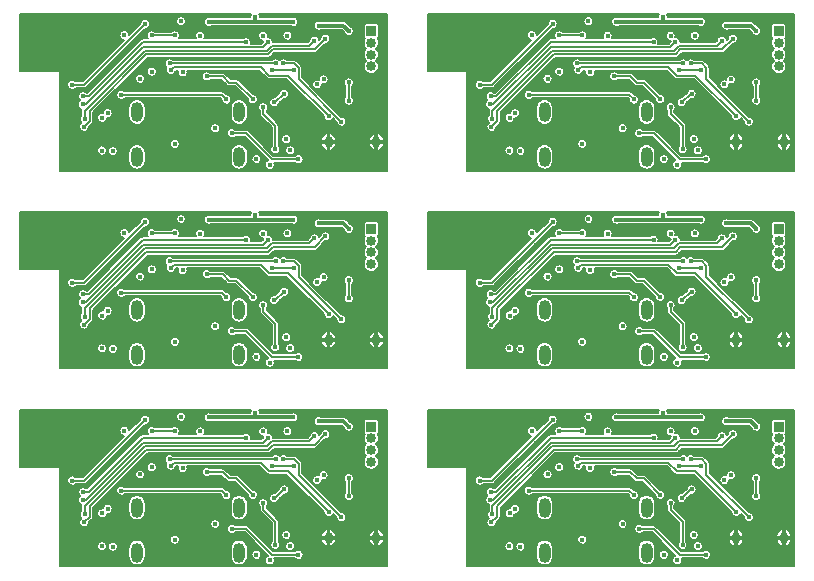
<source format=gbr>
%TF.GenerationSoftware,KiCad,Pcbnew,(5.1.9)-1*%
%TF.CreationDate,2021-11-10T23:35:07-06:00*%
%TF.ProjectId,CC_BT_PANELIZED,43435f42-545f-4504-914e-454c495a4544,000*%
%TF.SameCoordinates,Original*%
%TF.FileFunction,Copper,L2,Inr*%
%TF.FilePolarity,Positive*%
%FSLAX46Y46*%
G04 Gerber Fmt 4.6, Leading zero omitted, Abs format (unit mm)*
G04 Created by KiCad (PCBNEW (5.1.9)-1) date 2021-11-10 23:35:07*
%MOMM*%
%LPD*%
G01*
G04 APERTURE LIST*
%TA.AperFunction,ComponentPad*%
%ADD10O,1.000000X1.700000*%
%TD*%
%TA.AperFunction,ComponentPad*%
%ADD11O,0.850000X0.850000*%
%TD*%
%TA.AperFunction,ComponentPad*%
%ADD12R,0.850000X0.850000*%
%TD*%
%TA.AperFunction,ComponentPad*%
%ADD13O,0.700000X0.950000*%
%TD*%
%TA.AperFunction,ComponentPad*%
%ADD14C,1.000000*%
%TD*%
%TA.AperFunction,ViaPad*%
%ADD15C,0.400000*%
%TD*%
%TA.AperFunction,Conductor*%
%ADD16C,0.150000*%
%TD*%
%TA.AperFunction,Conductor*%
%ADD17C,0.300000*%
%TD*%
%TA.AperFunction,Conductor*%
%ADD18C,0.100000*%
%TD*%
G04 APERTURE END LIST*
D10*
%TO.N,Net-(J1-PadS3)*%
%TO.C,J1*%
X122160000Y-83990000D03*
%TO.N,Net-(J1-PadS1)*%
X113520000Y-80190000D03*
%TO.N,Net-(J1-PadS2)*%
X122160000Y-80190000D03*
%TO.N,Net-(J1-PadS4)*%
X113520000Y-83990000D03*
%TD*%
%TO.N,Net-(J1-PadS3)*%
%TO.C,J1*%
X87660000Y-83990000D03*
%TO.N,Net-(J1-PadS1)*%
X79020000Y-80190000D03*
%TO.N,Net-(J1-PadS2)*%
X87660000Y-80190000D03*
%TO.N,Net-(J1-PadS4)*%
X79020000Y-83990000D03*
%TD*%
%TO.N,Net-(J1-PadS3)*%
%TO.C,J1*%
X122160000Y-67240000D03*
%TO.N,Net-(J1-PadS1)*%
X113520000Y-63440000D03*
%TO.N,Net-(J1-PadS2)*%
X122160000Y-63440000D03*
%TO.N,Net-(J1-PadS4)*%
X113520000Y-67240000D03*
%TD*%
%TO.N,Net-(J1-PadS3)*%
%TO.C,J1*%
X87660000Y-67240000D03*
%TO.N,Net-(J1-PadS1)*%
X79020000Y-63440000D03*
%TO.N,Net-(J1-PadS2)*%
X87660000Y-63440000D03*
%TO.N,Net-(J1-PadS4)*%
X79020000Y-67240000D03*
%TD*%
%TO.N,Net-(J1-PadS3)*%
%TO.C,J1*%
X122160000Y-50490000D03*
%TO.N,Net-(J1-PadS1)*%
X113520000Y-46690000D03*
%TO.N,Net-(J1-PadS2)*%
X122160000Y-46690000D03*
%TO.N,Net-(J1-PadS4)*%
X113520000Y-50490000D03*
%TD*%
D11*
%TO.N,GND*%
%TO.C,J3*%
X133350000Y-77330000D03*
%TO.N,SWDCLK*%
X133350000Y-76330000D03*
%TO.N,SWDIO*%
X133350000Y-75330000D03*
%TO.N,RESET*%
X133350000Y-74330000D03*
D12*
%TO.N,V2.8*%
X133350000Y-73330000D03*
%TD*%
D11*
%TO.N,GND*%
%TO.C,J3*%
X98850000Y-77330000D03*
%TO.N,SWDCLK*%
X98850000Y-76330000D03*
%TO.N,SWDIO*%
X98850000Y-75330000D03*
%TO.N,RESET*%
X98850000Y-74330000D03*
D12*
%TO.N,V2.8*%
X98850000Y-73330000D03*
%TD*%
D11*
%TO.N,GND*%
%TO.C,J3*%
X133350000Y-60580000D03*
%TO.N,SWDCLK*%
X133350000Y-59580000D03*
%TO.N,SWDIO*%
X133350000Y-58580000D03*
%TO.N,RESET*%
X133350000Y-57580000D03*
D12*
%TO.N,V2.8*%
X133350000Y-56580000D03*
%TD*%
D11*
%TO.N,GND*%
%TO.C,J3*%
X98850000Y-60580000D03*
%TO.N,SWDCLK*%
X98850000Y-59580000D03*
%TO.N,SWDIO*%
X98850000Y-58580000D03*
%TO.N,RESET*%
X98850000Y-57580000D03*
D12*
%TO.N,V2.8*%
X98850000Y-56580000D03*
%TD*%
D11*
%TO.N,GND*%
%TO.C,J3*%
X133350000Y-43830000D03*
%TO.N,SWDCLK*%
X133350000Y-42830000D03*
%TO.N,SWDIO*%
X133350000Y-41830000D03*
%TO.N,RESET*%
X133350000Y-40830000D03*
D12*
%TO.N,V2.8*%
X133350000Y-39830000D03*
%TD*%
D13*
%TO.N,GND*%
%TO.C,SW1*%
X129735000Y-82730000D03*
X133785000Y-82730000D03*
%TD*%
%TO.N,GND*%
%TO.C,SW1*%
X95235000Y-82730000D03*
X99285000Y-82730000D03*
%TD*%
%TO.N,GND*%
%TO.C,SW1*%
X129735000Y-65980000D03*
X133785000Y-65980000D03*
%TD*%
%TO.N,GND*%
%TO.C,SW1*%
X95235000Y-65980000D03*
X99285000Y-65980000D03*
%TD*%
%TO.N,GND*%
%TO.C,SW1*%
X129735000Y-49230000D03*
X133785000Y-49230000D03*
%TD*%
D14*
%TO.N,GND*%
%TO.C,REF\u002A\u002A*%
X104220000Y-72550000D03*
%TD*%
%TO.N,GND*%
%TO.C,REF\u002A\u002A*%
X69720000Y-72550000D03*
%TD*%
%TO.N,GND*%
%TO.C,REF\u002A\u002A*%
X104220000Y-55800000D03*
%TD*%
%TO.N,GND*%
%TO.C,REF\u002A\u002A*%
X69720000Y-55800000D03*
%TD*%
%TO.N,GND*%
%TO.C,REF\u002A\u002A*%
X104220000Y-39050000D03*
%TD*%
D13*
%TO.N,GND*%
%TO.C,SW1*%
X99285000Y-49230000D03*
X95235000Y-49230000D03*
%TD*%
D10*
%TO.N,Net-(J1-PadS4)*%
%TO.C,J1*%
X79020000Y-50490000D03*
%TO.N,Net-(J1-PadS2)*%
X87660000Y-46690000D03*
%TO.N,Net-(J1-PadS1)*%
X79020000Y-46690000D03*
%TO.N,Net-(J1-PadS3)*%
X87660000Y-50490000D03*
%TD*%
D12*
%TO.N,V2.8*%
%TO.C,J3*%
X98850000Y-39830000D03*
D11*
%TO.N,RESET*%
X98850000Y-40830000D03*
%TO.N,SWDIO*%
X98850000Y-41830000D03*
%TO.N,SWDCLK*%
X98850000Y-42830000D03*
%TO.N,GND*%
X98850000Y-43830000D03*
%TD*%
D14*
%TO.N,GND*%
%TO.C,REF\u002A\u002A*%
X69720000Y-39050000D03*
%TD*%
D15*
%TO.N,GND*%
X89350000Y-47210000D03*
X91150000Y-48230000D03*
X89350000Y-48230000D03*
X91150000Y-47210000D03*
X87360000Y-38550000D03*
X90120000Y-38550000D03*
X88900000Y-40760000D03*
X72460000Y-41530043D03*
X74630000Y-38950000D03*
X73050000Y-49000000D03*
X83930000Y-38630000D03*
X95480000Y-51350000D03*
X99870000Y-51350000D03*
X97650000Y-38600000D03*
X99870000Y-38600000D03*
X99870000Y-44975000D03*
X81380000Y-51350000D03*
X85520000Y-51350000D03*
X73040000Y-45710000D03*
X71740000Y-42030000D03*
X76780000Y-41530043D03*
X72460000Y-38950000D03*
X76780000Y-38950000D03*
X93300000Y-38600000D03*
X79360000Y-44800000D03*
X87860000Y-47970000D03*
X77190000Y-45710000D03*
X76140000Y-48990000D03*
X92590000Y-46909998D03*
X83450000Y-49000000D03*
X97650000Y-44975000D03*
X91760000Y-39650000D03*
X70220000Y-41240000D03*
X71740000Y-38950000D03*
X71740000Y-41240000D03*
X69260000Y-41240000D03*
X70670000Y-38570000D03*
X73060000Y-47220000D03*
X83400000Y-40180000D03*
X93703333Y-43483337D03*
X78318402Y-41238403D03*
X80600000Y-45890000D03*
X95160000Y-40990000D03*
X83610000Y-43370000D03*
X86980000Y-43390000D03*
X97650000Y-51350000D03*
X84880000Y-44480000D03*
X105170000Y-38570000D03*
X70670000Y-55320000D03*
X105170000Y-55320000D03*
X70670000Y-72070000D03*
X105170000Y-72070000D03*
X107560000Y-47220000D03*
X73060000Y-63970000D03*
X107560000Y-63970000D03*
X73060000Y-80720000D03*
X107560000Y-80720000D03*
X103760000Y-41240000D03*
X69260000Y-57990000D03*
X103760000Y-57990000D03*
X69260000Y-74740000D03*
X103760000Y-74740000D03*
X119380000Y-44480000D03*
X84880000Y-61230000D03*
X119380000Y-61230000D03*
X84880000Y-77980000D03*
X119380000Y-77980000D03*
X115100000Y-45890000D03*
X80600000Y-62640000D03*
X115100000Y-62640000D03*
X80600000Y-79390000D03*
X115100000Y-79390000D03*
X128203333Y-43483337D03*
X93703333Y-60233337D03*
X128203333Y-60233337D03*
X93703333Y-76983337D03*
X128203333Y-76983337D03*
X129660000Y-40990000D03*
X95160000Y-57740000D03*
X129660000Y-57740000D03*
X95160000Y-74490000D03*
X129660000Y-74490000D03*
X132150000Y-51350000D03*
X97650000Y-68100000D03*
X132150000Y-68100000D03*
X97650000Y-84850000D03*
X132150000Y-84850000D03*
X112818402Y-41238403D03*
X78318402Y-57988403D03*
X112818402Y-57988403D03*
X78318402Y-74738403D03*
X112818402Y-74738403D03*
X121480000Y-43390000D03*
X86980000Y-60140000D03*
X121480000Y-60140000D03*
X86980000Y-76890000D03*
X121480000Y-76890000D03*
X118110000Y-43370000D03*
X83610000Y-60120000D03*
X118110000Y-60120000D03*
X83610000Y-76870000D03*
X118110000Y-76870000D03*
X117900000Y-40180000D03*
X83400000Y-56930000D03*
X117900000Y-56930000D03*
X83400000Y-73680000D03*
X117900000Y-73680000D03*
X123850000Y-47210000D03*
X89350000Y-63960000D03*
X123850000Y-63960000D03*
X89350000Y-80710000D03*
X123850000Y-80710000D03*
X125650000Y-48230000D03*
X91150000Y-64980000D03*
X125650000Y-64980000D03*
X91150000Y-81730000D03*
X125650000Y-81730000D03*
X123850000Y-48230000D03*
X89350000Y-64980000D03*
X123850000Y-64980000D03*
X89350000Y-81730000D03*
X123850000Y-81730000D03*
X125650000Y-47210000D03*
X91150000Y-63960000D03*
X125650000Y-63960000D03*
X91150000Y-80710000D03*
X125650000Y-80710000D03*
X123400000Y-40760000D03*
X88900000Y-57510000D03*
X123400000Y-57510000D03*
X88900000Y-74260000D03*
X123400000Y-74260000D03*
X106960000Y-41530043D03*
X72460000Y-58280043D03*
X106960000Y-58280043D03*
X72460000Y-75030043D03*
X106960000Y-75030043D03*
X121860000Y-38550000D03*
X87360000Y-55300000D03*
X121860000Y-55300000D03*
X87360000Y-72050000D03*
X121860000Y-72050000D03*
X109130000Y-38950000D03*
X74630000Y-55700000D03*
X109130000Y-55700000D03*
X74630000Y-72450000D03*
X109130000Y-72450000D03*
X107550000Y-49000000D03*
X73050000Y-65750000D03*
X107550000Y-65750000D03*
X73050000Y-82500000D03*
X107550000Y-82500000D03*
X118430000Y-38630000D03*
X83930000Y-55380000D03*
X118430000Y-55380000D03*
X83930000Y-72130000D03*
X118430000Y-72130000D03*
X124620000Y-38550000D03*
X90120000Y-55300000D03*
X124620000Y-55300000D03*
X90120000Y-72050000D03*
X124620000Y-72050000D03*
X107540000Y-45710000D03*
X73040000Y-62460000D03*
X107540000Y-62460000D03*
X73040000Y-79210000D03*
X107540000Y-79210000D03*
X110640000Y-48990000D03*
X76140000Y-65740000D03*
X110640000Y-65740000D03*
X76140000Y-82490000D03*
X110640000Y-82490000D03*
X115880000Y-51350000D03*
X81380000Y-68100000D03*
X115880000Y-68100000D03*
X81380000Y-84850000D03*
X115880000Y-84850000D03*
X104720000Y-41240000D03*
X70220000Y-57990000D03*
X104720000Y-57990000D03*
X70220000Y-74740000D03*
X104720000Y-74740000D03*
X120020000Y-51350000D03*
X85520000Y-68100000D03*
X120020000Y-68100000D03*
X85520000Y-84850000D03*
X120020000Y-84850000D03*
X132150000Y-44975000D03*
X97650000Y-61725000D03*
X132150000Y-61725000D03*
X97650000Y-78475000D03*
X132150000Y-78475000D03*
X111280000Y-41530043D03*
X76780000Y-58280043D03*
X111280000Y-58280043D03*
X76780000Y-75030043D03*
X111280000Y-75030043D03*
X111280000Y-38950000D03*
X76780000Y-55700000D03*
X111280000Y-55700000D03*
X76780000Y-72450000D03*
X111280000Y-72450000D03*
X134370000Y-44975000D03*
X99870000Y-61725000D03*
X134370000Y-61725000D03*
X99870000Y-78475000D03*
X134370000Y-78475000D03*
X132150000Y-38600000D03*
X97650000Y-55350000D03*
X132150000Y-55350000D03*
X97650000Y-72100000D03*
X132150000Y-72100000D03*
X113860000Y-44800000D03*
X79360000Y-61550000D03*
X113860000Y-61550000D03*
X79360000Y-78300000D03*
X113860000Y-78300000D03*
X127090000Y-46909998D03*
X92590000Y-63659998D03*
X127090000Y-63659998D03*
X92590000Y-80409998D03*
X127090000Y-80409998D03*
X117950000Y-49000000D03*
X83450000Y-65750000D03*
X117950000Y-65750000D03*
X83450000Y-82500000D03*
X117950000Y-82500000D03*
X122360000Y-47970000D03*
X87860000Y-64720000D03*
X122360000Y-64720000D03*
X87860000Y-81470000D03*
X122360000Y-81470000D03*
X126260000Y-39650000D03*
X91760000Y-56400000D03*
X126260000Y-56400000D03*
X91760000Y-73150000D03*
X126260000Y-73150000D03*
X129980000Y-51350000D03*
X95480000Y-68100000D03*
X129980000Y-68100000D03*
X95480000Y-84850000D03*
X129980000Y-84850000D03*
X134370000Y-38600000D03*
X99870000Y-55350000D03*
X134370000Y-55350000D03*
X99870000Y-72100000D03*
X134370000Y-72100000D03*
X127800000Y-38600000D03*
X93300000Y-55350000D03*
X127800000Y-55350000D03*
X93300000Y-72100000D03*
X127800000Y-72100000D03*
X106240000Y-42030000D03*
X71740000Y-58780000D03*
X106240000Y-58780000D03*
X71740000Y-75530000D03*
X106240000Y-75530000D03*
X111690000Y-45710000D03*
X77190000Y-62460000D03*
X111690000Y-62460000D03*
X77190000Y-79210000D03*
X111690000Y-79210000D03*
X106240000Y-38950000D03*
X71740000Y-55700000D03*
X106240000Y-55700000D03*
X71740000Y-72450000D03*
X106240000Y-72450000D03*
X106960000Y-38950000D03*
X72460000Y-55700000D03*
X106960000Y-55700000D03*
X72460000Y-72450000D03*
X106960000Y-72450000D03*
X106240000Y-41240000D03*
X71740000Y-57990000D03*
X106240000Y-57990000D03*
X71740000Y-74740000D03*
X106240000Y-74740000D03*
X134370000Y-51350000D03*
X99870000Y-68100000D03*
X134370000Y-68100000D03*
X99870000Y-84850000D03*
X134370000Y-84850000D03*
%TO.N,EN*%
X82210000Y-40200000D03*
X80260000Y-40200000D03*
X114760000Y-40200000D03*
X80260000Y-56950000D03*
X114760000Y-56950000D03*
X80260000Y-73700000D03*
X114760000Y-73700000D03*
X116710000Y-40200000D03*
X82210000Y-56950000D03*
X116710000Y-56950000D03*
X82210000Y-73700000D03*
X116710000Y-73700000D03*
%TO.N,PS_HOLD*%
X80260008Y-43264990D03*
X82880000Y-43337986D03*
X117380000Y-43337986D03*
X82880000Y-60087986D03*
X117380000Y-60087986D03*
X82880000Y-76837986D03*
X117380000Y-76837986D03*
X114760008Y-43264990D03*
X80260008Y-60014990D03*
X114760008Y-60014990D03*
X80260008Y-76764990D03*
X114760008Y-76764990D03*
%TO.N,VUSB*%
X85630000Y-48070000D03*
X91660000Y-49000000D03*
X126160000Y-49000000D03*
X91660000Y-65750000D03*
X126160000Y-65750000D03*
X91660000Y-82500000D03*
X126160000Y-82500000D03*
X120130000Y-48070000D03*
X85630000Y-64820000D03*
X120130000Y-64820000D03*
X85630000Y-81570000D03*
X120130000Y-81570000D03*
%TO.N,VBATT*%
X92259998Y-39050000D03*
X90420000Y-43170000D03*
X92280000Y-43170000D03*
X89030000Y-38670000D03*
X85090000Y-39050000D03*
X123530000Y-38670000D03*
X89030000Y-55420000D03*
X123530000Y-55420000D03*
X89030000Y-72170000D03*
X123530000Y-72170000D03*
X126780000Y-43170000D03*
X92280000Y-59920000D03*
X126780000Y-59920000D03*
X92280000Y-76670000D03*
X126780000Y-76670000D03*
X126759998Y-39050000D03*
X92259998Y-55800000D03*
X126759998Y-55800000D03*
X92259998Y-72550000D03*
X126759998Y-72550000D03*
X119590000Y-39050000D03*
X85090000Y-55800000D03*
X119590000Y-55800000D03*
X85090000Y-72550000D03*
X119590000Y-72550000D03*
X124920000Y-43170000D03*
X90420000Y-59920000D03*
X124920000Y-59920000D03*
X90420000Y-76670000D03*
X124920000Y-76670000D03*
%TO.N,VBUS*%
X91990000Y-49940000D03*
X88812962Y-45606089D03*
X89129997Y-50669997D03*
X79272965Y-43875007D03*
X84920000Y-43670000D03*
X123629997Y-50669997D03*
X89129997Y-67419997D03*
X123629997Y-67419997D03*
X89129997Y-84169997D03*
X123629997Y-84169997D03*
X123312962Y-45606089D03*
X88812962Y-62356089D03*
X123312962Y-62356089D03*
X88812962Y-79106089D03*
X123312962Y-79106089D03*
X126490000Y-49940000D03*
X91990000Y-66690000D03*
X126490000Y-66690000D03*
X91990000Y-83440000D03*
X126490000Y-83440000D03*
X113772965Y-43875007D03*
X79272965Y-60625007D03*
X113772965Y-60625007D03*
X79272965Y-77375007D03*
X113772965Y-77375007D03*
X119420000Y-43670000D03*
X84920000Y-60420000D03*
X119420000Y-60420000D03*
X84920000Y-77170000D03*
X119420000Y-77170000D03*
%TO.N,V2.8*%
X96950000Y-39830000D03*
X94400000Y-39370000D03*
X84360000Y-40235010D03*
X96950000Y-45717000D03*
X89690000Y-40235010D03*
X96950000Y-44190000D03*
X91750000Y-40220000D03*
X82741658Y-38996551D03*
X118860000Y-40235010D03*
X84360000Y-56985010D03*
X118860000Y-56985010D03*
X84360000Y-73735010D03*
X118860000Y-73735010D03*
X131450000Y-44190000D03*
X96950000Y-60940000D03*
X131450000Y-60940000D03*
X96950000Y-77690000D03*
X131450000Y-77690000D03*
X128900000Y-39370000D03*
X94400000Y-56120000D03*
X128900000Y-56120000D03*
X94400000Y-72870000D03*
X128900000Y-72870000D03*
X126250000Y-40220000D03*
X91750000Y-56970000D03*
X126250000Y-56970000D03*
X91750000Y-73720000D03*
X126250000Y-73720000D03*
X131450000Y-39830000D03*
X96950000Y-56580000D03*
X131450000Y-56580000D03*
X96950000Y-73330000D03*
X131450000Y-73330000D03*
X131450000Y-45717000D03*
X96950000Y-62467000D03*
X131450000Y-62467000D03*
X96950000Y-79217000D03*
X131450000Y-79217000D03*
X117241658Y-38996551D03*
X82741658Y-55746551D03*
X117241658Y-55746551D03*
X82741658Y-72496551D03*
X117241658Y-72496551D03*
X124190000Y-40235010D03*
X89690000Y-56985010D03*
X124190000Y-56985010D03*
X89690000Y-73735010D03*
X124190000Y-73735010D03*
%TO.N,SCL*%
X76980528Y-49990528D03*
X94255789Y-44355267D03*
X128755789Y-44355267D03*
X94255789Y-61105267D03*
X128755789Y-61105267D03*
X94255789Y-77855267D03*
X128755789Y-77855267D03*
X111480528Y-49990528D03*
X76980528Y-66740528D03*
X111480528Y-66740528D03*
X76980528Y-83490528D03*
X111480528Y-83490528D03*
%TO.N,SDA*%
X76050000Y-49950000D03*
X94810000Y-43929998D03*
X129310000Y-43929998D03*
X94810000Y-60679998D03*
X129310000Y-60679998D03*
X94810000Y-77429998D03*
X129310000Y-77429998D03*
X110550000Y-49950000D03*
X76050000Y-66700000D03*
X110550000Y-66700000D03*
X76050000Y-83450000D03*
X110550000Y-83450000D03*
%TO.N,XSHUT1*%
X94970000Y-40470000D03*
X74530000Y-47940000D03*
X109030000Y-47940000D03*
X74530000Y-64690000D03*
X109030000Y-64690000D03*
X74530000Y-81440000D03*
X109030000Y-81440000D03*
X129470000Y-40470000D03*
X94970000Y-57220000D03*
X129470000Y-57220000D03*
X94970000Y-73970000D03*
X129470000Y-73970000D03*
%TO.N,XSHUT2*%
X94040000Y-40639996D03*
X74580000Y-47260000D03*
X128540000Y-40639996D03*
X94040000Y-57389996D03*
X128540000Y-57389996D03*
X94040000Y-74139996D03*
X128540000Y-74139996D03*
X109080000Y-47260000D03*
X74580000Y-64010000D03*
X109080000Y-64010000D03*
X74580000Y-80760000D03*
X109080000Y-80760000D03*
%TO.N,SWDIO*%
X76070000Y-47170000D03*
X110570000Y-47170000D03*
X76070000Y-63920000D03*
X110570000Y-63920000D03*
X76070000Y-80670000D03*
X110570000Y-80670000D03*
%TO.N,SWDCLK*%
X76530000Y-46780000D03*
X111030000Y-46780000D03*
X76530000Y-63530000D03*
X111030000Y-63530000D03*
X76530000Y-80280000D03*
X111030000Y-80280000D03*
%TO.N,RESET*%
X77950000Y-40180000D03*
X112450000Y-40180000D03*
X77950000Y-56930000D03*
X112450000Y-56930000D03*
X77950000Y-73680000D03*
X112450000Y-73680000D03*
%TO.N,PB_OUT*%
X73530000Y-44390008D03*
X79710000Y-39230000D03*
X108030000Y-44390008D03*
X73530000Y-61140008D03*
X108030000Y-61140008D03*
X73530000Y-77890008D03*
X108030000Y-77890008D03*
X114210000Y-39230000D03*
X79710000Y-55980000D03*
X114210000Y-55980000D03*
X79710000Y-72730000D03*
X114210000Y-72730000D03*
%TO.N,Net-(SW1-Pad1)*%
X95240000Y-47050002D03*
X81878390Y-43130000D03*
X116378390Y-43130000D03*
X81878390Y-59880000D03*
X116378390Y-59880000D03*
X81878390Y-76630000D03*
X116378390Y-76630000D03*
X129740000Y-47050002D03*
X95240000Y-63800002D03*
X129740000Y-63800002D03*
X95240000Y-80550002D03*
X129740000Y-80550002D03*
%TO.N,BM*%
X77680000Y-45240000D03*
X86590000Y-45630000D03*
X112180000Y-45240000D03*
X77680000Y-61990000D03*
X112180000Y-61990000D03*
X77680000Y-78740000D03*
X112180000Y-78740000D03*
X121090000Y-45630000D03*
X86590000Y-62380000D03*
X121090000Y-62380000D03*
X86590000Y-79130000D03*
X121090000Y-79130000D03*
%TO.N,BM_EN*%
X88250000Y-40760000D03*
X74450002Y-45360000D03*
X122750000Y-40760000D03*
X88250000Y-57510000D03*
X122750000Y-57510000D03*
X88250000Y-74260000D03*
X122750000Y-74260000D03*
X108950002Y-45360000D03*
X74450002Y-62110000D03*
X108950002Y-62110000D03*
X74450002Y-78860000D03*
X108950002Y-78860000D03*
%TO.N,CHRG_STAT*%
X90110000Y-40760000D03*
X74410000Y-46040000D03*
X124610000Y-40760000D03*
X90110000Y-57510000D03*
X124610000Y-57510000D03*
X90110000Y-74260000D03*
X124610000Y-74260000D03*
X108910000Y-46040000D03*
X74410000Y-62790000D03*
X108910000Y-62790000D03*
X74410000Y-79540000D03*
X108910000Y-79540000D03*
%TO.N,PWR_ON*%
X91470000Y-45150000D03*
X82210000Y-49390000D03*
X90620001Y-45879996D03*
X125970000Y-45150000D03*
X91470000Y-61900000D03*
X125970000Y-61900000D03*
X91470000Y-78650000D03*
X125970000Y-78650000D03*
X116710000Y-49390000D03*
X82210000Y-66140000D03*
X116710000Y-66140000D03*
X82210000Y-82890000D03*
X116710000Y-82890000D03*
X125120001Y-45879996D03*
X90620001Y-62629996D03*
X125120001Y-62629996D03*
X90620001Y-79379996D03*
X125120001Y-79379996D03*
%TO.N,Net-(D2-Pad1)*%
X87040000Y-48490000D03*
X92690000Y-50680000D03*
X121540000Y-48490000D03*
X87040000Y-65240000D03*
X121540000Y-65240000D03*
X87040000Y-81990000D03*
X121540000Y-81990000D03*
X127190000Y-50680000D03*
X92690000Y-67430000D03*
X127190000Y-67430000D03*
X92690000Y-84180000D03*
X127190000Y-84180000D03*
%TO.N,CHRG*%
X81780002Y-42580000D03*
X89689968Y-46289999D03*
X90710000Y-49850000D03*
X90760000Y-42580000D03*
X116280002Y-42580000D03*
X81780002Y-59330000D03*
X116280002Y-59330000D03*
X81780002Y-76080000D03*
X116280002Y-76080000D03*
X124189968Y-46289999D03*
X89689968Y-63039999D03*
X124189968Y-63039999D03*
X89689968Y-79789999D03*
X124189968Y-79789999D03*
X125210000Y-49850000D03*
X90710000Y-66600000D03*
X125210000Y-66600000D03*
X90710000Y-83350000D03*
X125210000Y-83350000D03*
X125260000Y-42580000D03*
X90760000Y-59330000D03*
X125260000Y-59330000D03*
X90760000Y-76080000D03*
X125260000Y-76080000D03*
%TO.N,PROG*%
X90260000Y-51150000D03*
X91410000Y-42580000D03*
X96320000Y-47500000D03*
X124760000Y-51150000D03*
X90260000Y-67900000D03*
X124760000Y-67900000D03*
X90260000Y-84650000D03*
X124760000Y-84650000D03*
X125910000Y-42580000D03*
X91410000Y-59330000D03*
X125910000Y-59330000D03*
X91410000Y-76080000D03*
X125910000Y-76080000D03*
X130820000Y-47500000D03*
X96320000Y-64250000D03*
X130820000Y-64250000D03*
X96320000Y-81000000D03*
X130820000Y-81000000D03*
%TD*%
D16*
%TO.N,EN*%
X82210000Y-40200000D02*
X80260000Y-40200000D01*
X116710000Y-40200000D02*
X114760000Y-40200000D01*
X82210000Y-56950000D02*
X80260000Y-56950000D01*
X116710000Y-56950000D02*
X114760000Y-56950000D01*
X82210000Y-73700000D02*
X80260000Y-73700000D01*
X116710000Y-73700000D02*
X114760000Y-73700000D01*
%TO.N,VBATT*%
X92280000Y-43170000D02*
X90420000Y-43170000D01*
D17*
X92259998Y-39050000D02*
X85090000Y-39050000D01*
X89030000Y-38670000D02*
X89030000Y-39050000D01*
X126759998Y-39050000D02*
X119590000Y-39050000D01*
X92259998Y-55800000D02*
X85090000Y-55800000D01*
X126759998Y-55800000D02*
X119590000Y-55800000D01*
X92259998Y-72550000D02*
X85090000Y-72550000D01*
X126759998Y-72550000D02*
X119590000Y-72550000D01*
X123530000Y-38670000D02*
X123530000Y-39050000D01*
X89030000Y-55420000D02*
X89030000Y-55800000D01*
X123530000Y-55420000D02*
X123530000Y-55800000D01*
X89030000Y-72170000D02*
X89030000Y-72550000D01*
X123530000Y-72170000D02*
X123530000Y-72550000D01*
D16*
X126780000Y-43170000D02*
X124920000Y-43170000D01*
X92280000Y-59920000D02*
X90420000Y-59920000D01*
X126780000Y-59920000D02*
X124920000Y-59920000D01*
X92280000Y-76670000D02*
X90420000Y-76670000D01*
X126780000Y-76670000D02*
X124920000Y-76670000D01*
%TO.N,VBUS*%
X86280000Y-43670000D02*
X84920000Y-43670000D01*
X86820000Y-44210000D02*
X86280000Y-43670000D01*
X87416873Y-44210000D02*
X86820000Y-44210000D01*
X88812962Y-45606089D02*
X87416873Y-44210000D01*
X121916873Y-44210000D02*
X121320000Y-44210000D01*
X87416873Y-60960000D02*
X86820000Y-60960000D01*
X121916873Y-60960000D02*
X121320000Y-60960000D01*
X87416873Y-77710000D02*
X86820000Y-77710000D01*
X121916873Y-77710000D02*
X121320000Y-77710000D01*
X120780000Y-43670000D02*
X119420000Y-43670000D01*
X86280000Y-60420000D02*
X84920000Y-60420000D01*
X120780000Y-60420000D02*
X119420000Y-60420000D01*
X86280000Y-77170000D02*
X84920000Y-77170000D01*
X120780000Y-77170000D02*
X119420000Y-77170000D01*
X121320000Y-44210000D02*
X120780000Y-43670000D01*
X86820000Y-60960000D02*
X86280000Y-60420000D01*
X121320000Y-60960000D02*
X120780000Y-60420000D01*
X86820000Y-77710000D02*
X86280000Y-77170000D01*
X121320000Y-77710000D02*
X120780000Y-77170000D01*
X123312962Y-45606089D02*
X121916873Y-44210000D01*
X88812962Y-62356089D02*
X87416873Y-60960000D01*
X123312962Y-62356089D02*
X121916873Y-60960000D01*
X88812962Y-79106089D02*
X87416873Y-77710000D01*
X123312962Y-79106089D02*
X121916873Y-77710000D01*
%TO.N,V2.8*%
X96950000Y-45717000D02*
X96950000Y-44190000D01*
D17*
X96490000Y-39370000D02*
X94400000Y-39370000D01*
X96950000Y-39830000D02*
X96490000Y-39370000D01*
D16*
X131450000Y-45717000D02*
X131450000Y-44190000D01*
X96950000Y-62467000D02*
X96950000Y-60940000D01*
X131450000Y-62467000D02*
X131450000Y-60940000D01*
X96950000Y-79217000D02*
X96950000Y-77690000D01*
X131450000Y-79217000D02*
X131450000Y-77690000D01*
D17*
X131450000Y-39830000D02*
X130990000Y-39370000D01*
X96950000Y-56580000D02*
X96490000Y-56120000D01*
X131450000Y-56580000D02*
X130990000Y-56120000D01*
X96950000Y-73330000D02*
X96490000Y-72870000D01*
X131450000Y-73330000D02*
X130990000Y-72870000D01*
X130990000Y-39370000D02*
X128900000Y-39370000D01*
X96490000Y-56120000D02*
X94400000Y-56120000D01*
X130990000Y-56120000D02*
X128900000Y-56120000D01*
X96490000Y-72870000D02*
X94400000Y-72870000D01*
X130990000Y-72870000D02*
X128900000Y-72870000D01*
D16*
%TO.N,XSHUT1*%
X75010000Y-47460000D02*
X74530000Y-47940000D01*
X75010000Y-46570000D02*
X75010000Y-47460000D01*
X79790000Y-41790000D02*
X75010000Y-46570000D01*
X90120000Y-41790000D02*
X79790000Y-41790000D01*
X94060000Y-41380000D02*
X90530000Y-41380000D01*
X94970000Y-40470000D02*
X94060000Y-41380000D01*
X90530000Y-41380000D02*
X90120000Y-41790000D01*
X125030000Y-41380000D02*
X124620000Y-41790000D01*
X90530000Y-58130000D02*
X90120000Y-58540000D01*
X125030000Y-58130000D02*
X124620000Y-58540000D01*
X90530000Y-74880000D02*
X90120000Y-75290000D01*
X125030000Y-74880000D02*
X124620000Y-75290000D01*
X129470000Y-40470000D02*
X128560000Y-41380000D01*
X94970000Y-57220000D02*
X94060000Y-58130000D01*
X129470000Y-57220000D02*
X128560000Y-58130000D01*
X94970000Y-73970000D02*
X94060000Y-74880000D01*
X129470000Y-73970000D02*
X128560000Y-74880000D01*
X109510000Y-47460000D02*
X109030000Y-47940000D01*
X75010000Y-64210000D02*
X74530000Y-64690000D01*
X109510000Y-64210000D02*
X109030000Y-64690000D01*
X75010000Y-80960000D02*
X74530000Y-81440000D01*
X109510000Y-80960000D02*
X109030000Y-81440000D01*
X128560000Y-41380000D02*
X125030000Y-41380000D01*
X94060000Y-58130000D02*
X90530000Y-58130000D01*
X128560000Y-58130000D02*
X125030000Y-58130000D01*
X94060000Y-74880000D02*
X90530000Y-74880000D01*
X128560000Y-74880000D02*
X125030000Y-74880000D01*
X109510000Y-46570000D02*
X109510000Y-47460000D01*
X75010000Y-63320000D02*
X75010000Y-64210000D01*
X109510000Y-63320000D02*
X109510000Y-64210000D01*
X75010000Y-80070000D02*
X75010000Y-80960000D01*
X109510000Y-80070000D02*
X109510000Y-80960000D01*
X124620000Y-41790000D02*
X114290000Y-41790000D01*
X90120000Y-58540000D02*
X79790000Y-58540000D01*
X124620000Y-58540000D02*
X114290000Y-58540000D01*
X90120000Y-75290000D02*
X79790000Y-75290000D01*
X124620000Y-75290000D02*
X114290000Y-75290000D01*
X114290000Y-41790000D02*
X109510000Y-46570000D01*
X79790000Y-58540000D02*
X75010000Y-63320000D01*
X114290000Y-58540000D02*
X109510000Y-63320000D01*
X79790000Y-75290000D02*
X75010000Y-80070000D01*
X114290000Y-75290000D02*
X109510000Y-80070000D01*
%TO.N,XSHUT2*%
X94040000Y-40639996D02*
X93609996Y-41070000D01*
X90415722Y-41070000D02*
X89995733Y-41489989D01*
X89995733Y-41489989D02*
X79665732Y-41489989D01*
X79665732Y-41489989D02*
X74580000Y-46575721D01*
X93609996Y-41070000D02*
X90415722Y-41070000D01*
X74580000Y-46575721D02*
X74580000Y-47260000D01*
X128540000Y-40639996D02*
X128109996Y-41070000D01*
X94040000Y-57389996D02*
X93609996Y-57820000D01*
X128540000Y-57389996D02*
X128109996Y-57820000D01*
X94040000Y-74139996D02*
X93609996Y-74570000D01*
X128540000Y-74139996D02*
X128109996Y-74570000D01*
X109080000Y-46575721D02*
X109080000Y-47260000D01*
X74580000Y-63325721D02*
X74580000Y-64010000D01*
X109080000Y-63325721D02*
X109080000Y-64010000D01*
X74580000Y-80075721D02*
X74580000Y-80760000D01*
X109080000Y-80075721D02*
X109080000Y-80760000D01*
X114165732Y-41489989D02*
X109080000Y-46575721D01*
X79665732Y-58239989D02*
X74580000Y-63325721D01*
X114165732Y-58239989D02*
X109080000Y-63325721D01*
X79665732Y-74989989D02*
X74580000Y-80075721D01*
X114165732Y-74989989D02*
X109080000Y-80075721D01*
X124915722Y-41070000D02*
X124495733Y-41489989D01*
X90415722Y-57820000D02*
X89995733Y-58239989D01*
X124915722Y-57820000D02*
X124495733Y-58239989D01*
X90415722Y-74570000D02*
X89995733Y-74989989D01*
X124915722Y-74570000D02*
X124495733Y-74989989D01*
X124495733Y-41489989D02*
X114165732Y-41489989D01*
X89995733Y-58239989D02*
X79665732Y-58239989D01*
X124495733Y-58239989D02*
X114165732Y-58239989D01*
X89995733Y-74989989D02*
X79665732Y-74989989D01*
X124495733Y-74989989D02*
X114165732Y-74989989D01*
X128109996Y-41070000D02*
X124915722Y-41070000D01*
X93609996Y-57820000D02*
X90415722Y-57820000D01*
X128109996Y-57820000D02*
X124915722Y-57820000D01*
X93609996Y-74570000D02*
X90415722Y-74570000D01*
X128109996Y-74570000D02*
X124915722Y-74570000D01*
%TO.N,PB_OUT*%
X74549992Y-44390008D02*
X73530000Y-44390008D01*
X79710000Y-39230000D02*
X74549992Y-44390008D01*
X114210000Y-39230000D02*
X109049992Y-44390008D01*
X79710000Y-55980000D02*
X74549992Y-61140008D01*
X114210000Y-55980000D02*
X109049992Y-61140008D01*
X79710000Y-72730000D02*
X74549992Y-77890008D01*
X114210000Y-72730000D02*
X109049992Y-77890008D01*
X109049992Y-44390008D02*
X108030000Y-44390008D01*
X74549992Y-61140008D02*
X73530000Y-61140008D01*
X109049992Y-61140008D02*
X108030000Y-61140008D01*
X74549992Y-77890008D02*
X73530000Y-77890008D01*
X109049992Y-77890008D02*
X108030000Y-77890008D01*
%TO.N,Net-(SW1-Pad1)*%
X82128379Y-42880011D02*
X81878390Y-43130000D01*
X89500011Y-42880011D02*
X82128379Y-42880011D01*
X90220000Y-43600000D02*
X89500011Y-42880011D01*
X91789998Y-43600000D02*
X90220000Y-43600000D01*
X95240000Y-47050002D02*
X91789998Y-43600000D01*
X129740000Y-47050002D02*
X126289998Y-43600000D01*
X95240000Y-63800002D02*
X91789998Y-60350000D01*
X129740000Y-63800002D02*
X126289998Y-60350000D01*
X95240000Y-80550002D02*
X91789998Y-77100000D01*
X129740000Y-80550002D02*
X126289998Y-77100000D01*
X116628379Y-42880011D02*
X116378390Y-43130000D01*
X82128379Y-59630011D02*
X81878390Y-59880000D01*
X116628379Y-59630011D02*
X116378390Y-59880000D01*
X82128379Y-76380011D02*
X81878390Y-76630000D01*
X116628379Y-76380011D02*
X116378390Y-76630000D01*
X126289998Y-43600000D02*
X124720000Y-43600000D01*
X91789998Y-60350000D02*
X90220000Y-60350000D01*
X126289998Y-60350000D02*
X124720000Y-60350000D01*
X91789998Y-77100000D02*
X90220000Y-77100000D01*
X126289998Y-77100000D02*
X124720000Y-77100000D01*
X124720000Y-43600000D02*
X124000011Y-42880011D01*
X90220000Y-60350000D02*
X89500011Y-59630011D01*
X124720000Y-60350000D02*
X124000011Y-59630011D01*
X90220000Y-77100000D02*
X89500011Y-76380011D01*
X124720000Y-77100000D02*
X124000011Y-76380011D01*
X124000011Y-42880011D02*
X116628379Y-42880011D01*
X89500011Y-59630011D02*
X82128379Y-59630011D01*
X124000011Y-59630011D02*
X116628379Y-59630011D01*
X89500011Y-76380011D02*
X82128379Y-76380011D01*
X124000011Y-76380011D02*
X116628379Y-76380011D01*
%TO.N,BM*%
X86200000Y-45240000D02*
X86590000Y-45630000D01*
X77680000Y-45240000D02*
X86200000Y-45240000D01*
X112180000Y-45240000D02*
X120700000Y-45240000D01*
X77680000Y-61990000D02*
X86200000Y-61990000D01*
X112180000Y-61990000D02*
X120700000Y-61990000D01*
X77680000Y-78740000D02*
X86200000Y-78740000D01*
X112180000Y-78740000D02*
X120700000Y-78740000D01*
X120700000Y-45240000D02*
X121090000Y-45630000D01*
X86200000Y-61990000D02*
X86590000Y-62380000D01*
X120700000Y-61990000D02*
X121090000Y-62380000D01*
X86200000Y-78740000D02*
X86590000Y-79130000D01*
X120700000Y-78740000D02*
X121090000Y-79130000D01*
%TO.N,BM_EN*%
X74930000Y-45360000D02*
X74450002Y-45360000D01*
X79530000Y-40760000D02*
X74930000Y-45360000D01*
X88250000Y-40760000D02*
X79530000Y-40760000D01*
X109430000Y-45360000D02*
X108950002Y-45360000D01*
X74930000Y-62110000D02*
X74450002Y-62110000D01*
X109430000Y-62110000D02*
X108950002Y-62110000D01*
X74930000Y-78860000D02*
X74450002Y-78860000D01*
X109430000Y-78860000D02*
X108950002Y-78860000D01*
X114030000Y-40760000D02*
X109430000Y-45360000D01*
X79530000Y-57510000D02*
X74930000Y-62110000D01*
X114030000Y-57510000D02*
X109430000Y-62110000D01*
X79530000Y-74260000D02*
X74930000Y-78860000D01*
X114030000Y-74260000D02*
X109430000Y-78860000D01*
X122750000Y-40760000D02*
X114030000Y-40760000D01*
X88250000Y-57510000D02*
X79530000Y-57510000D01*
X122750000Y-57510000D02*
X114030000Y-57510000D01*
X88250000Y-74260000D02*
X79530000Y-74260000D01*
X122750000Y-74260000D02*
X114030000Y-74260000D01*
%TO.N,CHRG_STAT*%
X90110000Y-40760000D02*
X89680022Y-41189978D01*
X89680022Y-41189978D02*
X79531464Y-41189978D01*
X79531464Y-41189978D02*
X74681443Y-46040000D01*
X74681443Y-46040000D02*
X74410000Y-46040000D01*
X109181443Y-46040000D02*
X108910000Y-46040000D01*
X74681443Y-62790000D02*
X74410000Y-62790000D01*
X109181443Y-62790000D02*
X108910000Y-62790000D01*
X74681443Y-79540000D02*
X74410000Y-79540000D01*
X109181443Y-79540000D02*
X108910000Y-79540000D01*
X124610000Y-40760000D02*
X124180022Y-41189978D01*
X90110000Y-57510000D02*
X89680022Y-57939978D01*
X124610000Y-57510000D02*
X124180022Y-57939978D01*
X90110000Y-74260000D02*
X89680022Y-74689978D01*
X124610000Y-74260000D02*
X124180022Y-74689978D01*
X114031464Y-41189978D02*
X109181443Y-46040000D01*
X79531464Y-57939978D02*
X74681443Y-62790000D01*
X114031464Y-57939978D02*
X109181443Y-62790000D01*
X79531464Y-74689978D02*
X74681443Y-79540000D01*
X114031464Y-74689978D02*
X109181443Y-79540000D01*
X124180022Y-41189978D02*
X114031464Y-41189978D01*
X89680022Y-57939978D02*
X79531464Y-57939978D01*
X124180022Y-57939978D02*
X114031464Y-57939978D01*
X89680022Y-74689978D02*
X79531464Y-74689978D01*
X124180022Y-74689978D02*
X114031464Y-74689978D01*
%TO.N,PWR_ON*%
X90700004Y-45879996D02*
X90620001Y-45879996D01*
X91430000Y-45150000D02*
X90700004Y-45879996D01*
X91470000Y-45150000D02*
X91430000Y-45150000D01*
X125200004Y-45879996D02*
X125120001Y-45879996D01*
X90700004Y-62629996D02*
X90620001Y-62629996D01*
X125200004Y-62629996D02*
X125120001Y-62629996D01*
X90700004Y-79379996D02*
X90620001Y-79379996D01*
X125200004Y-79379996D02*
X125120001Y-79379996D01*
X125970000Y-45150000D02*
X125930000Y-45150000D01*
X91470000Y-61900000D02*
X91430000Y-61900000D01*
X125970000Y-61900000D02*
X125930000Y-61900000D01*
X91470000Y-78650000D02*
X91430000Y-78650000D01*
X125970000Y-78650000D02*
X125930000Y-78650000D01*
X125930000Y-45150000D02*
X125200004Y-45879996D01*
X91430000Y-61900000D02*
X90700004Y-62629996D01*
X125930000Y-61900000D02*
X125200004Y-62629996D01*
X91430000Y-78650000D02*
X90700004Y-79379996D01*
X125930000Y-78650000D02*
X125200004Y-79379996D01*
%TO.N,Net-(D2-Pad1)*%
X90449002Y-50680000D02*
X92690000Y-50680000D01*
X88259002Y-48490000D02*
X90449002Y-50680000D01*
X87040000Y-48490000D02*
X88259002Y-48490000D01*
X121540000Y-48490000D02*
X122759002Y-48490000D01*
X87040000Y-65240000D02*
X88259002Y-65240000D01*
X121540000Y-65240000D02*
X122759002Y-65240000D01*
X87040000Y-81990000D02*
X88259002Y-81990000D01*
X121540000Y-81990000D02*
X122759002Y-81990000D01*
X122759002Y-48490000D02*
X124949002Y-50680000D01*
X88259002Y-65240000D02*
X90449002Y-67430000D01*
X122759002Y-65240000D02*
X124949002Y-67430000D01*
X88259002Y-81990000D02*
X90449002Y-84180000D01*
X122759002Y-81990000D02*
X124949002Y-84180000D01*
X124949002Y-50680000D02*
X127190000Y-50680000D01*
X90449002Y-67430000D02*
X92690000Y-67430000D01*
X124949002Y-67430000D02*
X127190000Y-67430000D01*
X90449002Y-84180000D02*
X92690000Y-84180000D01*
X124949002Y-84180000D02*
X127190000Y-84180000D01*
%TO.N,CHRG*%
X90710000Y-47870000D02*
X90710000Y-49850000D01*
X89689968Y-46849968D02*
X90710000Y-47870000D01*
X89689968Y-46289999D02*
X89689968Y-46849968D01*
X90759988Y-42580000D02*
X81780002Y-42580000D01*
X124189968Y-46289999D02*
X124189968Y-46849968D01*
X89689968Y-63039999D02*
X89689968Y-63599968D01*
X124189968Y-63039999D02*
X124189968Y-63599968D01*
X89689968Y-79789999D02*
X89689968Y-80349968D01*
X124189968Y-79789999D02*
X124189968Y-80349968D01*
X125210000Y-47870000D02*
X125210000Y-49850000D01*
X90710000Y-64620000D02*
X90710000Y-66600000D01*
X125210000Y-64620000D02*
X125210000Y-66600000D01*
X90710000Y-81370000D02*
X90710000Y-83350000D01*
X125210000Y-81370000D02*
X125210000Y-83350000D01*
X124189968Y-46849968D02*
X125210000Y-47870000D01*
X89689968Y-63599968D02*
X90710000Y-64620000D01*
X124189968Y-63599968D02*
X125210000Y-64620000D01*
X89689968Y-80349968D02*
X90710000Y-81370000D01*
X124189968Y-80349968D02*
X125210000Y-81370000D01*
X125259988Y-42580000D02*
X116280002Y-42580000D01*
X90759988Y-59330000D02*
X81780002Y-59330000D01*
X125259988Y-59330000D02*
X116280002Y-59330000D01*
X90759988Y-76080000D02*
X81780002Y-76080000D01*
X125259988Y-76080000D02*
X116280002Y-76080000D01*
%TO.N,PROG*%
X91410000Y-42580000D02*
X92319002Y-42580000D01*
X92319002Y-42580000D02*
X92710000Y-42970998D01*
X92710000Y-42970998D02*
X92710000Y-43890000D01*
X92710000Y-43890000D02*
X96320000Y-47500000D01*
X125910000Y-42580000D02*
X126819002Y-42580000D01*
X91410000Y-59330000D02*
X92319002Y-59330000D01*
X125910000Y-59330000D02*
X126819002Y-59330000D01*
X91410000Y-76080000D02*
X92319002Y-76080000D01*
X125910000Y-76080000D02*
X126819002Y-76080000D01*
X127210000Y-42970998D02*
X127210000Y-43890000D01*
X92710000Y-59720998D02*
X92710000Y-60640000D01*
X127210000Y-59720998D02*
X127210000Y-60640000D01*
X92710000Y-76470998D02*
X92710000Y-77390000D01*
X127210000Y-76470998D02*
X127210000Y-77390000D01*
X127210000Y-43890000D02*
X130820000Y-47500000D01*
X92710000Y-60640000D02*
X96320000Y-64250000D01*
X127210000Y-60640000D02*
X130820000Y-64250000D01*
X92710000Y-77390000D02*
X96320000Y-81000000D01*
X127210000Y-77390000D02*
X130820000Y-81000000D01*
X126819002Y-42580000D02*
X127210000Y-42970998D01*
X92319002Y-59330000D02*
X92710000Y-59720998D01*
X126819002Y-59330000D02*
X127210000Y-59720998D01*
X92319002Y-76080000D02*
X92710000Y-76470998D01*
X126819002Y-76080000D02*
X127210000Y-76470998D01*
%TD*%
%TO.N,GND*%
X88699266Y-38400000D02*
X88653370Y-38468687D01*
X88621333Y-38546032D01*
X88605000Y-38628141D01*
X88605000Y-38675000D01*
X85293752Y-38675000D01*
X85291313Y-38673370D01*
X85213968Y-38641333D01*
X85131859Y-38625000D01*
X85048141Y-38625000D01*
X84966032Y-38641333D01*
X84888687Y-38673370D01*
X84819079Y-38719881D01*
X84759881Y-38779079D01*
X84713370Y-38848687D01*
X84681333Y-38926032D01*
X84665000Y-39008141D01*
X84665000Y-39091859D01*
X84681333Y-39173968D01*
X84713370Y-39251313D01*
X84759881Y-39320921D01*
X84819079Y-39380119D01*
X84888687Y-39426630D01*
X84966032Y-39458667D01*
X85048141Y-39475000D01*
X85131859Y-39475000D01*
X85213968Y-39458667D01*
X85291313Y-39426630D01*
X85293754Y-39424999D01*
X89011577Y-39425000D01*
X89030000Y-39426814D01*
X89048423Y-39425000D01*
X92056246Y-39425000D01*
X92058685Y-39426630D01*
X92136030Y-39458667D01*
X92218139Y-39475000D01*
X92301857Y-39475000D01*
X92383966Y-39458667D01*
X92461311Y-39426630D01*
X92530919Y-39380119D01*
X92590117Y-39320921D01*
X92636628Y-39251313D01*
X92668665Y-39173968D01*
X92684998Y-39091859D01*
X92684998Y-39008141D01*
X92668665Y-38926032D01*
X92636628Y-38848687D01*
X92590117Y-38779079D01*
X92530919Y-38719881D01*
X92461311Y-38673370D01*
X92383966Y-38641333D01*
X92301857Y-38625000D01*
X92218139Y-38625000D01*
X92136030Y-38641333D01*
X92058685Y-38673370D01*
X92056246Y-38675000D01*
X89455000Y-38675000D01*
X89455000Y-38628141D01*
X89438667Y-38546032D01*
X89406630Y-38468687D01*
X89360734Y-38400000D01*
X100150000Y-38400000D01*
X100150000Y-51650000D01*
X99456142Y-51650000D01*
X99456142Y-49956112D01*
X99480219Y-49953964D01*
X99593320Y-49904370D01*
X99694573Y-49833664D01*
X99780086Y-49744563D01*
X99846573Y-49640491D01*
X99891479Y-49525448D01*
X99913078Y-49403855D01*
X99844238Y-49305000D01*
X99360000Y-49305000D01*
X99360000Y-49155000D01*
X99844238Y-49155000D01*
X99913078Y-49056145D01*
X99891479Y-48934552D01*
X99846573Y-48819509D01*
X99780086Y-48715437D01*
X99694573Y-48626336D01*
X99593320Y-48555630D01*
X99480219Y-48506036D01*
X99456142Y-48503888D01*
X99360000Y-48553829D01*
X99360000Y-49155000D01*
X99360000Y-49305000D01*
X99360000Y-49906171D01*
X99456142Y-49956112D01*
X99456142Y-51650000D01*
X99113858Y-51650000D01*
X99113858Y-49956112D01*
X99210000Y-49906171D01*
X99210000Y-49305000D01*
X98725762Y-49305000D01*
X98725762Y-49155000D01*
X99210000Y-49155000D01*
X99210000Y-48553829D01*
X99113858Y-48503888D01*
X99089781Y-48506036D01*
X98976680Y-48555630D01*
X98875427Y-48626336D01*
X98789914Y-48715437D01*
X98785981Y-48721593D01*
X98785981Y-43480000D01*
X98914019Y-43480000D01*
X99039598Y-43455021D01*
X99157890Y-43406022D01*
X99264351Y-43334888D01*
X99354888Y-43244351D01*
X99426022Y-43137890D01*
X99475021Y-43019598D01*
X99500000Y-42894019D01*
X99500000Y-42765981D01*
X99475021Y-42640402D01*
X99426022Y-42522110D01*
X99354888Y-42415649D01*
X99269239Y-42330000D01*
X99354888Y-42244351D01*
X99426022Y-42137890D01*
X99475021Y-42019598D01*
X99500000Y-41894019D01*
X99500000Y-41765981D01*
X99475021Y-41640402D01*
X99426022Y-41522110D01*
X99354888Y-41415649D01*
X99269239Y-41330000D01*
X99354888Y-41244351D01*
X99426022Y-41137890D01*
X99475021Y-41019598D01*
X99500000Y-40894019D01*
X99500000Y-40765981D01*
X99475021Y-40640402D01*
X99426022Y-40522110D01*
X99380378Y-40453798D01*
X99400608Y-40442985D01*
X99434868Y-40414868D01*
X99462985Y-40380608D01*
X99483878Y-40341520D01*
X99496744Y-40299108D01*
X99501088Y-40255000D01*
X99501088Y-39405000D01*
X99496744Y-39360892D01*
X99483878Y-39318480D01*
X99462985Y-39279392D01*
X99434868Y-39245132D01*
X99400608Y-39217015D01*
X99361520Y-39196122D01*
X99319108Y-39183256D01*
X99275000Y-39178912D01*
X98425000Y-39178912D01*
X98380892Y-39183256D01*
X98338480Y-39196122D01*
X98299392Y-39217015D01*
X98265132Y-39245132D01*
X98237015Y-39279392D01*
X98216122Y-39318480D01*
X98203256Y-39360892D01*
X98198912Y-39405000D01*
X98198912Y-40255000D01*
X98203256Y-40299108D01*
X98216122Y-40341520D01*
X98237015Y-40380608D01*
X98265132Y-40414868D01*
X98299392Y-40442985D01*
X98319622Y-40453798D01*
X98273978Y-40522110D01*
X98224979Y-40640402D01*
X98200000Y-40765981D01*
X98200000Y-40894019D01*
X98224979Y-41019598D01*
X98273978Y-41137890D01*
X98345112Y-41244351D01*
X98430761Y-41330000D01*
X98345112Y-41415649D01*
X98273978Y-41522110D01*
X98224979Y-41640402D01*
X98200000Y-41765981D01*
X98200000Y-41894019D01*
X98224979Y-42019598D01*
X98273978Y-42137890D01*
X98345112Y-42244351D01*
X98430761Y-42330000D01*
X98345112Y-42415649D01*
X98273978Y-42522110D01*
X98224979Y-42640402D01*
X98200000Y-42765981D01*
X98200000Y-42894019D01*
X98224979Y-43019598D01*
X98273978Y-43137890D01*
X98345112Y-43244351D01*
X98435649Y-43334888D01*
X98542110Y-43406022D01*
X98660402Y-43455021D01*
X98785981Y-43480000D01*
X98785981Y-48721593D01*
X98723427Y-48819509D01*
X98678521Y-48934552D01*
X98656922Y-49056145D01*
X98725762Y-49155000D01*
X98725762Y-49305000D01*
X98656922Y-49403855D01*
X98678521Y-49525448D01*
X98723427Y-49640491D01*
X98789914Y-49744563D01*
X98875427Y-49833664D01*
X98976680Y-49904370D01*
X99089781Y-49953964D01*
X99113858Y-49956112D01*
X99113858Y-51650000D01*
X96908141Y-51650000D01*
X96908141Y-46142000D01*
X96991859Y-46142000D01*
X97073968Y-46125667D01*
X97151313Y-46093630D01*
X97220921Y-46047119D01*
X97280119Y-45987921D01*
X97326630Y-45918313D01*
X97358667Y-45840968D01*
X97375000Y-45758859D01*
X97375000Y-45675141D01*
X97358667Y-45593032D01*
X97326630Y-45515687D01*
X97280119Y-45446079D01*
X97250000Y-45415960D01*
X97250000Y-44491040D01*
X97280119Y-44460921D01*
X97326630Y-44391313D01*
X97358667Y-44313968D01*
X97375000Y-44231859D01*
X97375000Y-44148141D01*
X97358667Y-44066032D01*
X97326630Y-43988687D01*
X97280119Y-43919079D01*
X97220921Y-43859881D01*
X97151313Y-43813370D01*
X97073968Y-43781333D01*
X96991859Y-43765000D01*
X96908141Y-43765000D01*
X96908141Y-40255000D01*
X96991859Y-40255000D01*
X97073968Y-40238667D01*
X97151313Y-40206630D01*
X97220921Y-40160119D01*
X97280119Y-40100921D01*
X97326630Y-40031313D01*
X97358667Y-39953968D01*
X97375000Y-39871859D01*
X97375000Y-39788141D01*
X97358667Y-39706032D01*
X97326630Y-39628687D01*
X97280119Y-39559079D01*
X97220921Y-39499881D01*
X97151313Y-39453370D01*
X97073968Y-39421333D01*
X97071090Y-39420761D01*
X96768185Y-39117855D01*
X96756448Y-39103552D01*
X96742145Y-39091814D01*
X96742142Y-39091811D01*
X96699347Y-39056691D01*
X96634202Y-39021870D01*
X96634199Y-39021869D01*
X96563513Y-39000426D01*
X96508419Y-38995000D01*
X96508417Y-38995000D01*
X96490001Y-38993186D01*
X96471585Y-38995000D01*
X94603752Y-38995000D01*
X94601313Y-38993370D01*
X94523968Y-38961333D01*
X94441859Y-38945000D01*
X94358141Y-38945000D01*
X94276032Y-38961333D01*
X94198687Y-38993370D01*
X94129079Y-39039881D01*
X94069881Y-39099079D01*
X94023370Y-39168687D01*
X93991333Y-39246032D01*
X93975000Y-39328141D01*
X93975000Y-39411859D01*
X93991333Y-39493968D01*
X94023370Y-39571313D01*
X94069881Y-39640921D01*
X94129079Y-39700119D01*
X94198687Y-39746630D01*
X94276032Y-39778667D01*
X94358141Y-39795000D01*
X94441859Y-39795000D01*
X94523968Y-39778667D01*
X94601313Y-39746630D01*
X94603754Y-39744999D01*
X96334669Y-39745000D01*
X96540761Y-39951090D01*
X96541333Y-39953968D01*
X96573370Y-40031313D01*
X96619881Y-40100921D01*
X96679079Y-40160119D01*
X96748687Y-40206630D01*
X96826032Y-40238667D01*
X96908141Y-40255000D01*
X96908141Y-43765000D01*
X96826032Y-43781333D01*
X96748687Y-43813370D01*
X96679079Y-43859881D01*
X96619881Y-43919079D01*
X96573370Y-43988687D01*
X96541333Y-44066032D01*
X96525000Y-44148141D01*
X96525000Y-44231859D01*
X96541333Y-44313968D01*
X96573370Y-44391313D01*
X96619881Y-44460921D01*
X96650000Y-44491040D01*
X96650000Y-45415960D01*
X96619881Y-45446079D01*
X96573370Y-45515687D01*
X96541333Y-45593032D01*
X96525000Y-45675141D01*
X96525000Y-45758859D01*
X96541333Y-45840968D01*
X96573370Y-45918313D01*
X96619881Y-45987921D01*
X96679079Y-46047119D01*
X96748687Y-46093630D01*
X96826032Y-46125667D01*
X96908141Y-46142000D01*
X96908141Y-51650000D01*
X96278141Y-51650000D01*
X96278141Y-47925000D01*
X96361859Y-47925000D01*
X96443968Y-47908667D01*
X96521313Y-47876630D01*
X96590921Y-47830119D01*
X96650119Y-47770921D01*
X96696630Y-47701313D01*
X96728667Y-47623968D01*
X96745000Y-47541859D01*
X96745000Y-47458141D01*
X96728667Y-47376032D01*
X96696630Y-47298687D01*
X96650119Y-47229079D01*
X96590921Y-47169881D01*
X96521313Y-47123370D01*
X96443968Y-47091333D01*
X96361859Y-47075000D01*
X96319263Y-47075000D01*
X94213930Y-44969667D01*
X94213930Y-44780267D01*
X94297648Y-44780267D01*
X94379757Y-44763934D01*
X94457102Y-44731897D01*
X94526710Y-44685386D01*
X94585908Y-44626188D01*
X94632419Y-44556580D01*
X94664456Y-44479235D01*
X94680789Y-44397126D01*
X94680789Y-44336493D01*
X94686032Y-44338665D01*
X94768141Y-44354998D01*
X94851859Y-44354998D01*
X94933968Y-44338665D01*
X95011313Y-44306628D01*
X95080921Y-44260117D01*
X95140119Y-44200919D01*
X95186630Y-44131311D01*
X95218667Y-44053966D01*
X95235000Y-43971857D01*
X95235000Y-43888139D01*
X95218667Y-43806030D01*
X95186630Y-43728685D01*
X95140119Y-43659077D01*
X95080921Y-43599879D01*
X95011313Y-43553368D01*
X94933968Y-43521331D01*
X94851859Y-43504998D01*
X94768141Y-43504998D01*
X94686032Y-43521331D01*
X94608687Y-43553368D01*
X94539079Y-43599879D01*
X94479881Y-43659077D01*
X94433370Y-43728685D01*
X94401333Y-43806030D01*
X94385000Y-43888139D01*
X94385000Y-43948772D01*
X94379757Y-43946600D01*
X94297648Y-43930267D01*
X94213930Y-43930267D01*
X94131821Y-43946600D01*
X94054476Y-43978637D01*
X93984868Y-44025148D01*
X93925670Y-44084346D01*
X93879159Y-44153954D01*
X93847122Y-44231299D01*
X93830789Y-44313408D01*
X93830789Y-44397126D01*
X93847122Y-44479235D01*
X93879159Y-44556580D01*
X93925670Y-44626188D01*
X93984868Y-44685386D01*
X94054476Y-44731897D01*
X94131821Y-44763934D01*
X94213930Y-44780267D01*
X94213930Y-44969667D01*
X93010000Y-43765736D01*
X93010000Y-42985721D01*
X93011450Y-42970998D01*
X93010000Y-42956275D01*
X93010000Y-42956265D01*
X93005659Y-42912188D01*
X92988504Y-42855638D01*
X92960647Y-42803521D01*
X92923158Y-42757840D01*
X92911710Y-42748445D01*
X92541551Y-42378285D01*
X92532160Y-42366842D01*
X92508286Y-42347249D01*
X92486480Y-42329353D01*
X92434362Y-42301496D01*
X92419079Y-42296860D01*
X92377812Y-42284341D01*
X92333735Y-42280000D01*
X92333732Y-42280000D01*
X92319002Y-42278549D01*
X92304272Y-42280000D01*
X91711040Y-42280000D01*
X91680921Y-42249881D01*
X91611313Y-42203370D01*
X91533968Y-42171333D01*
X91451859Y-42155000D01*
X91368141Y-42155000D01*
X91286032Y-42171333D01*
X91208687Y-42203370D01*
X91139079Y-42249881D01*
X91085000Y-42303960D01*
X91030921Y-42249881D01*
X90961313Y-42203370D01*
X90883968Y-42171333D01*
X90801859Y-42155000D01*
X90718141Y-42155000D01*
X90636032Y-42171333D01*
X90558687Y-42203370D01*
X90489079Y-42249881D01*
X90458960Y-42280000D01*
X82081042Y-42280000D01*
X82050923Y-42249881D01*
X81981315Y-42203370D01*
X81903970Y-42171333D01*
X81821861Y-42155000D01*
X81738143Y-42155000D01*
X81656034Y-42171333D01*
X81578689Y-42203370D01*
X81509081Y-42249881D01*
X81449883Y-42309079D01*
X81403372Y-42378687D01*
X81371335Y-42456032D01*
X81355002Y-42538141D01*
X81355002Y-42621859D01*
X81371335Y-42703968D01*
X81403372Y-42781313D01*
X81449883Y-42850921D01*
X81509081Y-42910119D01*
X81512597Y-42912468D01*
X81501760Y-42928687D01*
X81469723Y-43006032D01*
X81453390Y-43088141D01*
X81453390Y-43171859D01*
X81469723Y-43253968D01*
X81501760Y-43331313D01*
X81548271Y-43400921D01*
X81607469Y-43460119D01*
X81677077Y-43506630D01*
X81754422Y-43538667D01*
X81836531Y-43555000D01*
X81920249Y-43555000D01*
X82002358Y-43538667D01*
X82079703Y-43506630D01*
X82149311Y-43460119D01*
X82208509Y-43400921D01*
X82255020Y-43331313D01*
X82287057Y-43253968D01*
X82301769Y-43180010D01*
X82485419Y-43180010D01*
X82471333Y-43214018D01*
X82455000Y-43296127D01*
X82455000Y-43379845D01*
X82471333Y-43461954D01*
X82503370Y-43539299D01*
X82549881Y-43608907D01*
X82609079Y-43668105D01*
X82678687Y-43714616D01*
X82756032Y-43746653D01*
X82838141Y-43762986D01*
X82921859Y-43762986D01*
X83003968Y-43746653D01*
X83081313Y-43714616D01*
X83150921Y-43668105D01*
X83210119Y-43608907D01*
X83256630Y-43539299D01*
X83288667Y-43461954D01*
X83305000Y-43379845D01*
X83305000Y-43296127D01*
X83288667Y-43214018D01*
X83274581Y-43180010D01*
X89375747Y-43180011D01*
X89997452Y-43801715D01*
X90006842Y-43813157D01*
X90018285Y-43822548D01*
X90018286Y-43822549D01*
X90052523Y-43850647D01*
X90104640Y-43878503D01*
X90161190Y-43895658D01*
X90220000Y-43901450D01*
X90234733Y-43899999D01*
X91665734Y-43900000D01*
X94815000Y-47049265D01*
X94815000Y-47091861D01*
X94831333Y-47173970D01*
X94863370Y-47251315D01*
X94909881Y-47320923D01*
X94969079Y-47380121D01*
X95038687Y-47426632D01*
X95116032Y-47458669D01*
X95198141Y-47475002D01*
X95281859Y-47475002D01*
X95363968Y-47458669D01*
X95441313Y-47426632D01*
X95510921Y-47380121D01*
X95570119Y-47320923D01*
X95616630Y-47251315D01*
X95625540Y-47229803D01*
X95895000Y-47499263D01*
X95895000Y-47541859D01*
X95911333Y-47623968D01*
X95943370Y-47701313D01*
X95989881Y-47770921D01*
X96049079Y-47830119D01*
X96118687Y-47876630D01*
X96196032Y-47908667D01*
X96278141Y-47925000D01*
X96278141Y-51650000D01*
X95406142Y-51650000D01*
X95406142Y-49956112D01*
X95430219Y-49953964D01*
X95543320Y-49904370D01*
X95644573Y-49833664D01*
X95730086Y-49744563D01*
X95796573Y-49640491D01*
X95841479Y-49525448D01*
X95863078Y-49403855D01*
X95794238Y-49305000D01*
X95310000Y-49305000D01*
X95310000Y-49155000D01*
X95794238Y-49155000D01*
X95863078Y-49056145D01*
X95841479Y-48934552D01*
X95796573Y-48819509D01*
X95730086Y-48715437D01*
X95644573Y-48626336D01*
X95543320Y-48555630D01*
X95430219Y-48506036D01*
X95406142Y-48503888D01*
X95310000Y-48553829D01*
X95310000Y-49155000D01*
X95310000Y-49305000D01*
X95310000Y-49906171D01*
X95406142Y-49956112D01*
X95406142Y-51650000D01*
X95063858Y-51650000D01*
X95063858Y-49956112D01*
X95160000Y-49906171D01*
X95160000Y-49305000D01*
X94675762Y-49305000D01*
X94675762Y-49155000D01*
X95160000Y-49155000D01*
X95160000Y-48553829D01*
X95063858Y-48503888D01*
X95039781Y-48506036D01*
X94926680Y-48555630D01*
X94825427Y-48626336D01*
X94739914Y-48715437D01*
X94673427Y-48819509D01*
X94628521Y-48934552D01*
X94606922Y-49056145D01*
X94675762Y-49155000D01*
X94675762Y-49305000D01*
X94606922Y-49403855D01*
X94628521Y-49525448D01*
X94673427Y-49640491D01*
X94739914Y-49744563D01*
X94825427Y-49833664D01*
X94926680Y-49904370D01*
X95039781Y-49953964D01*
X95063858Y-49956112D01*
X95063858Y-51650000D01*
X90218141Y-51650000D01*
X90218141Y-51575000D01*
X90301859Y-51575000D01*
X90383968Y-51558667D01*
X90461313Y-51526630D01*
X90530921Y-51480119D01*
X90590119Y-51420921D01*
X90636630Y-51351313D01*
X90668667Y-51273968D01*
X90685000Y-51191859D01*
X90685000Y-51108141D01*
X90668667Y-51026032D01*
X90649600Y-50980000D01*
X92388959Y-50979999D01*
X92419079Y-51010119D01*
X92488687Y-51056630D01*
X92566032Y-51088667D01*
X92648141Y-51105000D01*
X92731859Y-51105000D01*
X92813968Y-51088667D01*
X92891313Y-51056630D01*
X92960921Y-51010119D01*
X93020119Y-50950921D01*
X93066630Y-50881313D01*
X93098667Y-50803968D01*
X93115000Y-50721859D01*
X93115000Y-50638141D01*
X93098667Y-50556032D01*
X93066630Y-50478687D01*
X93020119Y-50409079D01*
X92960921Y-50349881D01*
X92891313Y-50303370D01*
X92813968Y-50271333D01*
X92731859Y-50255000D01*
X92648141Y-50255000D01*
X92566032Y-50271333D01*
X92488687Y-50303370D01*
X92419079Y-50349881D01*
X92388960Y-50380000D01*
X91948141Y-50380000D01*
X91948141Y-50365000D01*
X92031859Y-50365000D01*
X92113968Y-50348667D01*
X92191313Y-50316630D01*
X92260921Y-50270119D01*
X92320119Y-50210921D01*
X92366630Y-50141313D01*
X92398667Y-50063968D01*
X92415000Y-49981859D01*
X92415000Y-49898141D01*
X92398667Y-49816032D01*
X92366630Y-49738687D01*
X92320119Y-49669079D01*
X92260921Y-49609881D01*
X92191313Y-49563370D01*
X92113968Y-49531333D01*
X92031859Y-49515000D01*
X91948141Y-49515000D01*
X91866032Y-49531333D01*
X91788687Y-49563370D01*
X91719079Y-49609881D01*
X91659881Y-49669079D01*
X91618141Y-49731546D01*
X91618141Y-49425000D01*
X91701859Y-49425000D01*
X91783968Y-49408667D01*
X91861313Y-49376630D01*
X91930921Y-49330119D01*
X91990119Y-49270921D01*
X92036630Y-49201313D01*
X92068667Y-49123968D01*
X92085000Y-49041859D01*
X92085000Y-48958141D01*
X92068667Y-48876032D01*
X92036630Y-48798687D01*
X91990119Y-48729079D01*
X91930921Y-48669881D01*
X91861313Y-48623370D01*
X91783968Y-48591333D01*
X91701859Y-48575000D01*
X91618141Y-48575000D01*
X91536032Y-48591333D01*
X91458687Y-48623370D01*
X91389079Y-48669881D01*
X91329881Y-48729079D01*
X91283370Y-48798687D01*
X91251333Y-48876032D01*
X91235000Y-48958141D01*
X91235000Y-49041859D01*
X91251333Y-49123968D01*
X91283370Y-49201313D01*
X91329881Y-49270921D01*
X91389079Y-49330119D01*
X91458687Y-49376630D01*
X91536032Y-49408667D01*
X91618141Y-49425000D01*
X91618141Y-49731546D01*
X91613370Y-49738687D01*
X91581333Y-49816032D01*
X91565000Y-49898141D01*
X91565000Y-49981859D01*
X91581333Y-50063968D01*
X91613370Y-50141313D01*
X91659881Y-50210921D01*
X91719079Y-50270119D01*
X91788687Y-50316630D01*
X91866032Y-50348667D01*
X91948141Y-50365000D01*
X91948141Y-50380000D01*
X90668141Y-50380000D01*
X90668141Y-50275000D01*
X90751859Y-50275000D01*
X90833968Y-50258667D01*
X90911313Y-50226630D01*
X90980921Y-50180119D01*
X91040119Y-50120921D01*
X91086630Y-50051313D01*
X91118667Y-49973968D01*
X91135000Y-49891859D01*
X91135000Y-49808141D01*
X91118667Y-49726032D01*
X91086630Y-49648687D01*
X91040119Y-49579079D01*
X91010000Y-49548960D01*
X91010000Y-47884723D01*
X91011450Y-47870000D01*
X91010000Y-47855277D01*
X91010000Y-47855267D01*
X91005659Y-47811190D01*
X90988504Y-47754640D01*
X90960647Y-47702523D01*
X90923158Y-47656842D01*
X90911710Y-47647447D01*
X90578142Y-47313879D01*
X90578142Y-46304996D01*
X90661860Y-46304996D01*
X90743969Y-46288663D01*
X90821314Y-46256626D01*
X90890922Y-46210115D01*
X90950120Y-46150917D01*
X90996631Y-46081309D01*
X91028668Y-46003964D01*
X91035712Y-45968551D01*
X91429264Y-45575000D01*
X91511859Y-45575000D01*
X91593968Y-45558667D01*
X91671313Y-45526630D01*
X91740921Y-45480119D01*
X91800119Y-45420921D01*
X91846630Y-45351313D01*
X91878667Y-45273968D01*
X91895000Y-45191859D01*
X91895000Y-45108141D01*
X91878667Y-45026032D01*
X91846630Y-44948687D01*
X91800119Y-44879079D01*
X91740921Y-44819881D01*
X91671313Y-44773370D01*
X91593968Y-44741333D01*
X91511859Y-44725000D01*
X91428141Y-44725000D01*
X91346032Y-44741333D01*
X91268687Y-44773370D01*
X91199079Y-44819881D01*
X91139881Y-44879079D01*
X91093370Y-44948687D01*
X91061333Y-45026032D01*
X91045000Y-45108141D01*
X91045000Y-45110736D01*
X90694290Y-45461447D01*
X90661860Y-45454996D01*
X90578142Y-45454996D01*
X90496033Y-45471329D01*
X90418688Y-45503366D01*
X90349080Y-45549877D01*
X90289882Y-45609075D01*
X90243371Y-45678683D01*
X90211334Y-45756028D01*
X90195001Y-45838137D01*
X90195001Y-45921855D01*
X90211334Y-46003964D01*
X90243371Y-46081309D01*
X90289882Y-46150917D01*
X90349080Y-46210115D01*
X90418688Y-46256626D01*
X90496033Y-46288663D01*
X90578142Y-46304996D01*
X90578142Y-47313879D01*
X89989968Y-46725704D01*
X89989968Y-46591039D01*
X90020087Y-46560920D01*
X90066598Y-46491312D01*
X90098635Y-46413967D01*
X90114968Y-46331858D01*
X90114968Y-46248140D01*
X90098635Y-46166031D01*
X90066598Y-46088686D01*
X90020087Y-46019078D01*
X89960889Y-45959880D01*
X89891281Y-45913369D01*
X89813936Y-45881332D01*
X89731827Y-45864999D01*
X89648109Y-45864999D01*
X89566000Y-45881332D01*
X89488655Y-45913369D01*
X89419047Y-45959880D01*
X89359849Y-46019078D01*
X89313338Y-46088686D01*
X89281301Y-46166031D01*
X89264968Y-46248140D01*
X89264968Y-46331858D01*
X89281301Y-46413967D01*
X89313338Y-46491312D01*
X89359849Y-46560920D01*
X89389968Y-46591039D01*
X89389968Y-46835246D01*
X89388518Y-46849969D01*
X89389968Y-46864692D01*
X89389968Y-46864701D01*
X89394309Y-46908778D01*
X89411464Y-46965328D01*
X89424432Y-46989589D01*
X89439321Y-47017446D01*
X89457473Y-47039564D01*
X89476810Y-47063126D01*
X89488253Y-47072517D01*
X90410000Y-47994263D01*
X90410000Y-49548960D01*
X90379881Y-49579079D01*
X90333370Y-49648687D01*
X90301333Y-49726032D01*
X90285000Y-49808141D01*
X90285000Y-49891859D01*
X90301333Y-49973968D01*
X90333370Y-50051313D01*
X90379881Y-50120921D01*
X90439079Y-50180119D01*
X90508687Y-50226630D01*
X90586032Y-50258667D01*
X90668141Y-50275000D01*
X90668141Y-50380000D01*
X90573265Y-50380000D01*
X88771103Y-48577837D01*
X88771103Y-46031089D01*
X88854821Y-46031089D01*
X88936930Y-46014756D01*
X89014275Y-45982719D01*
X89083883Y-45936208D01*
X89143081Y-45877010D01*
X89189592Y-45807402D01*
X89221629Y-45730057D01*
X89237962Y-45647948D01*
X89237962Y-45564230D01*
X89221629Y-45482121D01*
X89189592Y-45404776D01*
X89143081Y-45335168D01*
X89083883Y-45275970D01*
X89014275Y-45229459D01*
X88936930Y-45197422D01*
X88854821Y-45181089D01*
X88812225Y-45181089D01*
X87639420Y-44008283D01*
X87630031Y-43996842D01*
X87618588Y-43987451D01*
X87584351Y-43959353D01*
X87532234Y-43931497D01*
X87532233Y-43931496D01*
X87475683Y-43914341D01*
X87431606Y-43910000D01*
X87431596Y-43910000D01*
X87416873Y-43908550D01*
X87402150Y-43910000D01*
X86944263Y-43910000D01*
X86502548Y-43468284D01*
X86493158Y-43456842D01*
X86474640Y-43441645D01*
X86447478Y-43419353D01*
X86395361Y-43391497D01*
X86395360Y-43391496D01*
X86338810Y-43374341D01*
X86294733Y-43370000D01*
X86294724Y-43370000D01*
X86280001Y-43368550D01*
X86265278Y-43370000D01*
X85221040Y-43370000D01*
X85190921Y-43339881D01*
X85121313Y-43293370D01*
X85043968Y-43261333D01*
X84961859Y-43245000D01*
X84878141Y-43245000D01*
X84796032Y-43261333D01*
X84718687Y-43293370D01*
X84649079Y-43339881D01*
X84589881Y-43399079D01*
X84543370Y-43468687D01*
X84511333Y-43546032D01*
X84495000Y-43628141D01*
X84495000Y-43711859D01*
X84511333Y-43793968D01*
X84543370Y-43871313D01*
X84589881Y-43940921D01*
X84649079Y-44000119D01*
X84718687Y-44046630D01*
X84796032Y-44078667D01*
X84878141Y-44095000D01*
X84961859Y-44095000D01*
X85043968Y-44078667D01*
X85121313Y-44046630D01*
X85190921Y-44000119D01*
X85221041Y-43969999D01*
X86155736Y-43970000D01*
X86597452Y-44411715D01*
X86606842Y-44423157D01*
X86618285Y-44432548D01*
X86618286Y-44432549D01*
X86652523Y-44460647D01*
X86704640Y-44488503D01*
X86761190Y-44505658D01*
X86820000Y-44511450D01*
X86834732Y-44509999D01*
X87292609Y-44510000D01*
X88387962Y-45605352D01*
X88387962Y-45647948D01*
X88404295Y-45730057D01*
X88436332Y-45807402D01*
X88482843Y-45877010D01*
X88542041Y-45936208D01*
X88611649Y-45982719D01*
X88688994Y-46014756D01*
X88771103Y-46031089D01*
X88771103Y-48577837D01*
X88481546Y-48288279D01*
X88472160Y-48276842D01*
X88460723Y-48267456D01*
X88460717Y-48267450D01*
X88426480Y-48239353D01*
X88374363Y-48211496D01*
X88333053Y-48198965D01*
X88317812Y-48194341D01*
X88273735Y-48190000D01*
X88273732Y-48190000D01*
X88259002Y-48188549D01*
X88244272Y-48190000D01*
X87660000Y-48190000D01*
X87660000Y-47768507D01*
X87802125Y-47754509D01*
X87938788Y-47713053D01*
X88064737Y-47645731D01*
X88175132Y-47555132D01*
X88265731Y-47444737D01*
X88333053Y-47318788D01*
X88374509Y-47182125D01*
X88385000Y-47075607D01*
X88385000Y-46304393D01*
X88374509Y-46197875D01*
X88333053Y-46061212D01*
X88265731Y-45935263D01*
X88175132Y-45824868D01*
X88064737Y-45734269D01*
X87938788Y-45666947D01*
X87802125Y-45625491D01*
X87660000Y-45611493D01*
X87517875Y-45625491D01*
X87381212Y-45666947D01*
X87255263Y-45734269D01*
X87144868Y-45824868D01*
X87054269Y-45935263D01*
X86986947Y-46061212D01*
X86945491Y-46197875D01*
X86935000Y-46304393D01*
X86935000Y-47075607D01*
X86945491Y-47182125D01*
X86986947Y-47318788D01*
X87054269Y-47444737D01*
X87144868Y-47555132D01*
X87255263Y-47645731D01*
X87381212Y-47713053D01*
X87517875Y-47754509D01*
X87660000Y-47768507D01*
X87660000Y-48190000D01*
X87341040Y-48190000D01*
X87310921Y-48159881D01*
X87241313Y-48113370D01*
X87163968Y-48081333D01*
X87081859Y-48065000D01*
X86998141Y-48065000D01*
X86916032Y-48081333D01*
X86838687Y-48113370D01*
X86769079Y-48159881D01*
X86709881Y-48219079D01*
X86663370Y-48288687D01*
X86631333Y-48366032D01*
X86615000Y-48448141D01*
X86615000Y-48531859D01*
X86631333Y-48613968D01*
X86663370Y-48691313D01*
X86709881Y-48760921D01*
X86769079Y-48820119D01*
X86838687Y-48866630D01*
X86916032Y-48898667D01*
X86998141Y-48915000D01*
X87081859Y-48915000D01*
X87163968Y-48898667D01*
X87241313Y-48866630D01*
X87310921Y-48820119D01*
X87341040Y-48790000D01*
X88134736Y-48789999D01*
X90100705Y-50755966D01*
X90058687Y-50773370D01*
X89989079Y-50819881D01*
X89929881Y-50879079D01*
X89883370Y-50948687D01*
X89851333Y-51026032D01*
X89835000Y-51108141D01*
X89835000Y-51191859D01*
X89851333Y-51273968D01*
X89883370Y-51351313D01*
X89929881Y-51420921D01*
X89989079Y-51480119D01*
X90058687Y-51526630D01*
X90136032Y-51558667D01*
X90218141Y-51575000D01*
X90218141Y-51650000D01*
X89088138Y-51650000D01*
X89088138Y-51094997D01*
X89171856Y-51094997D01*
X89253965Y-51078664D01*
X89331310Y-51046627D01*
X89400918Y-51000116D01*
X89460116Y-50940918D01*
X89506627Y-50871310D01*
X89538664Y-50793965D01*
X89554997Y-50711856D01*
X89554997Y-50628138D01*
X89538664Y-50546029D01*
X89506627Y-50468684D01*
X89460116Y-50399076D01*
X89400918Y-50339878D01*
X89331310Y-50293367D01*
X89253965Y-50261330D01*
X89171856Y-50244997D01*
X89088138Y-50244997D01*
X89006029Y-50261330D01*
X88928684Y-50293367D01*
X88859076Y-50339878D01*
X88799878Y-50399076D01*
X88753367Y-50468684D01*
X88721330Y-50546029D01*
X88704997Y-50628138D01*
X88704997Y-50711856D01*
X88721330Y-50793965D01*
X88753367Y-50871310D01*
X88799878Y-50940918D01*
X88859076Y-51000116D01*
X88928684Y-51046627D01*
X89006029Y-51078664D01*
X89088138Y-51094997D01*
X89088138Y-51650000D01*
X87660000Y-51650000D01*
X87660000Y-51568507D01*
X87802125Y-51554509D01*
X87938788Y-51513053D01*
X88064737Y-51445731D01*
X88175132Y-51355132D01*
X88265731Y-51244737D01*
X88333053Y-51118788D01*
X88374509Y-50982125D01*
X88385000Y-50875607D01*
X88385000Y-50104393D01*
X88374509Y-49997875D01*
X88333053Y-49861212D01*
X88265731Y-49735263D01*
X88175132Y-49624868D01*
X88064737Y-49534269D01*
X87938788Y-49466947D01*
X87802125Y-49425491D01*
X87660000Y-49411493D01*
X87517875Y-49425491D01*
X87381212Y-49466947D01*
X87255263Y-49534269D01*
X87144868Y-49624868D01*
X87054269Y-49735263D01*
X86986947Y-49861212D01*
X86945491Y-49997875D01*
X86935000Y-50104393D01*
X86935000Y-50875607D01*
X86945491Y-50982125D01*
X86986947Y-51118788D01*
X87054269Y-51244737D01*
X87144868Y-51355132D01*
X87255263Y-51445731D01*
X87381212Y-51513053D01*
X87517875Y-51554509D01*
X87660000Y-51568507D01*
X87660000Y-51650000D01*
X86548141Y-51650000D01*
X86548141Y-46055000D01*
X86631859Y-46055000D01*
X86713968Y-46038667D01*
X86791313Y-46006630D01*
X86860921Y-45960119D01*
X86920119Y-45900921D01*
X86966630Y-45831313D01*
X86998667Y-45753968D01*
X87015000Y-45671859D01*
X87015000Y-45588141D01*
X86998667Y-45506032D01*
X86966630Y-45428687D01*
X86920119Y-45359079D01*
X86860921Y-45299881D01*
X86791313Y-45253370D01*
X86713968Y-45221333D01*
X86631859Y-45205000D01*
X86589264Y-45205000D01*
X86422549Y-45038285D01*
X86413158Y-45026842D01*
X86401715Y-45017451D01*
X86367478Y-44989353D01*
X86315361Y-44961497D01*
X86315360Y-44961496D01*
X86258810Y-44944341D01*
X86214733Y-44940000D01*
X86214724Y-44940000D01*
X86200001Y-44938550D01*
X86185278Y-44940000D01*
X80218149Y-44940000D01*
X80218149Y-43689990D01*
X80301867Y-43689990D01*
X80383976Y-43673657D01*
X80461321Y-43641620D01*
X80530929Y-43595109D01*
X80590127Y-43535911D01*
X80636638Y-43466303D01*
X80668675Y-43388958D01*
X80685008Y-43306849D01*
X80685008Y-43223131D01*
X80668675Y-43141022D01*
X80636638Y-43063677D01*
X80590127Y-42994069D01*
X80530929Y-42934871D01*
X80461321Y-42888360D01*
X80383976Y-42856323D01*
X80301867Y-42839990D01*
X80218149Y-42839990D01*
X80136040Y-42856323D01*
X80058695Y-42888360D01*
X79989087Y-42934871D01*
X79929889Y-42994069D01*
X79883378Y-43063677D01*
X79851341Y-43141022D01*
X79835008Y-43223131D01*
X79835008Y-43306849D01*
X79851341Y-43388958D01*
X79883378Y-43466303D01*
X79929889Y-43535911D01*
X79989087Y-43595109D01*
X80058695Y-43641620D01*
X80136040Y-43673657D01*
X80218149Y-43689990D01*
X80218149Y-44940000D01*
X79231106Y-44940000D01*
X79231106Y-44300007D01*
X79314824Y-44300007D01*
X79396933Y-44283674D01*
X79474278Y-44251637D01*
X79543886Y-44205126D01*
X79603084Y-44145928D01*
X79649595Y-44076320D01*
X79681632Y-43998975D01*
X79697965Y-43916866D01*
X79697965Y-43833148D01*
X79681632Y-43751039D01*
X79649595Y-43673694D01*
X79603084Y-43604086D01*
X79543886Y-43544888D01*
X79474278Y-43498377D01*
X79396933Y-43466340D01*
X79314824Y-43450007D01*
X79231106Y-43450007D01*
X79148997Y-43466340D01*
X79071652Y-43498377D01*
X79002044Y-43544888D01*
X78942846Y-43604086D01*
X78896335Y-43673694D01*
X78864298Y-43751039D01*
X78847965Y-43833148D01*
X78847965Y-43916866D01*
X78864298Y-43998975D01*
X78896335Y-44076320D01*
X78942846Y-44145928D01*
X79002044Y-44205126D01*
X79071652Y-44251637D01*
X79148997Y-44283674D01*
X79231106Y-44300007D01*
X79231106Y-44940000D01*
X77981040Y-44940000D01*
X77950921Y-44909881D01*
X77881313Y-44863370D01*
X77803968Y-44831333D01*
X77721859Y-44815000D01*
X77638141Y-44815000D01*
X77556032Y-44831333D01*
X77478687Y-44863370D01*
X77409079Y-44909881D01*
X77349881Y-44969079D01*
X77303370Y-45038687D01*
X77271333Y-45116032D01*
X77255000Y-45198141D01*
X77255000Y-45281859D01*
X77271333Y-45363968D01*
X77303370Y-45441313D01*
X77349881Y-45510921D01*
X77409079Y-45570119D01*
X77478687Y-45616630D01*
X77556032Y-45648667D01*
X77638141Y-45665000D01*
X77721859Y-45665000D01*
X77803968Y-45648667D01*
X77881313Y-45616630D01*
X77950921Y-45570119D01*
X77981040Y-45540000D01*
X86075735Y-45539999D01*
X86165000Y-45629264D01*
X86165000Y-45671859D01*
X86181333Y-45753968D01*
X86213370Y-45831313D01*
X86259881Y-45900921D01*
X86319079Y-45960119D01*
X86388687Y-46006630D01*
X86466032Y-46038667D01*
X86548141Y-46055000D01*
X86548141Y-51650000D01*
X85588141Y-51650000D01*
X85588141Y-48495000D01*
X85671859Y-48495000D01*
X85753968Y-48478667D01*
X85831313Y-48446630D01*
X85900921Y-48400119D01*
X85960119Y-48340921D01*
X86006630Y-48271313D01*
X86038667Y-48193968D01*
X86055000Y-48111859D01*
X86055000Y-48028141D01*
X86038667Y-47946032D01*
X86006630Y-47868687D01*
X85960119Y-47799079D01*
X85900921Y-47739881D01*
X85831313Y-47693370D01*
X85753968Y-47661333D01*
X85671859Y-47645000D01*
X85588141Y-47645000D01*
X85506032Y-47661333D01*
X85428687Y-47693370D01*
X85359079Y-47739881D01*
X85299881Y-47799079D01*
X85253370Y-47868687D01*
X85221333Y-47946032D01*
X85205000Y-48028141D01*
X85205000Y-48111859D01*
X85221333Y-48193968D01*
X85253370Y-48271313D01*
X85299881Y-48340921D01*
X85359079Y-48400119D01*
X85428687Y-48446630D01*
X85506032Y-48478667D01*
X85588141Y-48495000D01*
X85588141Y-51650000D01*
X82168141Y-51650000D01*
X82168141Y-49815000D01*
X82251859Y-49815000D01*
X82333968Y-49798667D01*
X82411313Y-49766630D01*
X82480921Y-49720119D01*
X82540119Y-49660921D01*
X82586630Y-49591313D01*
X82618667Y-49513968D01*
X82635000Y-49431859D01*
X82635000Y-49348141D01*
X82618667Y-49266032D01*
X82586630Y-49188687D01*
X82540119Y-49119079D01*
X82480921Y-49059881D01*
X82411313Y-49013370D01*
X82333968Y-48981333D01*
X82251859Y-48965000D01*
X82168141Y-48965000D01*
X82086032Y-48981333D01*
X82008687Y-49013370D01*
X81939079Y-49059881D01*
X81879881Y-49119079D01*
X81833370Y-49188687D01*
X81801333Y-49266032D01*
X81785000Y-49348141D01*
X81785000Y-49431859D01*
X81801333Y-49513968D01*
X81833370Y-49591313D01*
X81879881Y-49660921D01*
X81939079Y-49720119D01*
X82008687Y-49766630D01*
X82086032Y-49798667D01*
X82168141Y-49815000D01*
X82168141Y-51650000D01*
X79020000Y-51650000D01*
X79020000Y-51568507D01*
X79162125Y-51554509D01*
X79298788Y-51513053D01*
X79424737Y-51445731D01*
X79535132Y-51355132D01*
X79625731Y-51244737D01*
X79693053Y-51118788D01*
X79734509Y-50982125D01*
X79745000Y-50875607D01*
X79745000Y-50104393D01*
X79734509Y-49997875D01*
X79693053Y-49861212D01*
X79625731Y-49735263D01*
X79535132Y-49624868D01*
X79424737Y-49534269D01*
X79298788Y-49466947D01*
X79162125Y-49425491D01*
X79020000Y-49411493D01*
X79020000Y-47768507D01*
X79162125Y-47754509D01*
X79298788Y-47713053D01*
X79424737Y-47645731D01*
X79535132Y-47555132D01*
X79625731Y-47444737D01*
X79693053Y-47318788D01*
X79734509Y-47182125D01*
X79745000Y-47075607D01*
X79745000Y-46304393D01*
X79734509Y-46197875D01*
X79693053Y-46061212D01*
X79625731Y-45935263D01*
X79535132Y-45824868D01*
X79424737Y-45734269D01*
X79298788Y-45666947D01*
X79162125Y-45625491D01*
X79020000Y-45611493D01*
X78877875Y-45625491D01*
X78741212Y-45666947D01*
X78615263Y-45734269D01*
X78504868Y-45824868D01*
X78414269Y-45935263D01*
X78346947Y-46061212D01*
X78305491Y-46197875D01*
X78295000Y-46304393D01*
X78295000Y-47075607D01*
X78305491Y-47182125D01*
X78346947Y-47318788D01*
X78414269Y-47444737D01*
X78504868Y-47555132D01*
X78615263Y-47645731D01*
X78741212Y-47713053D01*
X78877875Y-47754509D01*
X79020000Y-47768507D01*
X79020000Y-49411493D01*
X78877875Y-49425491D01*
X78741212Y-49466947D01*
X78615263Y-49534269D01*
X78504868Y-49624868D01*
X78414269Y-49735263D01*
X78346947Y-49861212D01*
X78305491Y-49997875D01*
X78295000Y-50104393D01*
X78295000Y-50875607D01*
X78305491Y-50982125D01*
X78346947Y-51118788D01*
X78414269Y-51244737D01*
X78504868Y-51355132D01*
X78615263Y-51445731D01*
X78741212Y-51513053D01*
X78877875Y-51554509D01*
X79020000Y-51568507D01*
X79020000Y-51650000D01*
X76938669Y-51650000D01*
X76938669Y-50415528D01*
X77022387Y-50415528D01*
X77104496Y-50399195D01*
X77181841Y-50367158D01*
X77251449Y-50320647D01*
X77310647Y-50261449D01*
X77357158Y-50191841D01*
X77389195Y-50114496D01*
X77405528Y-50032387D01*
X77405528Y-49948669D01*
X77389195Y-49866560D01*
X77357158Y-49789215D01*
X77310647Y-49719607D01*
X77251449Y-49660409D01*
X77181841Y-49613898D01*
X77104496Y-49581861D01*
X77022387Y-49565528D01*
X76938669Y-49565528D01*
X76856560Y-49581861D01*
X76779215Y-49613898D01*
X76709607Y-49660409D01*
X76650409Y-49719607D01*
X76603898Y-49789215D01*
X76571861Y-49866560D01*
X76555528Y-49948669D01*
X76555528Y-50032387D01*
X76571861Y-50114496D01*
X76603898Y-50191841D01*
X76650409Y-50261449D01*
X76709607Y-50320647D01*
X76779215Y-50367158D01*
X76856560Y-50399195D01*
X76938669Y-50415528D01*
X76938669Y-51650000D01*
X76008141Y-51650000D01*
X76008141Y-50375000D01*
X76091859Y-50375000D01*
X76173968Y-50358667D01*
X76251313Y-50326630D01*
X76320921Y-50280119D01*
X76380119Y-50220921D01*
X76426630Y-50151313D01*
X76458667Y-50073968D01*
X76475000Y-49991859D01*
X76475000Y-49908141D01*
X76458667Y-49826032D01*
X76426630Y-49748687D01*
X76380119Y-49679079D01*
X76320921Y-49619881D01*
X76251313Y-49573370D01*
X76173968Y-49541333D01*
X76091859Y-49525000D01*
X76028141Y-49525000D01*
X76028141Y-47595000D01*
X76111859Y-47595000D01*
X76193968Y-47578667D01*
X76271313Y-47546630D01*
X76340921Y-47500119D01*
X76400119Y-47440921D01*
X76446630Y-47371313D01*
X76478667Y-47293968D01*
X76495000Y-47211859D01*
X76495000Y-47205000D01*
X76571859Y-47205000D01*
X76653968Y-47188667D01*
X76731313Y-47156630D01*
X76800921Y-47110119D01*
X76860119Y-47050921D01*
X76906630Y-46981313D01*
X76938667Y-46903968D01*
X76955000Y-46821859D01*
X76955000Y-46738141D01*
X76938667Y-46656032D01*
X76906630Y-46578687D01*
X76860119Y-46509079D01*
X76800921Y-46449881D01*
X76731313Y-46403370D01*
X76653968Y-46371333D01*
X76571859Y-46355000D01*
X76488141Y-46355000D01*
X76406032Y-46371333D01*
X76328687Y-46403370D01*
X76259079Y-46449881D01*
X76199881Y-46509079D01*
X76153370Y-46578687D01*
X76121333Y-46656032D01*
X76105000Y-46738141D01*
X76105000Y-46745000D01*
X76028141Y-46745000D01*
X75946032Y-46761333D01*
X75868687Y-46793370D01*
X75799079Y-46839881D01*
X75739881Y-46899079D01*
X75693370Y-46968687D01*
X75661333Y-47046032D01*
X75645000Y-47128141D01*
X75645000Y-47211859D01*
X75661333Y-47293968D01*
X75693370Y-47371313D01*
X75739881Y-47440921D01*
X75799079Y-47500119D01*
X75868687Y-47546630D01*
X75946032Y-47578667D01*
X76028141Y-47595000D01*
X76028141Y-49525000D01*
X76008141Y-49525000D01*
X75926032Y-49541333D01*
X75848687Y-49573370D01*
X75779079Y-49619881D01*
X75719881Y-49679079D01*
X75673370Y-49748687D01*
X75641333Y-49826032D01*
X75625000Y-49908141D01*
X75625000Y-49991859D01*
X75641333Y-50073968D01*
X75673370Y-50151313D01*
X75719881Y-50220921D01*
X75779079Y-50280119D01*
X75848687Y-50326630D01*
X75926032Y-50358667D01*
X76008141Y-50375000D01*
X76008141Y-51650000D01*
X74488141Y-51650000D01*
X74488141Y-48365000D01*
X74571859Y-48365000D01*
X74653968Y-48348667D01*
X74731313Y-48316630D01*
X74800921Y-48270119D01*
X74860119Y-48210921D01*
X74906630Y-48141313D01*
X74938667Y-48063968D01*
X74955000Y-47981859D01*
X74955000Y-47939263D01*
X75211714Y-47682550D01*
X75223158Y-47673158D01*
X75232549Y-47661715D01*
X75232550Y-47661714D01*
X75260647Y-47627478D01*
X75288504Y-47575360D01*
X75305659Y-47518810D01*
X75310000Y-47474733D01*
X75310000Y-47474730D01*
X75311451Y-47460000D01*
X75310000Y-47445270D01*
X75310000Y-46694263D01*
X79914265Y-42089999D01*
X90105277Y-42090000D01*
X90120000Y-42091450D01*
X90134723Y-42090000D01*
X90134732Y-42090000D01*
X90178809Y-42085659D01*
X90235359Y-42068504D01*
X90252523Y-42059330D01*
X90287477Y-42040647D01*
X90301859Y-42028844D01*
X90333158Y-42003158D01*
X90342553Y-41991710D01*
X90654265Y-41679999D01*
X94045277Y-41680000D01*
X94060000Y-41681450D01*
X94074723Y-41680000D01*
X94074732Y-41680000D01*
X94118809Y-41675659D01*
X94175359Y-41658504D01*
X94175360Y-41658503D01*
X94227477Y-41630647D01*
X94241313Y-41619292D01*
X94273158Y-41593158D01*
X94282553Y-41581710D01*
X94969264Y-40895000D01*
X95011859Y-40895000D01*
X95093968Y-40878667D01*
X95171313Y-40846630D01*
X95240921Y-40800119D01*
X95300119Y-40740921D01*
X95346630Y-40671313D01*
X95378667Y-40593968D01*
X95395000Y-40511859D01*
X95395000Y-40428141D01*
X95378667Y-40346032D01*
X95346630Y-40268687D01*
X95300119Y-40199079D01*
X95240921Y-40139881D01*
X95171313Y-40093370D01*
X95093968Y-40061333D01*
X95011859Y-40045000D01*
X94928141Y-40045000D01*
X94846032Y-40061333D01*
X94768687Y-40093370D01*
X94699079Y-40139881D01*
X94639881Y-40199079D01*
X94593370Y-40268687D01*
X94561333Y-40346032D01*
X94545000Y-40428141D01*
X94545000Y-40470736D01*
X94457136Y-40558601D01*
X94448667Y-40516028D01*
X94416630Y-40438683D01*
X94370119Y-40369075D01*
X94310921Y-40309877D01*
X94241313Y-40263366D01*
X94163968Y-40231329D01*
X94081859Y-40214996D01*
X93998141Y-40214996D01*
X93916032Y-40231329D01*
X93838687Y-40263366D01*
X93769079Y-40309877D01*
X93709881Y-40369075D01*
X93663370Y-40438683D01*
X93631333Y-40516028D01*
X93615000Y-40598137D01*
X93615000Y-40640732D01*
X93485733Y-40770000D01*
X91708141Y-40770000D01*
X91708141Y-40645000D01*
X91791859Y-40645000D01*
X91873968Y-40628667D01*
X91951313Y-40596630D01*
X92020921Y-40550119D01*
X92080119Y-40490921D01*
X92126630Y-40421313D01*
X92158667Y-40343968D01*
X92175000Y-40261859D01*
X92175000Y-40178141D01*
X92158667Y-40096032D01*
X92126630Y-40018687D01*
X92080119Y-39949079D01*
X92020921Y-39889881D01*
X91951313Y-39843370D01*
X91873968Y-39811333D01*
X91791859Y-39795000D01*
X91708141Y-39795000D01*
X91626032Y-39811333D01*
X91548687Y-39843370D01*
X91479079Y-39889881D01*
X91419881Y-39949079D01*
X91373370Y-40018687D01*
X91341333Y-40096032D01*
X91325000Y-40178141D01*
X91325000Y-40261859D01*
X91341333Y-40343968D01*
X91373370Y-40421313D01*
X91419881Y-40490921D01*
X91479079Y-40550119D01*
X91548687Y-40596630D01*
X91626032Y-40628667D01*
X91708141Y-40645000D01*
X91708141Y-40770000D01*
X90535000Y-40770000D01*
X90535000Y-40718141D01*
X90518667Y-40636032D01*
X90486630Y-40558687D01*
X90440119Y-40489079D01*
X90380921Y-40429881D01*
X90311313Y-40383370D01*
X90233968Y-40351333D01*
X90151859Y-40335000D01*
X90103437Y-40335000D01*
X90115000Y-40276869D01*
X90115000Y-40193151D01*
X90098667Y-40111042D01*
X90066630Y-40033697D01*
X90020119Y-39964089D01*
X89960921Y-39904891D01*
X89891313Y-39858380D01*
X89813968Y-39826343D01*
X89731859Y-39810010D01*
X89648141Y-39810010D01*
X89566032Y-39826343D01*
X89488687Y-39858380D01*
X89419079Y-39904891D01*
X89359881Y-39964089D01*
X89313370Y-40033697D01*
X89281333Y-40111042D01*
X89265000Y-40193151D01*
X89265000Y-40276869D01*
X89281333Y-40358978D01*
X89313370Y-40436323D01*
X89359881Y-40505931D01*
X89419079Y-40565129D01*
X89488687Y-40611640D01*
X89566032Y-40643677D01*
X89648141Y-40660010D01*
X89696563Y-40660010D01*
X89685000Y-40718141D01*
X89685000Y-40760736D01*
X89555759Y-40889978D01*
X88656178Y-40889978D01*
X88658667Y-40883968D01*
X88675000Y-40801859D01*
X88675000Y-40718141D01*
X88658667Y-40636032D01*
X88626630Y-40558687D01*
X88580119Y-40489079D01*
X88520921Y-40429881D01*
X88451313Y-40383370D01*
X88373968Y-40351333D01*
X88291859Y-40335000D01*
X88208141Y-40335000D01*
X88126032Y-40351333D01*
X88048687Y-40383370D01*
X87979079Y-40429881D01*
X87948960Y-40460000D01*
X84720809Y-40460000D01*
X84736630Y-40436323D01*
X84768667Y-40358978D01*
X84785000Y-40276869D01*
X84785000Y-40193151D01*
X84768667Y-40111042D01*
X84736630Y-40033697D01*
X84690119Y-39964089D01*
X84630921Y-39904891D01*
X84561313Y-39858380D01*
X84483968Y-39826343D01*
X84401859Y-39810010D01*
X84318141Y-39810010D01*
X84236032Y-39826343D01*
X84158687Y-39858380D01*
X84089079Y-39904891D01*
X84029881Y-39964089D01*
X83983370Y-40033697D01*
X83951333Y-40111042D01*
X83935000Y-40193151D01*
X83935000Y-40276869D01*
X83951333Y-40358978D01*
X83983370Y-40436323D01*
X83999191Y-40460000D01*
X82699799Y-40460000D01*
X82699799Y-39421551D01*
X82783517Y-39421551D01*
X82865626Y-39405218D01*
X82942971Y-39373181D01*
X83012579Y-39326670D01*
X83071777Y-39267472D01*
X83118288Y-39197864D01*
X83150325Y-39120519D01*
X83166658Y-39038410D01*
X83166658Y-38954692D01*
X83150325Y-38872583D01*
X83118288Y-38795238D01*
X83071777Y-38725630D01*
X83012579Y-38666432D01*
X82942971Y-38619921D01*
X82865626Y-38587884D01*
X82783517Y-38571551D01*
X82699799Y-38571551D01*
X82617690Y-38587884D01*
X82540345Y-38619921D01*
X82470737Y-38666432D01*
X82411539Y-38725630D01*
X82365028Y-38795238D01*
X82332991Y-38872583D01*
X82316658Y-38954692D01*
X82316658Y-39038410D01*
X82332991Y-39120519D01*
X82365028Y-39197864D01*
X82411539Y-39267472D01*
X82470737Y-39326670D01*
X82540345Y-39373181D01*
X82617690Y-39405218D01*
X82699799Y-39421551D01*
X82699799Y-40460000D01*
X82547416Y-40460000D01*
X82586630Y-40401313D01*
X82618667Y-40323968D01*
X82635000Y-40241859D01*
X82635000Y-40158141D01*
X82618667Y-40076032D01*
X82586630Y-39998687D01*
X82540119Y-39929079D01*
X82480921Y-39869881D01*
X82411313Y-39823370D01*
X82333968Y-39791333D01*
X82251859Y-39775000D01*
X82168141Y-39775000D01*
X82086032Y-39791333D01*
X82008687Y-39823370D01*
X81939079Y-39869881D01*
X81908960Y-39900000D01*
X80561040Y-39900000D01*
X80530921Y-39869881D01*
X80461313Y-39823370D01*
X80383968Y-39791333D01*
X80301859Y-39775000D01*
X80218141Y-39775000D01*
X80136032Y-39791333D01*
X80058687Y-39823370D01*
X79989079Y-39869881D01*
X79929881Y-39929079D01*
X79883370Y-39998687D01*
X79851333Y-40076032D01*
X79835000Y-40158141D01*
X79835000Y-40241859D01*
X79851333Y-40323968D01*
X79883370Y-40401313D01*
X79922584Y-40460000D01*
X79544722Y-40460000D01*
X79529999Y-40458550D01*
X79515276Y-40460000D01*
X79515267Y-40460000D01*
X79471190Y-40464341D01*
X79414640Y-40481496D01*
X79363986Y-40508571D01*
X79362522Y-40509353D01*
X79328285Y-40537451D01*
X79316842Y-40546842D01*
X79307451Y-40558285D01*
X74805737Y-45060000D01*
X74751042Y-45060000D01*
X74720923Y-45029881D01*
X74651315Y-44983370D01*
X74573970Y-44951333D01*
X74491861Y-44935000D01*
X74408143Y-44935000D01*
X74326034Y-44951333D01*
X74248689Y-44983370D01*
X74179081Y-45029881D01*
X74119883Y-45089079D01*
X74073372Y-45158687D01*
X74041335Y-45236032D01*
X74025002Y-45318141D01*
X74025002Y-45401859D01*
X74041335Y-45483968D01*
X74073372Y-45561313D01*
X74119883Y-45630921D01*
X74174905Y-45685943D01*
X74139079Y-45709881D01*
X74079881Y-45769079D01*
X74033370Y-45838687D01*
X74001333Y-45916032D01*
X73985000Y-45998141D01*
X73985000Y-46081859D01*
X74001333Y-46163968D01*
X74033370Y-46241313D01*
X74079881Y-46310921D01*
X74139079Y-46370119D01*
X74208687Y-46416630D01*
X74286032Y-46448667D01*
X74305660Y-46452571D01*
X74301496Y-46460361D01*
X74284341Y-46516911D01*
X74280000Y-46560988D01*
X74280000Y-46560998D01*
X74278550Y-46575721D01*
X74280000Y-46590444D01*
X74280000Y-46958960D01*
X74249881Y-46989079D01*
X74203370Y-47058687D01*
X74171333Y-47136032D01*
X74155000Y-47218141D01*
X74155000Y-47301859D01*
X74171333Y-47383968D01*
X74203370Y-47461313D01*
X74249881Y-47530921D01*
X74300898Y-47581938D01*
X74259079Y-47609881D01*
X74199881Y-47669079D01*
X74153370Y-47738687D01*
X74121333Y-47816032D01*
X74105000Y-47898141D01*
X74105000Y-47981859D01*
X74121333Y-48063968D01*
X74153370Y-48141313D01*
X74199881Y-48210921D01*
X74259079Y-48270119D01*
X74328687Y-48316630D01*
X74406032Y-48348667D01*
X74488141Y-48365000D01*
X74488141Y-51650000D01*
X73488141Y-51650000D01*
X73488141Y-44815008D01*
X73571859Y-44815008D01*
X73653968Y-44798675D01*
X73731313Y-44766638D01*
X73800921Y-44720127D01*
X73831041Y-44690007D01*
X74535269Y-44690008D01*
X74549992Y-44691458D01*
X74564715Y-44690008D01*
X74564724Y-44690008D01*
X74608801Y-44685667D01*
X74665351Y-44668512D01*
X74665352Y-44668511D01*
X74717469Y-44640655D01*
X74720923Y-44637820D01*
X74763150Y-44603166D01*
X74772545Y-44591718D01*
X79709264Y-39655000D01*
X79751859Y-39655000D01*
X79833968Y-39638667D01*
X79911313Y-39606630D01*
X79980921Y-39560119D01*
X80040119Y-39500921D01*
X80086630Y-39431313D01*
X80118667Y-39353968D01*
X80135000Y-39271859D01*
X80135000Y-39188141D01*
X80118667Y-39106032D01*
X80086630Y-39028687D01*
X80040119Y-38959079D01*
X79980921Y-38899881D01*
X79911313Y-38853370D01*
X79833968Y-38821333D01*
X79751859Y-38805000D01*
X79668141Y-38805000D01*
X79586032Y-38821333D01*
X79508687Y-38853370D01*
X79439079Y-38899881D01*
X79379881Y-38959079D01*
X79333370Y-39028687D01*
X79301333Y-39106032D01*
X79285000Y-39188141D01*
X79285000Y-39230736D01*
X78375000Y-40140736D01*
X78375000Y-40138141D01*
X78358667Y-40056032D01*
X78326630Y-39978687D01*
X78280119Y-39909079D01*
X78220921Y-39849881D01*
X78151313Y-39803370D01*
X78073968Y-39771333D01*
X77991859Y-39755000D01*
X77908141Y-39755000D01*
X77826032Y-39771333D01*
X77748687Y-39803370D01*
X77679079Y-39849881D01*
X77619881Y-39909079D01*
X77573370Y-39978687D01*
X77541333Y-40056032D01*
X77525000Y-40138141D01*
X77525000Y-40221859D01*
X77541333Y-40303968D01*
X77573370Y-40381313D01*
X77619881Y-40450921D01*
X77679079Y-40510119D01*
X77748687Y-40556630D01*
X77826032Y-40588667D01*
X77908141Y-40605000D01*
X77910736Y-40605000D01*
X74425729Y-44090008D01*
X73831040Y-44090008D01*
X73800921Y-44059889D01*
X73731313Y-44013378D01*
X73653968Y-43981341D01*
X73571859Y-43965008D01*
X73488141Y-43965008D01*
X73406032Y-43981341D01*
X73328687Y-44013378D01*
X73259079Y-44059889D01*
X73199881Y-44119087D01*
X73153370Y-44188695D01*
X73121333Y-44266040D01*
X73105000Y-44348149D01*
X73105000Y-44431867D01*
X73121333Y-44513976D01*
X73153370Y-44591321D01*
X73199881Y-44660929D01*
X73259079Y-44720127D01*
X73328687Y-44766638D01*
X73406032Y-44798675D01*
X73488141Y-44815008D01*
X73488141Y-51650000D01*
X72495000Y-51650000D01*
X72495000Y-43290000D01*
X72493559Y-43275368D01*
X72489291Y-43261299D01*
X72482360Y-43248332D01*
X72473033Y-43236967D01*
X72461668Y-43227640D01*
X72448701Y-43220709D01*
X72434632Y-43216441D01*
X72420000Y-43215000D01*
X69150000Y-43215000D01*
X69150000Y-38399999D01*
X88699266Y-38400000D01*
%TA.AperFunction,Conductor*%
D18*
G36*
X88699266Y-38400000D02*
G01*
X88653370Y-38468687D01*
X88621333Y-38546032D01*
X88605000Y-38628141D01*
X88605000Y-38675000D01*
X85293752Y-38675000D01*
X85291313Y-38673370D01*
X85213968Y-38641333D01*
X85131859Y-38625000D01*
X85048141Y-38625000D01*
X84966032Y-38641333D01*
X84888687Y-38673370D01*
X84819079Y-38719881D01*
X84759881Y-38779079D01*
X84713370Y-38848687D01*
X84681333Y-38926032D01*
X84665000Y-39008141D01*
X84665000Y-39091859D01*
X84681333Y-39173968D01*
X84713370Y-39251313D01*
X84759881Y-39320921D01*
X84819079Y-39380119D01*
X84888687Y-39426630D01*
X84966032Y-39458667D01*
X85048141Y-39475000D01*
X85131859Y-39475000D01*
X85213968Y-39458667D01*
X85291313Y-39426630D01*
X85293754Y-39424999D01*
X89011577Y-39425000D01*
X89030000Y-39426814D01*
X89048423Y-39425000D01*
X92056246Y-39425000D01*
X92058685Y-39426630D01*
X92136030Y-39458667D01*
X92218139Y-39475000D01*
X92301857Y-39475000D01*
X92383966Y-39458667D01*
X92461311Y-39426630D01*
X92530919Y-39380119D01*
X92590117Y-39320921D01*
X92636628Y-39251313D01*
X92668665Y-39173968D01*
X92684998Y-39091859D01*
X92684998Y-39008141D01*
X92668665Y-38926032D01*
X92636628Y-38848687D01*
X92590117Y-38779079D01*
X92530919Y-38719881D01*
X92461311Y-38673370D01*
X92383966Y-38641333D01*
X92301857Y-38625000D01*
X92218139Y-38625000D01*
X92136030Y-38641333D01*
X92058685Y-38673370D01*
X92056246Y-38675000D01*
X89455000Y-38675000D01*
X89455000Y-38628141D01*
X89438667Y-38546032D01*
X89406630Y-38468687D01*
X89360734Y-38400000D01*
X100150000Y-38400000D01*
X100150000Y-51650000D01*
X99456142Y-51650000D01*
X99456142Y-49956112D01*
X99480219Y-49953964D01*
X99593320Y-49904370D01*
X99694573Y-49833664D01*
X99780086Y-49744563D01*
X99846573Y-49640491D01*
X99891479Y-49525448D01*
X99913078Y-49403855D01*
X99844238Y-49305000D01*
X99360000Y-49305000D01*
X99360000Y-49155000D01*
X99844238Y-49155000D01*
X99913078Y-49056145D01*
X99891479Y-48934552D01*
X99846573Y-48819509D01*
X99780086Y-48715437D01*
X99694573Y-48626336D01*
X99593320Y-48555630D01*
X99480219Y-48506036D01*
X99456142Y-48503888D01*
X99360000Y-48553829D01*
X99360000Y-49155000D01*
X99360000Y-49305000D01*
X99360000Y-49906171D01*
X99456142Y-49956112D01*
X99456142Y-51650000D01*
X99113858Y-51650000D01*
X99113858Y-49956112D01*
X99210000Y-49906171D01*
X99210000Y-49305000D01*
X98725762Y-49305000D01*
X98725762Y-49155000D01*
X99210000Y-49155000D01*
X99210000Y-48553829D01*
X99113858Y-48503888D01*
X99089781Y-48506036D01*
X98976680Y-48555630D01*
X98875427Y-48626336D01*
X98789914Y-48715437D01*
X98785981Y-48721593D01*
X98785981Y-43480000D01*
X98914019Y-43480000D01*
X99039598Y-43455021D01*
X99157890Y-43406022D01*
X99264351Y-43334888D01*
X99354888Y-43244351D01*
X99426022Y-43137890D01*
X99475021Y-43019598D01*
X99500000Y-42894019D01*
X99500000Y-42765981D01*
X99475021Y-42640402D01*
X99426022Y-42522110D01*
X99354888Y-42415649D01*
X99269239Y-42330000D01*
X99354888Y-42244351D01*
X99426022Y-42137890D01*
X99475021Y-42019598D01*
X99500000Y-41894019D01*
X99500000Y-41765981D01*
X99475021Y-41640402D01*
X99426022Y-41522110D01*
X99354888Y-41415649D01*
X99269239Y-41330000D01*
X99354888Y-41244351D01*
X99426022Y-41137890D01*
X99475021Y-41019598D01*
X99500000Y-40894019D01*
X99500000Y-40765981D01*
X99475021Y-40640402D01*
X99426022Y-40522110D01*
X99380378Y-40453798D01*
X99400608Y-40442985D01*
X99434868Y-40414868D01*
X99462985Y-40380608D01*
X99483878Y-40341520D01*
X99496744Y-40299108D01*
X99501088Y-40255000D01*
X99501088Y-39405000D01*
X99496744Y-39360892D01*
X99483878Y-39318480D01*
X99462985Y-39279392D01*
X99434868Y-39245132D01*
X99400608Y-39217015D01*
X99361520Y-39196122D01*
X99319108Y-39183256D01*
X99275000Y-39178912D01*
X98425000Y-39178912D01*
X98380892Y-39183256D01*
X98338480Y-39196122D01*
X98299392Y-39217015D01*
X98265132Y-39245132D01*
X98237015Y-39279392D01*
X98216122Y-39318480D01*
X98203256Y-39360892D01*
X98198912Y-39405000D01*
X98198912Y-40255000D01*
X98203256Y-40299108D01*
X98216122Y-40341520D01*
X98237015Y-40380608D01*
X98265132Y-40414868D01*
X98299392Y-40442985D01*
X98319622Y-40453798D01*
X98273978Y-40522110D01*
X98224979Y-40640402D01*
X98200000Y-40765981D01*
X98200000Y-40894019D01*
X98224979Y-41019598D01*
X98273978Y-41137890D01*
X98345112Y-41244351D01*
X98430761Y-41330000D01*
X98345112Y-41415649D01*
X98273978Y-41522110D01*
X98224979Y-41640402D01*
X98200000Y-41765981D01*
X98200000Y-41894019D01*
X98224979Y-42019598D01*
X98273978Y-42137890D01*
X98345112Y-42244351D01*
X98430761Y-42330000D01*
X98345112Y-42415649D01*
X98273978Y-42522110D01*
X98224979Y-42640402D01*
X98200000Y-42765981D01*
X98200000Y-42894019D01*
X98224979Y-43019598D01*
X98273978Y-43137890D01*
X98345112Y-43244351D01*
X98435649Y-43334888D01*
X98542110Y-43406022D01*
X98660402Y-43455021D01*
X98785981Y-43480000D01*
X98785981Y-48721593D01*
X98723427Y-48819509D01*
X98678521Y-48934552D01*
X98656922Y-49056145D01*
X98725762Y-49155000D01*
X98725762Y-49305000D01*
X98656922Y-49403855D01*
X98678521Y-49525448D01*
X98723427Y-49640491D01*
X98789914Y-49744563D01*
X98875427Y-49833664D01*
X98976680Y-49904370D01*
X99089781Y-49953964D01*
X99113858Y-49956112D01*
X99113858Y-51650000D01*
X96908141Y-51650000D01*
X96908141Y-46142000D01*
X96991859Y-46142000D01*
X97073968Y-46125667D01*
X97151313Y-46093630D01*
X97220921Y-46047119D01*
X97280119Y-45987921D01*
X97326630Y-45918313D01*
X97358667Y-45840968D01*
X97375000Y-45758859D01*
X97375000Y-45675141D01*
X97358667Y-45593032D01*
X97326630Y-45515687D01*
X97280119Y-45446079D01*
X97250000Y-45415960D01*
X97250000Y-44491040D01*
X97280119Y-44460921D01*
X97326630Y-44391313D01*
X97358667Y-44313968D01*
X97375000Y-44231859D01*
X97375000Y-44148141D01*
X97358667Y-44066032D01*
X97326630Y-43988687D01*
X97280119Y-43919079D01*
X97220921Y-43859881D01*
X97151313Y-43813370D01*
X97073968Y-43781333D01*
X96991859Y-43765000D01*
X96908141Y-43765000D01*
X96908141Y-40255000D01*
X96991859Y-40255000D01*
X97073968Y-40238667D01*
X97151313Y-40206630D01*
X97220921Y-40160119D01*
X97280119Y-40100921D01*
X97326630Y-40031313D01*
X97358667Y-39953968D01*
X97375000Y-39871859D01*
X97375000Y-39788141D01*
X97358667Y-39706032D01*
X97326630Y-39628687D01*
X97280119Y-39559079D01*
X97220921Y-39499881D01*
X97151313Y-39453370D01*
X97073968Y-39421333D01*
X97071090Y-39420761D01*
X96768185Y-39117855D01*
X96756448Y-39103552D01*
X96742145Y-39091814D01*
X96742142Y-39091811D01*
X96699347Y-39056691D01*
X96634202Y-39021870D01*
X96634199Y-39021869D01*
X96563513Y-39000426D01*
X96508419Y-38995000D01*
X96508417Y-38995000D01*
X96490001Y-38993186D01*
X96471585Y-38995000D01*
X94603752Y-38995000D01*
X94601313Y-38993370D01*
X94523968Y-38961333D01*
X94441859Y-38945000D01*
X94358141Y-38945000D01*
X94276032Y-38961333D01*
X94198687Y-38993370D01*
X94129079Y-39039881D01*
X94069881Y-39099079D01*
X94023370Y-39168687D01*
X93991333Y-39246032D01*
X93975000Y-39328141D01*
X93975000Y-39411859D01*
X93991333Y-39493968D01*
X94023370Y-39571313D01*
X94069881Y-39640921D01*
X94129079Y-39700119D01*
X94198687Y-39746630D01*
X94276032Y-39778667D01*
X94358141Y-39795000D01*
X94441859Y-39795000D01*
X94523968Y-39778667D01*
X94601313Y-39746630D01*
X94603754Y-39744999D01*
X96334669Y-39745000D01*
X96540761Y-39951090D01*
X96541333Y-39953968D01*
X96573370Y-40031313D01*
X96619881Y-40100921D01*
X96679079Y-40160119D01*
X96748687Y-40206630D01*
X96826032Y-40238667D01*
X96908141Y-40255000D01*
X96908141Y-43765000D01*
X96826032Y-43781333D01*
X96748687Y-43813370D01*
X96679079Y-43859881D01*
X96619881Y-43919079D01*
X96573370Y-43988687D01*
X96541333Y-44066032D01*
X96525000Y-44148141D01*
X96525000Y-44231859D01*
X96541333Y-44313968D01*
X96573370Y-44391313D01*
X96619881Y-44460921D01*
X96650000Y-44491040D01*
X96650000Y-45415960D01*
X96619881Y-45446079D01*
X96573370Y-45515687D01*
X96541333Y-45593032D01*
X96525000Y-45675141D01*
X96525000Y-45758859D01*
X96541333Y-45840968D01*
X96573370Y-45918313D01*
X96619881Y-45987921D01*
X96679079Y-46047119D01*
X96748687Y-46093630D01*
X96826032Y-46125667D01*
X96908141Y-46142000D01*
X96908141Y-51650000D01*
X96278141Y-51650000D01*
X96278141Y-47925000D01*
X96361859Y-47925000D01*
X96443968Y-47908667D01*
X96521313Y-47876630D01*
X96590921Y-47830119D01*
X96650119Y-47770921D01*
X96696630Y-47701313D01*
X96728667Y-47623968D01*
X96745000Y-47541859D01*
X96745000Y-47458141D01*
X96728667Y-47376032D01*
X96696630Y-47298687D01*
X96650119Y-47229079D01*
X96590921Y-47169881D01*
X96521313Y-47123370D01*
X96443968Y-47091333D01*
X96361859Y-47075000D01*
X96319263Y-47075000D01*
X94213930Y-44969667D01*
X94213930Y-44780267D01*
X94297648Y-44780267D01*
X94379757Y-44763934D01*
X94457102Y-44731897D01*
X94526710Y-44685386D01*
X94585908Y-44626188D01*
X94632419Y-44556580D01*
X94664456Y-44479235D01*
X94680789Y-44397126D01*
X94680789Y-44336493D01*
X94686032Y-44338665D01*
X94768141Y-44354998D01*
X94851859Y-44354998D01*
X94933968Y-44338665D01*
X95011313Y-44306628D01*
X95080921Y-44260117D01*
X95140119Y-44200919D01*
X95186630Y-44131311D01*
X95218667Y-44053966D01*
X95235000Y-43971857D01*
X95235000Y-43888139D01*
X95218667Y-43806030D01*
X95186630Y-43728685D01*
X95140119Y-43659077D01*
X95080921Y-43599879D01*
X95011313Y-43553368D01*
X94933968Y-43521331D01*
X94851859Y-43504998D01*
X94768141Y-43504998D01*
X94686032Y-43521331D01*
X94608687Y-43553368D01*
X94539079Y-43599879D01*
X94479881Y-43659077D01*
X94433370Y-43728685D01*
X94401333Y-43806030D01*
X94385000Y-43888139D01*
X94385000Y-43948772D01*
X94379757Y-43946600D01*
X94297648Y-43930267D01*
X94213930Y-43930267D01*
X94131821Y-43946600D01*
X94054476Y-43978637D01*
X93984868Y-44025148D01*
X93925670Y-44084346D01*
X93879159Y-44153954D01*
X93847122Y-44231299D01*
X93830789Y-44313408D01*
X93830789Y-44397126D01*
X93847122Y-44479235D01*
X93879159Y-44556580D01*
X93925670Y-44626188D01*
X93984868Y-44685386D01*
X94054476Y-44731897D01*
X94131821Y-44763934D01*
X94213930Y-44780267D01*
X94213930Y-44969667D01*
X93010000Y-43765736D01*
X93010000Y-42985721D01*
X93011450Y-42970998D01*
X93010000Y-42956275D01*
X93010000Y-42956265D01*
X93005659Y-42912188D01*
X92988504Y-42855638D01*
X92960647Y-42803521D01*
X92923158Y-42757840D01*
X92911710Y-42748445D01*
X92541551Y-42378285D01*
X92532160Y-42366842D01*
X92508286Y-42347249D01*
X92486480Y-42329353D01*
X92434362Y-42301496D01*
X92419079Y-42296860D01*
X92377812Y-42284341D01*
X92333735Y-42280000D01*
X92333732Y-42280000D01*
X92319002Y-42278549D01*
X92304272Y-42280000D01*
X91711040Y-42280000D01*
X91680921Y-42249881D01*
X91611313Y-42203370D01*
X91533968Y-42171333D01*
X91451859Y-42155000D01*
X91368141Y-42155000D01*
X91286032Y-42171333D01*
X91208687Y-42203370D01*
X91139079Y-42249881D01*
X91085000Y-42303960D01*
X91030921Y-42249881D01*
X90961313Y-42203370D01*
X90883968Y-42171333D01*
X90801859Y-42155000D01*
X90718141Y-42155000D01*
X90636032Y-42171333D01*
X90558687Y-42203370D01*
X90489079Y-42249881D01*
X90458960Y-42280000D01*
X82081042Y-42280000D01*
X82050923Y-42249881D01*
X81981315Y-42203370D01*
X81903970Y-42171333D01*
X81821861Y-42155000D01*
X81738143Y-42155000D01*
X81656034Y-42171333D01*
X81578689Y-42203370D01*
X81509081Y-42249881D01*
X81449883Y-42309079D01*
X81403372Y-42378687D01*
X81371335Y-42456032D01*
X81355002Y-42538141D01*
X81355002Y-42621859D01*
X81371335Y-42703968D01*
X81403372Y-42781313D01*
X81449883Y-42850921D01*
X81509081Y-42910119D01*
X81512597Y-42912468D01*
X81501760Y-42928687D01*
X81469723Y-43006032D01*
X81453390Y-43088141D01*
X81453390Y-43171859D01*
X81469723Y-43253968D01*
X81501760Y-43331313D01*
X81548271Y-43400921D01*
X81607469Y-43460119D01*
X81677077Y-43506630D01*
X81754422Y-43538667D01*
X81836531Y-43555000D01*
X81920249Y-43555000D01*
X82002358Y-43538667D01*
X82079703Y-43506630D01*
X82149311Y-43460119D01*
X82208509Y-43400921D01*
X82255020Y-43331313D01*
X82287057Y-43253968D01*
X82301769Y-43180010D01*
X82485419Y-43180010D01*
X82471333Y-43214018D01*
X82455000Y-43296127D01*
X82455000Y-43379845D01*
X82471333Y-43461954D01*
X82503370Y-43539299D01*
X82549881Y-43608907D01*
X82609079Y-43668105D01*
X82678687Y-43714616D01*
X82756032Y-43746653D01*
X82838141Y-43762986D01*
X82921859Y-43762986D01*
X83003968Y-43746653D01*
X83081313Y-43714616D01*
X83150921Y-43668105D01*
X83210119Y-43608907D01*
X83256630Y-43539299D01*
X83288667Y-43461954D01*
X83305000Y-43379845D01*
X83305000Y-43296127D01*
X83288667Y-43214018D01*
X83274581Y-43180010D01*
X89375747Y-43180011D01*
X89997452Y-43801715D01*
X90006842Y-43813157D01*
X90018285Y-43822548D01*
X90018286Y-43822549D01*
X90052523Y-43850647D01*
X90104640Y-43878503D01*
X90161190Y-43895658D01*
X90220000Y-43901450D01*
X90234733Y-43899999D01*
X91665734Y-43900000D01*
X94815000Y-47049265D01*
X94815000Y-47091861D01*
X94831333Y-47173970D01*
X94863370Y-47251315D01*
X94909881Y-47320923D01*
X94969079Y-47380121D01*
X95038687Y-47426632D01*
X95116032Y-47458669D01*
X95198141Y-47475002D01*
X95281859Y-47475002D01*
X95363968Y-47458669D01*
X95441313Y-47426632D01*
X95510921Y-47380121D01*
X95570119Y-47320923D01*
X95616630Y-47251315D01*
X95625540Y-47229803D01*
X95895000Y-47499263D01*
X95895000Y-47541859D01*
X95911333Y-47623968D01*
X95943370Y-47701313D01*
X95989881Y-47770921D01*
X96049079Y-47830119D01*
X96118687Y-47876630D01*
X96196032Y-47908667D01*
X96278141Y-47925000D01*
X96278141Y-51650000D01*
X95406142Y-51650000D01*
X95406142Y-49956112D01*
X95430219Y-49953964D01*
X95543320Y-49904370D01*
X95644573Y-49833664D01*
X95730086Y-49744563D01*
X95796573Y-49640491D01*
X95841479Y-49525448D01*
X95863078Y-49403855D01*
X95794238Y-49305000D01*
X95310000Y-49305000D01*
X95310000Y-49155000D01*
X95794238Y-49155000D01*
X95863078Y-49056145D01*
X95841479Y-48934552D01*
X95796573Y-48819509D01*
X95730086Y-48715437D01*
X95644573Y-48626336D01*
X95543320Y-48555630D01*
X95430219Y-48506036D01*
X95406142Y-48503888D01*
X95310000Y-48553829D01*
X95310000Y-49155000D01*
X95310000Y-49305000D01*
X95310000Y-49906171D01*
X95406142Y-49956112D01*
X95406142Y-51650000D01*
X95063858Y-51650000D01*
X95063858Y-49956112D01*
X95160000Y-49906171D01*
X95160000Y-49305000D01*
X94675762Y-49305000D01*
X94675762Y-49155000D01*
X95160000Y-49155000D01*
X95160000Y-48553829D01*
X95063858Y-48503888D01*
X95039781Y-48506036D01*
X94926680Y-48555630D01*
X94825427Y-48626336D01*
X94739914Y-48715437D01*
X94673427Y-48819509D01*
X94628521Y-48934552D01*
X94606922Y-49056145D01*
X94675762Y-49155000D01*
X94675762Y-49305000D01*
X94606922Y-49403855D01*
X94628521Y-49525448D01*
X94673427Y-49640491D01*
X94739914Y-49744563D01*
X94825427Y-49833664D01*
X94926680Y-49904370D01*
X95039781Y-49953964D01*
X95063858Y-49956112D01*
X95063858Y-51650000D01*
X90218141Y-51650000D01*
X90218141Y-51575000D01*
X90301859Y-51575000D01*
X90383968Y-51558667D01*
X90461313Y-51526630D01*
X90530921Y-51480119D01*
X90590119Y-51420921D01*
X90636630Y-51351313D01*
X90668667Y-51273968D01*
X90685000Y-51191859D01*
X90685000Y-51108141D01*
X90668667Y-51026032D01*
X90649600Y-50980000D01*
X92388959Y-50979999D01*
X92419079Y-51010119D01*
X92488687Y-51056630D01*
X92566032Y-51088667D01*
X92648141Y-51105000D01*
X92731859Y-51105000D01*
X92813968Y-51088667D01*
X92891313Y-51056630D01*
X92960921Y-51010119D01*
X93020119Y-50950921D01*
X93066630Y-50881313D01*
X93098667Y-50803968D01*
X93115000Y-50721859D01*
X93115000Y-50638141D01*
X93098667Y-50556032D01*
X93066630Y-50478687D01*
X93020119Y-50409079D01*
X92960921Y-50349881D01*
X92891313Y-50303370D01*
X92813968Y-50271333D01*
X92731859Y-50255000D01*
X92648141Y-50255000D01*
X92566032Y-50271333D01*
X92488687Y-50303370D01*
X92419079Y-50349881D01*
X92388960Y-50380000D01*
X91948141Y-50380000D01*
X91948141Y-50365000D01*
X92031859Y-50365000D01*
X92113968Y-50348667D01*
X92191313Y-50316630D01*
X92260921Y-50270119D01*
X92320119Y-50210921D01*
X92366630Y-50141313D01*
X92398667Y-50063968D01*
X92415000Y-49981859D01*
X92415000Y-49898141D01*
X92398667Y-49816032D01*
X92366630Y-49738687D01*
X92320119Y-49669079D01*
X92260921Y-49609881D01*
X92191313Y-49563370D01*
X92113968Y-49531333D01*
X92031859Y-49515000D01*
X91948141Y-49515000D01*
X91866032Y-49531333D01*
X91788687Y-49563370D01*
X91719079Y-49609881D01*
X91659881Y-49669079D01*
X91618141Y-49731546D01*
X91618141Y-49425000D01*
X91701859Y-49425000D01*
X91783968Y-49408667D01*
X91861313Y-49376630D01*
X91930921Y-49330119D01*
X91990119Y-49270921D01*
X92036630Y-49201313D01*
X92068667Y-49123968D01*
X92085000Y-49041859D01*
X92085000Y-48958141D01*
X92068667Y-48876032D01*
X92036630Y-48798687D01*
X91990119Y-48729079D01*
X91930921Y-48669881D01*
X91861313Y-48623370D01*
X91783968Y-48591333D01*
X91701859Y-48575000D01*
X91618141Y-48575000D01*
X91536032Y-48591333D01*
X91458687Y-48623370D01*
X91389079Y-48669881D01*
X91329881Y-48729079D01*
X91283370Y-48798687D01*
X91251333Y-48876032D01*
X91235000Y-48958141D01*
X91235000Y-49041859D01*
X91251333Y-49123968D01*
X91283370Y-49201313D01*
X91329881Y-49270921D01*
X91389079Y-49330119D01*
X91458687Y-49376630D01*
X91536032Y-49408667D01*
X91618141Y-49425000D01*
X91618141Y-49731546D01*
X91613370Y-49738687D01*
X91581333Y-49816032D01*
X91565000Y-49898141D01*
X91565000Y-49981859D01*
X91581333Y-50063968D01*
X91613370Y-50141313D01*
X91659881Y-50210921D01*
X91719079Y-50270119D01*
X91788687Y-50316630D01*
X91866032Y-50348667D01*
X91948141Y-50365000D01*
X91948141Y-50380000D01*
X90668141Y-50380000D01*
X90668141Y-50275000D01*
X90751859Y-50275000D01*
X90833968Y-50258667D01*
X90911313Y-50226630D01*
X90980921Y-50180119D01*
X91040119Y-50120921D01*
X91086630Y-50051313D01*
X91118667Y-49973968D01*
X91135000Y-49891859D01*
X91135000Y-49808141D01*
X91118667Y-49726032D01*
X91086630Y-49648687D01*
X91040119Y-49579079D01*
X91010000Y-49548960D01*
X91010000Y-47884723D01*
X91011450Y-47870000D01*
X91010000Y-47855277D01*
X91010000Y-47855267D01*
X91005659Y-47811190D01*
X90988504Y-47754640D01*
X90960647Y-47702523D01*
X90923158Y-47656842D01*
X90911710Y-47647447D01*
X90578142Y-47313879D01*
X90578142Y-46304996D01*
X90661860Y-46304996D01*
X90743969Y-46288663D01*
X90821314Y-46256626D01*
X90890922Y-46210115D01*
X90950120Y-46150917D01*
X90996631Y-46081309D01*
X91028668Y-46003964D01*
X91035712Y-45968551D01*
X91429264Y-45575000D01*
X91511859Y-45575000D01*
X91593968Y-45558667D01*
X91671313Y-45526630D01*
X91740921Y-45480119D01*
X91800119Y-45420921D01*
X91846630Y-45351313D01*
X91878667Y-45273968D01*
X91895000Y-45191859D01*
X91895000Y-45108141D01*
X91878667Y-45026032D01*
X91846630Y-44948687D01*
X91800119Y-44879079D01*
X91740921Y-44819881D01*
X91671313Y-44773370D01*
X91593968Y-44741333D01*
X91511859Y-44725000D01*
X91428141Y-44725000D01*
X91346032Y-44741333D01*
X91268687Y-44773370D01*
X91199079Y-44819881D01*
X91139881Y-44879079D01*
X91093370Y-44948687D01*
X91061333Y-45026032D01*
X91045000Y-45108141D01*
X91045000Y-45110736D01*
X90694290Y-45461447D01*
X90661860Y-45454996D01*
X90578142Y-45454996D01*
X90496033Y-45471329D01*
X90418688Y-45503366D01*
X90349080Y-45549877D01*
X90289882Y-45609075D01*
X90243371Y-45678683D01*
X90211334Y-45756028D01*
X90195001Y-45838137D01*
X90195001Y-45921855D01*
X90211334Y-46003964D01*
X90243371Y-46081309D01*
X90289882Y-46150917D01*
X90349080Y-46210115D01*
X90418688Y-46256626D01*
X90496033Y-46288663D01*
X90578142Y-46304996D01*
X90578142Y-47313879D01*
X89989968Y-46725704D01*
X89989968Y-46591039D01*
X90020087Y-46560920D01*
X90066598Y-46491312D01*
X90098635Y-46413967D01*
X90114968Y-46331858D01*
X90114968Y-46248140D01*
X90098635Y-46166031D01*
X90066598Y-46088686D01*
X90020087Y-46019078D01*
X89960889Y-45959880D01*
X89891281Y-45913369D01*
X89813936Y-45881332D01*
X89731827Y-45864999D01*
X89648109Y-45864999D01*
X89566000Y-45881332D01*
X89488655Y-45913369D01*
X89419047Y-45959880D01*
X89359849Y-46019078D01*
X89313338Y-46088686D01*
X89281301Y-46166031D01*
X89264968Y-46248140D01*
X89264968Y-46331858D01*
X89281301Y-46413967D01*
X89313338Y-46491312D01*
X89359849Y-46560920D01*
X89389968Y-46591039D01*
X89389968Y-46835246D01*
X89388518Y-46849969D01*
X89389968Y-46864692D01*
X89389968Y-46864701D01*
X89394309Y-46908778D01*
X89411464Y-46965328D01*
X89424432Y-46989589D01*
X89439321Y-47017446D01*
X89457473Y-47039564D01*
X89476810Y-47063126D01*
X89488253Y-47072517D01*
X90410000Y-47994263D01*
X90410000Y-49548960D01*
X90379881Y-49579079D01*
X90333370Y-49648687D01*
X90301333Y-49726032D01*
X90285000Y-49808141D01*
X90285000Y-49891859D01*
X90301333Y-49973968D01*
X90333370Y-50051313D01*
X90379881Y-50120921D01*
X90439079Y-50180119D01*
X90508687Y-50226630D01*
X90586032Y-50258667D01*
X90668141Y-50275000D01*
X90668141Y-50380000D01*
X90573265Y-50380000D01*
X88771103Y-48577837D01*
X88771103Y-46031089D01*
X88854821Y-46031089D01*
X88936930Y-46014756D01*
X89014275Y-45982719D01*
X89083883Y-45936208D01*
X89143081Y-45877010D01*
X89189592Y-45807402D01*
X89221629Y-45730057D01*
X89237962Y-45647948D01*
X89237962Y-45564230D01*
X89221629Y-45482121D01*
X89189592Y-45404776D01*
X89143081Y-45335168D01*
X89083883Y-45275970D01*
X89014275Y-45229459D01*
X88936930Y-45197422D01*
X88854821Y-45181089D01*
X88812225Y-45181089D01*
X87639420Y-44008283D01*
X87630031Y-43996842D01*
X87618588Y-43987451D01*
X87584351Y-43959353D01*
X87532234Y-43931497D01*
X87532233Y-43931496D01*
X87475683Y-43914341D01*
X87431606Y-43910000D01*
X87431596Y-43910000D01*
X87416873Y-43908550D01*
X87402150Y-43910000D01*
X86944263Y-43910000D01*
X86502548Y-43468284D01*
X86493158Y-43456842D01*
X86474640Y-43441645D01*
X86447478Y-43419353D01*
X86395361Y-43391497D01*
X86395360Y-43391496D01*
X86338810Y-43374341D01*
X86294733Y-43370000D01*
X86294724Y-43370000D01*
X86280001Y-43368550D01*
X86265278Y-43370000D01*
X85221040Y-43370000D01*
X85190921Y-43339881D01*
X85121313Y-43293370D01*
X85043968Y-43261333D01*
X84961859Y-43245000D01*
X84878141Y-43245000D01*
X84796032Y-43261333D01*
X84718687Y-43293370D01*
X84649079Y-43339881D01*
X84589881Y-43399079D01*
X84543370Y-43468687D01*
X84511333Y-43546032D01*
X84495000Y-43628141D01*
X84495000Y-43711859D01*
X84511333Y-43793968D01*
X84543370Y-43871313D01*
X84589881Y-43940921D01*
X84649079Y-44000119D01*
X84718687Y-44046630D01*
X84796032Y-44078667D01*
X84878141Y-44095000D01*
X84961859Y-44095000D01*
X85043968Y-44078667D01*
X85121313Y-44046630D01*
X85190921Y-44000119D01*
X85221041Y-43969999D01*
X86155736Y-43970000D01*
X86597452Y-44411715D01*
X86606842Y-44423157D01*
X86618285Y-44432548D01*
X86618286Y-44432549D01*
X86652523Y-44460647D01*
X86704640Y-44488503D01*
X86761190Y-44505658D01*
X86820000Y-44511450D01*
X86834732Y-44509999D01*
X87292609Y-44510000D01*
X88387962Y-45605352D01*
X88387962Y-45647948D01*
X88404295Y-45730057D01*
X88436332Y-45807402D01*
X88482843Y-45877010D01*
X88542041Y-45936208D01*
X88611649Y-45982719D01*
X88688994Y-46014756D01*
X88771103Y-46031089D01*
X88771103Y-48577837D01*
X88481546Y-48288279D01*
X88472160Y-48276842D01*
X88460723Y-48267456D01*
X88460717Y-48267450D01*
X88426480Y-48239353D01*
X88374363Y-48211496D01*
X88333053Y-48198965D01*
X88317812Y-48194341D01*
X88273735Y-48190000D01*
X88273732Y-48190000D01*
X88259002Y-48188549D01*
X88244272Y-48190000D01*
X87660000Y-48190000D01*
X87660000Y-47768507D01*
X87802125Y-47754509D01*
X87938788Y-47713053D01*
X88064737Y-47645731D01*
X88175132Y-47555132D01*
X88265731Y-47444737D01*
X88333053Y-47318788D01*
X88374509Y-47182125D01*
X88385000Y-47075607D01*
X88385000Y-46304393D01*
X88374509Y-46197875D01*
X88333053Y-46061212D01*
X88265731Y-45935263D01*
X88175132Y-45824868D01*
X88064737Y-45734269D01*
X87938788Y-45666947D01*
X87802125Y-45625491D01*
X87660000Y-45611493D01*
X87517875Y-45625491D01*
X87381212Y-45666947D01*
X87255263Y-45734269D01*
X87144868Y-45824868D01*
X87054269Y-45935263D01*
X86986947Y-46061212D01*
X86945491Y-46197875D01*
X86935000Y-46304393D01*
X86935000Y-47075607D01*
X86945491Y-47182125D01*
X86986947Y-47318788D01*
X87054269Y-47444737D01*
X87144868Y-47555132D01*
X87255263Y-47645731D01*
X87381212Y-47713053D01*
X87517875Y-47754509D01*
X87660000Y-47768507D01*
X87660000Y-48190000D01*
X87341040Y-48190000D01*
X87310921Y-48159881D01*
X87241313Y-48113370D01*
X87163968Y-48081333D01*
X87081859Y-48065000D01*
X86998141Y-48065000D01*
X86916032Y-48081333D01*
X86838687Y-48113370D01*
X86769079Y-48159881D01*
X86709881Y-48219079D01*
X86663370Y-48288687D01*
X86631333Y-48366032D01*
X86615000Y-48448141D01*
X86615000Y-48531859D01*
X86631333Y-48613968D01*
X86663370Y-48691313D01*
X86709881Y-48760921D01*
X86769079Y-48820119D01*
X86838687Y-48866630D01*
X86916032Y-48898667D01*
X86998141Y-48915000D01*
X87081859Y-48915000D01*
X87163968Y-48898667D01*
X87241313Y-48866630D01*
X87310921Y-48820119D01*
X87341040Y-48790000D01*
X88134736Y-48789999D01*
X90100705Y-50755966D01*
X90058687Y-50773370D01*
X89989079Y-50819881D01*
X89929881Y-50879079D01*
X89883370Y-50948687D01*
X89851333Y-51026032D01*
X89835000Y-51108141D01*
X89835000Y-51191859D01*
X89851333Y-51273968D01*
X89883370Y-51351313D01*
X89929881Y-51420921D01*
X89989079Y-51480119D01*
X90058687Y-51526630D01*
X90136032Y-51558667D01*
X90218141Y-51575000D01*
X90218141Y-51650000D01*
X89088138Y-51650000D01*
X89088138Y-51094997D01*
X89171856Y-51094997D01*
X89253965Y-51078664D01*
X89331310Y-51046627D01*
X89400918Y-51000116D01*
X89460116Y-50940918D01*
X89506627Y-50871310D01*
X89538664Y-50793965D01*
X89554997Y-50711856D01*
X89554997Y-50628138D01*
X89538664Y-50546029D01*
X89506627Y-50468684D01*
X89460116Y-50399076D01*
X89400918Y-50339878D01*
X89331310Y-50293367D01*
X89253965Y-50261330D01*
X89171856Y-50244997D01*
X89088138Y-50244997D01*
X89006029Y-50261330D01*
X88928684Y-50293367D01*
X88859076Y-50339878D01*
X88799878Y-50399076D01*
X88753367Y-50468684D01*
X88721330Y-50546029D01*
X88704997Y-50628138D01*
X88704997Y-50711856D01*
X88721330Y-50793965D01*
X88753367Y-50871310D01*
X88799878Y-50940918D01*
X88859076Y-51000116D01*
X88928684Y-51046627D01*
X89006029Y-51078664D01*
X89088138Y-51094997D01*
X89088138Y-51650000D01*
X87660000Y-51650000D01*
X87660000Y-51568507D01*
X87802125Y-51554509D01*
X87938788Y-51513053D01*
X88064737Y-51445731D01*
X88175132Y-51355132D01*
X88265731Y-51244737D01*
X88333053Y-51118788D01*
X88374509Y-50982125D01*
X88385000Y-50875607D01*
X88385000Y-50104393D01*
X88374509Y-49997875D01*
X88333053Y-49861212D01*
X88265731Y-49735263D01*
X88175132Y-49624868D01*
X88064737Y-49534269D01*
X87938788Y-49466947D01*
X87802125Y-49425491D01*
X87660000Y-49411493D01*
X87517875Y-49425491D01*
X87381212Y-49466947D01*
X87255263Y-49534269D01*
X87144868Y-49624868D01*
X87054269Y-49735263D01*
X86986947Y-49861212D01*
X86945491Y-49997875D01*
X86935000Y-50104393D01*
X86935000Y-50875607D01*
X86945491Y-50982125D01*
X86986947Y-51118788D01*
X87054269Y-51244737D01*
X87144868Y-51355132D01*
X87255263Y-51445731D01*
X87381212Y-51513053D01*
X87517875Y-51554509D01*
X87660000Y-51568507D01*
X87660000Y-51650000D01*
X86548141Y-51650000D01*
X86548141Y-46055000D01*
X86631859Y-46055000D01*
X86713968Y-46038667D01*
X86791313Y-46006630D01*
X86860921Y-45960119D01*
X86920119Y-45900921D01*
X86966630Y-45831313D01*
X86998667Y-45753968D01*
X87015000Y-45671859D01*
X87015000Y-45588141D01*
X86998667Y-45506032D01*
X86966630Y-45428687D01*
X86920119Y-45359079D01*
X86860921Y-45299881D01*
X86791313Y-45253370D01*
X86713968Y-45221333D01*
X86631859Y-45205000D01*
X86589264Y-45205000D01*
X86422549Y-45038285D01*
X86413158Y-45026842D01*
X86401715Y-45017451D01*
X86367478Y-44989353D01*
X86315361Y-44961497D01*
X86315360Y-44961496D01*
X86258810Y-44944341D01*
X86214733Y-44940000D01*
X86214724Y-44940000D01*
X86200001Y-44938550D01*
X86185278Y-44940000D01*
X80218149Y-44940000D01*
X80218149Y-43689990D01*
X80301867Y-43689990D01*
X80383976Y-43673657D01*
X80461321Y-43641620D01*
X80530929Y-43595109D01*
X80590127Y-43535911D01*
X80636638Y-43466303D01*
X80668675Y-43388958D01*
X80685008Y-43306849D01*
X80685008Y-43223131D01*
X80668675Y-43141022D01*
X80636638Y-43063677D01*
X80590127Y-42994069D01*
X80530929Y-42934871D01*
X80461321Y-42888360D01*
X80383976Y-42856323D01*
X80301867Y-42839990D01*
X80218149Y-42839990D01*
X80136040Y-42856323D01*
X80058695Y-42888360D01*
X79989087Y-42934871D01*
X79929889Y-42994069D01*
X79883378Y-43063677D01*
X79851341Y-43141022D01*
X79835008Y-43223131D01*
X79835008Y-43306849D01*
X79851341Y-43388958D01*
X79883378Y-43466303D01*
X79929889Y-43535911D01*
X79989087Y-43595109D01*
X80058695Y-43641620D01*
X80136040Y-43673657D01*
X80218149Y-43689990D01*
X80218149Y-44940000D01*
X79231106Y-44940000D01*
X79231106Y-44300007D01*
X79314824Y-44300007D01*
X79396933Y-44283674D01*
X79474278Y-44251637D01*
X79543886Y-44205126D01*
X79603084Y-44145928D01*
X79649595Y-44076320D01*
X79681632Y-43998975D01*
X79697965Y-43916866D01*
X79697965Y-43833148D01*
X79681632Y-43751039D01*
X79649595Y-43673694D01*
X79603084Y-43604086D01*
X79543886Y-43544888D01*
X79474278Y-43498377D01*
X79396933Y-43466340D01*
X79314824Y-43450007D01*
X79231106Y-43450007D01*
X79148997Y-43466340D01*
X79071652Y-43498377D01*
X79002044Y-43544888D01*
X78942846Y-43604086D01*
X78896335Y-43673694D01*
X78864298Y-43751039D01*
X78847965Y-43833148D01*
X78847965Y-43916866D01*
X78864298Y-43998975D01*
X78896335Y-44076320D01*
X78942846Y-44145928D01*
X79002044Y-44205126D01*
X79071652Y-44251637D01*
X79148997Y-44283674D01*
X79231106Y-44300007D01*
X79231106Y-44940000D01*
X77981040Y-44940000D01*
X77950921Y-44909881D01*
X77881313Y-44863370D01*
X77803968Y-44831333D01*
X77721859Y-44815000D01*
X77638141Y-44815000D01*
X77556032Y-44831333D01*
X77478687Y-44863370D01*
X77409079Y-44909881D01*
X77349881Y-44969079D01*
X77303370Y-45038687D01*
X77271333Y-45116032D01*
X77255000Y-45198141D01*
X77255000Y-45281859D01*
X77271333Y-45363968D01*
X77303370Y-45441313D01*
X77349881Y-45510921D01*
X77409079Y-45570119D01*
X77478687Y-45616630D01*
X77556032Y-45648667D01*
X77638141Y-45665000D01*
X77721859Y-45665000D01*
X77803968Y-45648667D01*
X77881313Y-45616630D01*
X77950921Y-45570119D01*
X77981040Y-45540000D01*
X86075735Y-45539999D01*
X86165000Y-45629264D01*
X86165000Y-45671859D01*
X86181333Y-45753968D01*
X86213370Y-45831313D01*
X86259881Y-45900921D01*
X86319079Y-45960119D01*
X86388687Y-46006630D01*
X86466032Y-46038667D01*
X86548141Y-46055000D01*
X86548141Y-51650000D01*
X85588141Y-51650000D01*
X85588141Y-48495000D01*
X85671859Y-48495000D01*
X85753968Y-48478667D01*
X85831313Y-48446630D01*
X85900921Y-48400119D01*
X85960119Y-48340921D01*
X86006630Y-48271313D01*
X86038667Y-48193968D01*
X86055000Y-48111859D01*
X86055000Y-48028141D01*
X86038667Y-47946032D01*
X86006630Y-47868687D01*
X85960119Y-47799079D01*
X85900921Y-47739881D01*
X85831313Y-47693370D01*
X85753968Y-47661333D01*
X85671859Y-47645000D01*
X85588141Y-47645000D01*
X85506032Y-47661333D01*
X85428687Y-47693370D01*
X85359079Y-47739881D01*
X85299881Y-47799079D01*
X85253370Y-47868687D01*
X85221333Y-47946032D01*
X85205000Y-48028141D01*
X85205000Y-48111859D01*
X85221333Y-48193968D01*
X85253370Y-48271313D01*
X85299881Y-48340921D01*
X85359079Y-48400119D01*
X85428687Y-48446630D01*
X85506032Y-48478667D01*
X85588141Y-48495000D01*
X85588141Y-51650000D01*
X82168141Y-51650000D01*
X82168141Y-49815000D01*
X82251859Y-49815000D01*
X82333968Y-49798667D01*
X82411313Y-49766630D01*
X82480921Y-49720119D01*
X82540119Y-49660921D01*
X82586630Y-49591313D01*
X82618667Y-49513968D01*
X82635000Y-49431859D01*
X82635000Y-49348141D01*
X82618667Y-49266032D01*
X82586630Y-49188687D01*
X82540119Y-49119079D01*
X82480921Y-49059881D01*
X82411313Y-49013370D01*
X82333968Y-48981333D01*
X82251859Y-48965000D01*
X82168141Y-48965000D01*
X82086032Y-48981333D01*
X82008687Y-49013370D01*
X81939079Y-49059881D01*
X81879881Y-49119079D01*
X81833370Y-49188687D01*
X81801333Y-49266032D01*
X81785000Y-49348141D01*
X81785000Y-49431859D01*
X81801333Y-49513968D01*
X81833370Y-49591313D01*
X81879881Y-49660921D01*
X81939079Y-49720119D01*
X82008687Y-49766630D01*
X82086032Y-49798667D01*
X82168141Y-49815000D01*
X82168141Y-51650000D01*
X79020000Y-51650000D01*
X79020000Y-51568507D01*
X79162125Y-51554509D01*
X79298788Y-51513053D01*
X79424737Y-51445731D01*
X79535132Y-51355132D01*
X79625731Y-51244737D01*
X79693053Y-51118788D01*
X79734509Y-50982125D01*
X79745000Y-50875607D01*
X79745000Y-50104393D01*
X79734509Y-49997875D01*
X79693053Y-49861212D01*
X79625731Y-49735263D01*
X79535132Y-49624868D01*
X79424737Y-49534269D01*
X79298788Y-49466947D01*
X79162125Y-49425491D01*
X79020000Y-49411493D01*
X79020000Y-47768507D01*
X79162125Y-47754509D01*
X79298788Y-47713053D01*
X79424737Y-47645731D01*
X79535132Y-47555132D01*
X79625731Y-47444737D01*
X79693053Y-47318788D01*
X79734509Y-47182125D01*
X79745000Y-47075607D01*
X79745000Y-46304393D01*
X79734509Y-46197875D01*
X79693053Y-46061212D01*
X79625731Y-45935263D01*
X79535132Y-45824868D01*
X79424737Y-45734269D01*
X79298788Y-45666947D01*
X79162125Y-45625491D01*
X79020000Y-45611493D01*
X78877875Y-45625491D01*
X78741212Y-45666947D01*
X78615263Y-45734269D01*
X78504868Y-45824868D01*
X78414269Y-45935263D01*
X78346947Y-46061212D01*
X78305491Y-46197875D01*
X78295000Y-46304393D01*
X78295000Y-47075607D01*
X78305491Y-47182125D01*
X78346947Y-47318788D01*
X78414269Y-47444737D01*
X78504868Y-47555132D01*
X78615263Y-47645731D01*
X78741212Y-47713053D01*
X78877875Y-47754509D01*
X79020000Y-47768507D01*
X79020000Y-49411493D01*
X78877875Y-49425491D01*
X78741212Y-49466947D01*
X78615263Y-49534269D01*
X78504868Y-49624868D01*
X78414269Y-49735263D01*
X78346947Y-49861212D01*
X78305491Y-49997875D01*
X78295000Y-50104393D01*
X78295000Y-50875607D01*
X78305491Y-50982125D01*
X78346947Y-51118788D01*
X78414269Y-51244737D01*
X78504868Y-51355132D01*
X78615263Y-51445731D01*
X78741212Y-51513053D01*
X78877875Y-51554509D01*
X79020000Y-51568507D01*
X79020000Y-51650000D01*
X76938669Y-51650000D01*
X76938669Y-50415528D01*
X77022387Y-50415528D01*
X77104496Y-50399195D01*
X77181841Y-50367158D01*
X77251449Y-50320647D01*
X77310647Y-50261449D01*
X77357158Y-50191841D01*
X77389195Y-50114496D01*
X77405528Y-50032387D01*
X77405528Y-49948669D01*
X77389195Y-49866560D01*
X77357158Y-49789215D01*
X77310647Y-49719607D01*
X77251449Y-49660409D01*
X77181841Y-49613898D01*
X77104496Y-49581861D01*
X77022387Y-49565528D01*
X76938669Y-49565528D01*
X76856560Y-49581861D01*
X76779215Y-49613898D01*
X76709607Y-49660409D01*
X76650409Y-49719607D01*
X76603898Y-49789215D01*
X76571861Y-49866560D01*
X76555528Y-49948669D01*
X76555528Y-50032387D01*
X76571861Y-50114496D01*
X76603898Y-50191841D01*
X76650409Y-50261449D01*
X76709607Y-50320647D01*
X76779215Y-50367158D01*
X76856560Y-50399195D01*
X76938669Y-50415528D01*
X76938669Y-51650000D01*
X76008141Y-51650000D01*
X76008141Y-50375000D01*
X76091859Y-50375000D01*
X76173968Y-50358667D01*
X76251313Y-50326630D01*
X76320921Y-50280119D01*
X76380119Y-50220921D01*
X76426630Y-50151313D01*
X76458667Y-50073968D01*
X76475000Y-49991859D01*
X76475000Y-49908141D01*
X76458667Y-49826032D01*
X76426630Y-49748687D01*
X76380119Y-49679079D01*
X76320921Y-49619881D01*
X76251313Y-49573370D01*
X76173968Y-49541333D01*
X76091859Y-49525000D01*
X76028141Y-49525000D01*
X76028141Y-47595000D01*
X76111859Y-47595000D01*
X76193968Y-47578667D01*
X76271313Y-47546630D01*
X76340921Y-47500119D01*
X76400119Y-47440921D01*
X76446630Y-47371313D01*
X76478667Y-47293968D01*
X76495000Y-47211859D01*
X76495000Y-47205000D01*
X76571859Y-47205000D01*
X76653968Y-47188667D01*
X76731313Y-47156630D01*
X76800921Y-47110119D01*
X76860119Y-47050921D01*
X76906630Y-46981313D01*
X76938667Y-46903968D01*
X76955000Y-46821859D01*
X76955000Y-46738141D01*
X76938667Y-46656032D01*
X76906630Y-46578687D01*
X76860119Y-46509079D01*
X76800921Y-46449881D01*
X76731313Y-46403370D01*
X76653968Y-46371333D01*
X76571859Y-46355000D01*
X76488141Y-46355000D01*
X76406032Y-46371333D01*
X76328687Y-46403370D01*
X76259079Y-46449881D01*
X76199881Y-46509079D01*
X76153370Y-46578687D01*
X76121333Y-46656032D01*
X76105000Y-46738141D01*
X76105000Y-46745000D01*
X76028141Y-46745000D01*
X75946032Y-46761333D01*
X75868687Y-46793370D01*
X75799079Y-46839881D01*
X75739881Y-46899079D01*
X75693370Y-46968687D01*
X75661333Y-47046032D01*
X75645000Y-47128141D01*
X75645000Y-47211859D01*
X75661333Y-47293968D01*
X75693370Y-47371313D01*
X75739881Y-47440921D01*
X75799079Y-47500119D01*
X75868687Y-47546630D01*
X75946032Y-47578667D01*
X76028141Y-47595000D01*
X76028141Y-49525000D01*
X76008141Y-49525000D01*
X75926032Y-49541333D01*
X75848687Y-49573370D01*
X75779079Y-49619881D01*
X75719881Y-49679079D01*
X75673370Y-49748687D01*
X75641333Y-49826032D01*
X75625000Y-49908141D01*
X75625000Y-49991859D01*
X75641333Y-50073968D01*
X75673370Y-50151313D01*
X75719881Y-50220921D01*
X75779079Y-50280119D01*
X75848687Y-50326630D01*
X75926032Y-50358667D01*
X76008141Y-50375000D01*
X76008141Y-51650000D01*
X74488141Y-51650000D01*
X74488141Y-48365000D01*
X74571859Y-48365000D01*
X74653968Y-48348667D01*
X74731313Y-48316630D01*
X74800921Y-48270119D01*
X74860119Y-48210921D01*
X74906630Y-48141313D01*
X74938667Y-48063968D01*
X74955000Y-47981859D01*
X74955000Y-47939263D01*
X75211714Y-47682550D01*
X75223158Y-47673158D01*
X75232549Y-47661715D01*
X75232550Y-47661714D01*
X75260647Y-47627478D01*
X75288504Y-47575360D01*
X75305659Y-47518810D01*
X75310000Y-47474733D01*
X75310000Y-47474730D01*
X75311451Y-47460000D01*
X75310000Y-47445270D01*
X75310000Y-46694263D01*
X79914265Y-42089999D01*
X90105277Y-42090000D01*
X90120000Y-42091450D01*
X90134723Y-42090000D01*
X90134732Y-42090000D01*
X90178809Y-42085659D01*
X90235359Y-42068504D01*
X90252523Y-42059330D01*
X90287477Y-42040647D01*
X90301859Y-42028844D01*
X90333158Y-42003158D01*
X90342553Y-41991710D01*
X90654265Y-41679999D01*
X94045277Y-41680000D01*
X94060000Y-41681450D01*
X94074723Y-41680000D01*
X94074732Y-41680000D01*
X94118809Y-41675659D01*
X94175359Y-41658504D01*
X94175360Y-41658503D01*
X94227477Y-41630647D01*
X94241313Y-41619292D01*
X94273158Y-41593158D01*
X94282553Y-41581710D01*
X94969264Y-40895000D01*
X95011859Y-40895000D01*
X95093968Y-40878667D01*
X95171313Y-40846630D01*
X95240921Y-40800119D01*
X95300119Y-40740921D01*
X95346630Y-40671313D01*
X95378667Y-40593968D01*
X95395000Y-40511859D01*
X95395000Y-40428141D01*
X95378667Y-40346032D01*
X95346630Y-40268687D01*
X95300119Y-40199079D01*
X95240921Y-40139881D01*
X95171313Y-40093370D01*
X95093968Y-40061333D01*
X95011859Y-40045000D01*
X94928141Y-40045000D01*
X94846032Y-40061333D01*
X94768687Y-40093370D01*
X94699079Y-40139881D01*
X94639881Y-40199079D01*
X94593370Y-40268687D01*
X94561333Y-40346032D01*
X94545000Y-40428141D01*
X94545000Y-40470736D01*
X94457136Y-40558601D01*
X94448667Y-40516028D01*
X94416630Y-40438683D01*
X94370119Y-40369075D01*
X94310921Y-40309877D01*
X94241313Y-40263366D01*
X94163968Y-40231329D01*
X94081859Y-40214996D01*
X93998141Y-40214996D01*
X93916032Y-40231329D01*
X93838687Y-40263366D01*
X93769079Y-40309877D01*
X93709881Y-40369075D01*
X93663370Y-40438683D01*
X93631333Y-40516028D01*
X93615000Y-40598137D01*
X93615000Y-40640732D01*
X93485733Y-40770000D01*
X91708141Y-40770000D01*
X91708141Y-40645000D01*
X91791859Y-40645000D01*
X91873968Y-40628667D01*
X91951313Y-40596630D01*
X92020921Y-40550119D01*
X92080119Y-40490921D01*
X92126630Y-40421313D01*
X92158667Y-40343968D01*
X92175000Y-40261859D01*
X92175000Y-40178141D01*
X92158667Y-40096032D01*
X92126630Y-40018687D01*
X92080119Y-39949079D01*
X92020921Y-39889881D01*
X91951313Y-39843370D01*
X91873968Y-39811333D01*
X91791859Y-39795000D01*
X91708141Y-39795000D01*
X91626032Y-39811333D01*
X91548687Y-39843370D01*
X91479079Y-39889881D01*
X91419881Y-39949079D01*
X91373370Y-40018687D01*
X91341333Y-40096032D01*
X91325000Y-40178141D01*
X91325000Y-40261859D01*
X91341333Y-40343968D01*
X91373370Y-40421313D01*
X91419881Y-40490921D01*
X91479079Y-40550119D01*
X91548687Y-40596630D01*
X91626032Y-40628667D01*
X91708141Y-40645000D01*
X91708141Y-40770000D01*
X90535000Y-40770000D01*
X90535000Y-40718141D01*
X90518667Y-40636032D01*
X90486630Y-40558687D01*
X90440119Y-40489079D01*
X90380921Y-40429881D01*
X90311313Y-40383370D01*
X90233968Y-40351333D01*
X90151859Y-40335000D01*
X90103437Y-40335000D01*
X90115000Y-40276869D01*
X90115000Y-40193151D01*
X90098667Y-40111042D01*
X90066630Y-40033697D01*
X90020119Y-39964089D01*
X89960921Y-39904891D01*
X89891313Y-39858380D01*
X89813968Y-39826343D01*
X89731859Y-39810010D01*
X89648141Y-39810010D01*
X89566032Y-39826343D01*
X89488687Y-39858380D01*
X89419079Y-39904891D01*
X89359881Y-39964089D01*
X89313370Y-40033697D01*
X89281333Y-40111042D01*
X89265000Y-40193151D01*
X89265000Y-40276869D01*
X89281333Y-40358978D01*
X89313370Y-40436323D01*
X89359881Y-40505931D01*
X89419079Y-40565129D01*
X89488687Y-40611640D01*
X89566032Y-40643677D01*
X89648141Y-40660010D01*
X89696563Y-40660010D01*
X89685000Y-40718141D01*
X89685000Y-40760736D01*
X89555759Y-40889978D01*
X88656178Y-40889978D01*
X88658667Y-40883968D01*
X88675000Y-40801859D01*
X88675000Y-40718141D01*
X88658667Y-40636032D01*
X88626630Y-40558687D01*
X88580119Y-40489079D01*
X88520921Y-40429881D01*
X88451313Y-40383370D01*
X88373968Y-40351333D01*
X88291859Y-40335000D01*
X88208141Y-40335000D01*
X88126032Y-40351333D01*
X88048687Y-40383370D01*
X87979079Y-40429881D01*
X87948960Y-40460000D01*
X84720809Y-40460000D01*
X84736630Y-40436323D01*
X84768667Y-40358978D01*
X84785000Y-40276869D01*
X84785000Y-40193151D01*
X84768667Y-40111042D01*
X84736630Y-40033697D01*
X84690119Y-39964089D01*
X84630921Y-39904891D01*
X84561313Y-39858380D01*
X84483968Y-39826343D01*
X84401859Y-39810010D01*
X84318141Y-39810010D01*
X84236032Y-39826343D01*
X84158687Y-39858380D01*
X84089079Y-39904891D01*
X84029881Y-39964089D01*
X83983370Y-40033697D01*
X83951333Y-40111042D01*
X83935000Y-40193151D01*
X83935000Y-40276869D01*
X83951333Y-40358978D01*
X83983370Y-40436323D01*
X83999191Y-40460000D01*
X82699799Y-40460000D01*
X82699799Y-39421551D01*
X82783517Y-39421551D01*
X82865626Y-39405218D01*
X82942971Y-39373181D01*
X83012579Y-39326670D01*
X83071777Y-39267472D01*
X83118288Y-39197864D01*
X83150325Y-39120519D01*
X83166658Y-39038410D01*
X83166658Y-38954692D01*
X83150325Y-38872583D01*
X83118288Y-38795238D01*
X83071777Y-38725630D01*
X83012579Y-38666432D01*
X82942971Y-38619921D01*
X82865626Y-38587884D01*
X82783517Y-38571551D01*
X82699799Y-38571551D01*
X82617690Y-38587884D01*
X82540345Y-38619921D01*
X82470737Y-38666432D01*
X82411539Y-38725630D01*
X82365028Y-38795238D01*
X82332991Y-38872583D01*
X82316658Y-38954692D01*
X82316658Y-39038410D01*
X82332991Y-39120519D01*
X82365028Y-39197864D01*
X82411539Y-39267472D01*
X82470737Y-39326670D01*
X82540345Y-39373181D01*
X82617690Y-39405218D01*
X82699799Y-39421551D01*
X82699799Y-40460000D01*
X82547416Y-40460000D01*
X82586630Y-40401313D01*
X82618667Y-40323968D01*
X82635000Y-40241859D01*
X82635000Y-40158141D01*
X82618667Y-40076032D01*
X82586630Y-39998687D01*
X82540119Y-39929079D01*
X82480921Y-39869881D01*
X82411313Y-39823370D01*
X82333968Y-39791333D01*
X82251859Y-39775000D01*
X82168141Y-39775000D01*
X82086032Y-39791333D01*
X82008687Y-39823370D01*
X81939079Y-39869881D01*
X81908960Y-39900000D01*
X80561040Y-39900000D01*
X80530921Y-39869881D01*
X80461313Y-39823370D01*
X80383968Y-39791333D01*
X80301859Y-39775000D01*
X80218141Y-39775000D01*
X80136032Y-39791333D01*
X80058687Y-39823370D01*
X79989079Y-39869881D01*
X79929881Y-39929079D01*
X79883370Y-39998687D01*
X79851333Y-40076032D01*
X79835000Y-40158141D01*
X79835000Y-40241859D01*
X79851333Y-40323968D01*
X79883370Y-40401313D01*
X79922584Y-40460000D01*
X79544722Y-40460000D01*
X79529999Y-40458550D01*
X79515276Y-40460000D01*
X79515267Y-40460000D01*
X79471190Y-40464341D01*
X79414640Y-40481496D01*
X79363986Y-40508571D01*
X79362522Y-40509353D01*
X79328285Y-40537451D01*
X79316842Y-40546842D01*
X79307451Y-40558285D01*
X74805737Y-45060000D01*
X74751042Y-45060000D01*
X74720923Y-45029881D01*
X74651315Y-44983370D01*
X74573970Y-44951333D01*
X74491861Y-44935000D01*
X74408143Y-44935000D01*
X74326034Y-44951333D01*
X74248689Y-44983370D01*
X74179081Y-45029881D01*
X74119883Y-45089079D01*
X74073372Y-45158687D01*
X74041335Y-45236032D01*
X74025002Y-45318141D01*
X74025002Y-45401859D01*
X74041335Y-45483968D01*
X74073372Y-45561313D01*
X74119883Y-45630921D01*
X74174905Y-45685943D01*
X74139079Y-45709881D01*
X74079881Y-45769079D01*
X74033370Y-45838687D01*
X74001333Y-45916032D01*
X73985000Y-45998141D01*
X73985000Y-46081859D01*
X74001333Y-46163968D01*
X74033370Y-46241313D01*
X74079881Y-46310921D01*
X74139079Y-46370119D01*
X74208687Y-46416630D01*
X74286032Y-46448667D01*
X74305660Y-46452571D01*
X74301496Y-46460361D01*
X74284341Y-46516911D01*
X74280000Y-46560988D01*
X74280000Y-46560998D01*
X74278550Y-46575721D01*
X74280000Y-46590444D01*
X74280000Y-46958960D01*
X74249881Y-46989079D01*
X74203370Y-47058687D01*
X74171333Y-47136032D01*
X74155000Y-47218141D01*
X74155000Y-47301859D01*
X74171333Y-47383968D01*
X74203370Y-47461313D01*
X74249881Y-47530921D01*
X74300898Y-47581938D01*
X74259079Y-47609881D01*
X74199881Y-47669079D01*
X74153370Y-47738687D01*
X74121333Y-47816032D01*
X74105000Y-47898141D01*
X74105000Y-47981859D01*
X74121333Y-48063968D01*
X74153370Y-48141313D01*
X74199881Y-48210921D01*
X74259079Y-48270119D01*
X74328687Y-48316630D01*
X74406032Y-48348667D01*
X74488141Y-48365000D01*
X74488141Y-51650000D01*
X73488141Y-51650000D01*
X73488141Y-44815008D01*
X73571859Y-44815008D01*
X73653968Y-44798675D01*
X73731313Y-44766638D01*
X73800921Y-44720127D01*
X73831041Y-44690007D01*
X74535269Y-44690008D01*
X74549992Y-44691458D01*
X74564715Y-44690008D01*
X74564724Y-44690008D01*
X74608801Y-44685667D01*
X74665351Y-44668512D01*
X74665352Y-44668511D01*
X74717469Y-44640655D01*
X74720923Y-44637820D01*
X74763150Y-44603166D01*
X74772545Y-44591718D01*
X79709264Y-39655000D01*
X79751859Y-39655000D01*
X79833968Y-39638667D01*
X79911313Y-39606630D01*
X79980921Y-39560119D01*
X80040119Y-39500921D01*
X80086630Y-39431313D01*
X80118667Y-39353968D01*
X80135000Y-39271859D01*
X80135000Y-39188141D01*
X80118667Y-39106032D01*
X80086630Y-39028687D01*
X80040119Y-38959079D01*
X79980921Y-38899881D01*
X79911313Y-38853370D01*
X79833968Y-38821333D01*
X79751859Y-38805000D01*
X79668141Y-38805000D01*
X79586032Y-38821333D01*
X79508687Y-38853370D01*
X79439079Y-38899881D01*
X79379881Y-38959079D01*
X79333370Y-39028687D01*
X79301333Y-39106032D01*
X79285000Y-39188141D01*
X79285000Y-39230736D01*
X78375000Y-40140736D01*
X78375000Y-40138141D01*
X78358667Y-40056032D01*
X78326630Y-39978687D01*
X78280119Y-39909079D01*
X78220921Y-39849881D01*
X78151313Y-39803370D01*
X78073968Y-39771333D01*
X77991859Y-39755000D01*
X77908141Y-39755000D01*
X77826032Y-39771333D01*
X77748687Y-39803370D01*
X77679079Y-39849881D01*
X77619881Y-39909079D01*
X77573370Y-39978687D01*
X77541333Y-40056032D01*
X77525000Y-40138141D01*
X77525000Y-40221859D01*
X77541333Y-40303968D01*
X77573370Y-40381313D01*
X77619881Y-40450921D01*
X77679079Y-40510119D01*
X77748687Y-40556630D01*
X77826032Y-40588667D01*
X77908141Y-40605000D01*
X77910736Y-40605000D01*
X74425729Y-44090008D01*
X73831040Y-44090008D01*
X73800921Y-44059889D01*
X73731313Y-44013378D01*
X73653968Y-43981341D01*
X73571859Y-43965008D01*
X73488141Y-43965008D01*
X73406032Y-43981341D01*
X73328687Y-44013378D01*
X73259079Y-44059889D01*
X73199881Y-44119087D01*
X73153370Y-44188695D01*
X73121333Y-44266040D01*
X73105000Y-44348149D01*
X73105000Y-44431867D01*
X73121333Y-44513976D01*
X73153370Y-44591321D01*
X73199881Y-44660929D01*
X73259079Y-44720127D01*
X73328687Y-44766638D01*
X73406032Y-44798675D01*
X73488141Y-44815008D01*
X73488141Y-51650000D01*
X72495000Y-51650000D01*
X72495000Y-43290000D01*
X72493559Y-43275368D01*
X72489291Y-43261299D01*
X72482360Y-43248332D01*
X72473033Y-43236967D01*
X72461668Y-43227640D01*
X72448701Y-43220709D01*
X72434632Y-43216441D01*
X72420000Y-43215000D01*
X69150000Y-43215000D01*
X69150000Y-38399999D01*
X88699266Y-38400000D01*
G37*
%TD.AperFunction*%
%TD*%
D16*
%TO.N,GND*%
X123199266Y-38400000D02*
X123153370Y-38468687D01*
X123121333Y-38546032D01*
X123105000Y-38628141D01*
X123105000Y-38675000D01*
X119793752Y-38675000D01*
X119791313Y-38673370D01*
X119713968Y-38641333D01*
X119631859Y-38625000D01*
X119548141Y-38625000D01*
X119466032Y-38641333D01*
X119388687Y-38673370D01*
X119319079Y-38719881D01*
X119259881Y-38779079D01*
X119213370Y-38848687D01*
X119181333Y-38926032D01*
X119165000Y-39008141D01*
X119165000Y-39091859D01*
X119181333Y-39173968D01*
X119213370Y-39251313D01*
X119259881Y-39320921D01*
X119319079Y-39380119D01*
X119388687Y-39426630D01*
X119466032Y-39458667D01*
X119548141Y-39475000D01*
X119631859Y-39475000D01*
X119713968Y-39458667D01*
X119791313Y-39426630D01*
X119793754Y-39424999D01*
X123511577Y-39425000D01*
X123530000Y-39426814D01*
X123548423Y-39425000D01*
X126556246Y-39425000D01*
X126558685Y-39426630D01*
X126636030Y-39458667D01*
X126718139Y-39475000D01*
X126801857Y-39475000D01*
X126883966Y-39458667D01*
X126961311Y-39426630D01*
X127030919Y-39380119D01*
X127090117Y-39320921D01*
X127136628Y-39251313D01*
X127168665Y-39173968D01*
X127184998Y-39091859D01*
X127184998Y-39008141D01*
X127168665Y-38926032D01*
X127136628Y-38848687D01*
X127090117Y-38779079D01*
X127030919Y-38719881D01*
X126961311Y-38673370D01*
X126883966Y-38641333D01*
X126801857Y-38625000D01*
X126718139Y-38625000D01*
X126636030Y-38641333D01*
X126558685Y-38673370D01*
X126556246Y-38675000D01*
X123955000Y-38675000D01*
X123955000Y-38628141D01*
X123938667Y-38546032D01*
X123906630Y-38468687D01*
X123860734Y-38400000D01*
X134650000Y-38400000D01*
X134650000Y-51650000D01*
X133956142Y-51650000D01*
X133956142Y-49956112D01*
X133980219Y-49953964D01*
X134093320Y-49904370D01*
X134194573Y-49833664D01*
X134280086Y-49744563D01*
X134346573Y-49640491D01*
X134391479Y-49525448D01*
X134413078Y-49403855D01*
X134344238Y-49305000D01*
X133860000Y-49305000D01*
X133860000Y-49155000D01*
X134344238Y-49155000D01*
X134413078Y-49056145D01*
X134391479Y-48934552D01*
X134346573Y-48819509D01*
X134280086Y-48715437D01*
X134194573Y-48626336D01*
X134093320Y-48555630D01*
X133980219Y-48506036D01*
X133956142Y-48503888D01*
X133860000Y-48553829D01*
X133860000Y-49155000D01*
X133860000Y-49305000D01*
X133860000Y-49906171D01*
X133956142Y-49956112D01*
X133956142Y-51650000D01*
X133613858Y-51650000D01*
X133613858Y-49956112D01*
X133710000Y-49906171D01*
X133710000Y-49305000D01*
X133225762Y-49305000D01*
X133225762Y-49155000D01*
X133710000Y-49155000D01*
X133710000Y-48553829D01*
X133613858Y-48503888D01*
X133589781Y-48506036D01*
X133476680Y-48555630D01*
X133375427Y-48626336D01*
X133289914Y-48715437D01*
X133285981Y-48721593D01*
X133285981Y-43480000D01*
X133414019Y-43480000D01*
X133539598Y-43455021D01*
X133657890Y-43406022D01*
X133764351Y-43334888D01*
X133854888Y-43244351D01*
X133926022Y-43137890D01*
X133975021Y-43019598D01*
X134000000Y-42894019D01*
X134000000Y-42765981D01*
X133975021Y-42640402D01*
X133926022Y-42522110D01*
X133854888Y-42415649D01*
X133769239Y-42330000D01*
X133854888Y-42244351D01*
X133926022Y-42137890D01*
X133975021Y-42019598D01*
X134000000Y-41894019D01*
X134000000Y-41765981D01*
X133975021Y-41640402D01*
X133926022Y-41522110D01*
X133854888Y-41415649D01*
X133769239Y-41330000D01*
X133854888Y-41244351D01*
X133926022Y-41137890D01*
X133975021Y-41019598D01*
X134000000Y-40894019D01*
X134000000Y-40765981D01*
X133975021Y-40640402D01*
X133926022Y-40522110D01*
X133880378Y-40453798D01*
X133900608Y-40442985D01*
X133934868Y-40414868D01*
X133962985Y-40380608D01*
X133983878Y-40341520D01*
X133996744Y-40299108D01*
X134001088Y-40255000D01*
X134001088Y-39405000D01*
X133996744Y-39360892D01*
X133983878Y-39318480D01*
X133962985Y-39279392D01*
X133934868Y-39245132D01*
X133900608Y-39217015D01*
X133861520Y-39196122D01*
X133819108Y-39183256D01*
X133775000Y-39178912D01*
X132925000Y-39178912D01*
X132880892Y-39183256D01*
X132838480Y-39196122D01*
X132799392Y-39217015D01*
X132765132Y-39245132D01*
X132737015Y-39279392D01*
X132716122Y-39318480D01*
X132703256Y-39360892D01*
X132698912Y-39405000D01*
X132698912Y-40255000D01*
X132703256Y-40299108D01*
X132716122Y-40341520D01*
X132737015Y-40380608D01*
X132765132Y-40414868D01*
X132799392Y-40442985D01*
X132819622Y-40453798D01*
X132773978Y-40522110D01*
X132724979Y-40640402D01*
X132700000Y-40765981D01*
X132700000Y-40894019D01*
X132724979Y-41019598D01*
X132773978Y-41137890D01*
X132845112Y-41244351D01*
X132930761Y-41330000D01*
X132845112Y-41415649D01*
X132773978Y-41522110D01*
X132724979Y-41640402D01*
X132700000Y-41765981D01*
X132700000Y-41894019D01*
X132724979Y-42019598D01*
X132773978Y-42137890D01*
X132845112Y-42244351D01*
X132930761Y-42330000D01*
X132845112Y-42415649D01*
X132773978Y-42522110D01*
X132724979Y-42640402D01*
X132700000Y-42765981D01*
X132700000Y-42894019D01*
X132724979Y-43019598D01*
X132773978Y-43137890D01*
X132845112Y-43244351D01*
X132935649Y-43334888D01*
X133042110Y-43406022D01*
X133160402Y-43455021D01*
X133285981Y-43480000D01*
X133285981Y-48721593D01*
X133223427Y-48819509D01*
X133178521Y-48934552D01*
X133156922Y-49056145D01*
X133225762Y-49155000D01*
X133225762Y-49305000D01*
X133156922Y-49403855D01*
X133178521Y-49525448D01*
X133223427Y-49640491D01*
X133289914Y-49744563D01*
X133375427Y-49833664D01*
X133476680Y-49904370D01*
X133589781Y-49953964D01*
X133613858Y-49956112D01*
X133613858Y-51650000D01*
X131408141Y-51650000D01*
X131408141Y-46142000D01*
X131491859Y-46142000D01*
X131573968Y-46125667D01*
X131651313Y-46093630D01*
X131720921Y-46047119D01*
X131780119Y-45987921D01*
X131826630Y-45918313D01*
X131858667Y-45840968D01*
X131875000Y-45758859D01*
X131875000Y-45675141D01*
X131858667Y-45593032D01*
X131826630Y-45515687D01*
X131780119Y-45446079D01*
X131750000Y-45415960D01*
X131750000Y-44491040D01*
X131780119Y-44460921D01*
X131826630Y-44391313D01*
X131858667Y-44313968D01*
X131875000Y-44231859D01*
X131875000Y-44148141D01*
X131858667Y-44066032D01*
X131826630Y-43988687D01*
X131780119Y-43919079D01*
X131720921Y-43859881D01*
X131651313Y-43813370D01*
X131573968Y-43781333D01*
X131491859Y-43765000D01*
X131408141Y-43765000D01*
X131408141Y-40255000D01*
X131491859Y-40255000D01*
X131573968Y-40238667D01*
X131651313Y-40206630D01*
X131720921Y-40160119D01*
X131780119Y-40100921D01*
X131826630Y-40031313D01*
X131858667Y-39953968D01*
X131875000Y-39871859D01*
X131875000Y-39788141D01*
X131858667Y-39706032D01*
X131826630Y-39628687D01*
X131780119Y-39559079D01*
X131720921Y-39499881D01*
X131651313Y-39453370D01*
X131573968Y-39421333D01*
X131571090Y-39420761D01*
X131268185Y-39117855D01*
X131256448Y-39103552D01*
X131242145Y-39091814D01*
X131242142Y-39091811D01*
X131199347Y-39056691D01*
X131134202Y-39021870D01*
X131134199Y-39021869D01*
X131063513Y-39000426D01*
X131008419Y-38995000D01*
X131008417Y-38995000D01*
X130990001Y-38993186D01*
X130971585Y-38995000D01*
X129103752Y-38995000D01*
X129101313Y-38993370D01*
X129023968Y-38961333D01*
X128941859Y-38945000D01*
X128858141Y-38945000D01*
X128776032Y-38961333D01*
X128698687Y-38993370D01*
X128629079Y-39039881D01*
X128569881Y-39099079D01*
X128523370Y-39168687D01*
X128491333Y-39246032D01*
X128475000Y-39328141D01*
X128475000Y-39411859D01*
X128491333Y-39493968D01*
X128523370Y-39571313D01*
X128569881Y-39640921D01*
X128629079Y-39700119D01*
X128698687Y-39746630D01*
X128776032Y-39778667D01*
X128858141Y-39795000D01*
X128941859Y-39795000D01*
X129023968Y-39778667D01*
X129101313Y-39746630D01*
X129103754Y-39744999D01*
X130834669Y-39745000D01*
X131040761Y-39951090D01*
X131041333Y-39953968D01*
X131073370Y-40031313D01*
X131119881Y-40100921D01*
X131179079Y-40160119D01*
X131248687Y-40206630D01*
X131326032Y-40238667D01*
X131408141Y-40255000D01*
X131408141Y-43765000D01*
X131326032Y-43781333D01*
X131248687Y-43813370D01*
X131179079Y-43859881D01*
X131119881Y-43919079D01*
X131073370Y-43988687D01*
X131041333Y-44066032D01*
X131025000Y-44148141D01*
X131025000Y-44231859D01*
X131041333Y-44313968D01*
X131073370Y-44391313D01*
X131119881Y-44460921D01*
X131150000Y-44491040D01*
X131150000Y-45415960D01*
X131119881Y-45446079D01*
X131073370Y-45515687D01*
X131041333Y-45593032D01*
X131025000Y-45675141D01*
X131025000Y-45758859D01*
X131041333Y-45840968D01*
X131073370Y-45918313D01*
X131119881Y-45987921D01*
X131179079Y-46047119D01*
X131248687Y-46093630D01*
X131326032Y-46125667D01*
X131408141Y-46142000D01*
X131408141Y-51650000D01*
X130778141Y-51650000D01*
X130778141Y-47925000D01*
X130861859Y-47925000D01*
X130943968Y-47908667D01*
X131021313Y-47876630D01*
X131090921Y-47830119D01*
X131150119Y-47770921D01*
X131196630Y-47701313D01*
X131228667Y-47623968D01*
X131245000Y-47541859D01*
X131245000Y-47458141D01*
X131228667Y-47376032D01*
X131196630Y-47298687D01*
X131150119Y-47229079D01*
X131090921Y-47169881D01*
X131021313Y-47123370D01*
X130943968Y-47091333D01*
X130861859Y-47075000D01*
X130819263Y-47075000D01*
X128713930Y-44969667D01*
X128713930Y-44780267D01*
X128797648Y-44780267D01*
X128879757Y-44763934D01*
X128957102Y-44731897D01*
X129026710Y-44685386D01*
X129085908Y-44626188D01*
X129132419Y-44556580D01*
X129164456Y-44479235D01*
X129180789Y-44397126D01*
X129180789Y-44336493D01*
X129186032Y-44338665D01*
X129268141Y-44354998D01*
X129351859Y-44354998D01*
X129433968Y-44338665D01*
X129511313Y-44306628D01*
X129580921Y-44260117D01*
X129640119Y-44200919D01*
X129686630Y-44131311D01*
X129718667Y-44053966D01*
X129735000Y-43971857D01*
X129735000Y-43888139D01*
X129718667Y-43806030D01*
X129686630Y-43728685D01*
X129640119Y-43659077D01*
X129580921Y-43599879D01*
X129511313Y-43553368D01*
X129433968Y-43521331D01*
X129351859Y-43504998D01*
X129268141Y-43504998D01*
X129186032Y-43521331D01*
X129108687Y-43553368D01*
X129039079Y-43599879D01*
X128979881Y-43659077D01*
X128933370Y-43728685D01*
X128901333Y-43806030D01*
X128885000Y-43888139D01*
X128885000Y-43948772D01*
X128879757Y-43946600D01*
X128797648Y-43930267D01*
X128713930Y-43930267D01*
X128631821Y-43946600D01*
X128554476Y-43978637D01*
X128484868Y-44025148D01*
X128425670Y-44084346D01*
X128379159Y-44153954D01*
X128347122Y-44231299D01*
X128330789Y-44313408D01*
X128330789Y-44397126D01*
X128347122Y-44479235D01*
X128379159Y-44556580D01*
X128425670Y-44626188D01*
X128484868Y-44685386D01*
X128554476Y-44731897D01*
X128631821Y-44763934D01*
X128713930Y-44780267D01*
X128713930Y-44969667D01*
X127510000Y-43765736D01*
X127510000Y-42985721D01*
X127511450Y-42970998D01*
X127510000Y-42956275D01*
X127510000Y-42956265D01*
X127505659Y-42912188D01*
X127488504Y-42855638D01*
X127460647Y-42803521D01*
X127423158Y-42757840D01*
X127411710Y-42748445D01*
X127041551Y-42378285D01*
X127032160Y-42366842D01*
X127008286Y-42347249D01*
X126986480Y-42329353D01*
X126934362Y-42301496D01*
X126919079Y-42296860D01*
X126877812Y-42284341D01*
X126833735Y-42280000D01*
X126833732Y-42280000D01*
X126819002Y-42278549D01*
X126804272Y-42280000D01*
X126211040Y-42280000D01*
X126180921Y-42249881D01*
X126111313Y-42203370D01*
X126033968Y-42171333D01*
X125951859Y-42155000D01*
X125868141Y-42155000D01*
X125786032Y-42171333D01*
X125708687Y-42203370D01*
X125639079Y-42249881D01*
X125585000Y-42303960D01*
X125530921Y-42249881D01*
X125461313Y-42203370D01*
X125383968Y-42171333D01*
X125301859Y-42155000D01*
X125218141Y-42155000D01*
X125136032Y-42171333D01*
X125058687Y-42203370D01*
X124989079Y-42249881D01*
X124958960Y-42280000D01*
X116581042Y-42280000D01*
X116550923Y-42249881D01*
X116481315Y-42203370D01*
X116403970Y-42171333D01*
X116321861Y-42155000D01*
X116238143Y-42155000D01*
X116156034Y-42171333D01*
X116078689Y-42203370D01*
X116009081Y-42249881D01*
X115949883Y-42309079D01*
X115903372Y-42378687D01*
X115871335Y-42456032D01*
X115855002Y-42538141D01*
X115855002Y-42621859D01*
X115871335Y-42703968D01*
X115903372Y-42781313D01*
X115949883Y-42850921D01*
X116009081Y-42910119D01*
X116012597Y-42912468D01*
X116001760Y-42928687D01*
X115969723Y-43006032D01*
X115953390Y-43088141D01*
X115953390Y-43171859D01*
X115969723Y-43253968D01*
X116001760Y-43331313D01*
X116048271Y-43400921D01*
X116107469Y-43460119D01*
X116177077Y-43506630D01*
X116254422Y-43538667D01*
X116336531Y-43555000D01*
X116420249Y-43555000D01*
X116502358Y-43538667D01*
X116579703Y-43506630D01*
X116649311Y-43460119D01*
X116708509Y-43400921D01*
X116755020Y-43331313D01*
X116787057Y-43253968D01*
X116801769Y-43180010D01*
X116985419Y-43180010D01*
X116971333Y-43214018D01*
X116955000Y-43296127D01*
X116955000Y-43379845D01*
X116971333Y-43461954D01*
X117003370Y-43539299D01*
X117049881Y-43608907D01*
X117109079Y-43668105D01*
X117178687Y-43714616D01*
X117256032Y-43746653D01*
X117338141Y-43762986D01*
X117421859Y-43762986D01*
X117503968Y-43746653D01*
X117581313Y-43714616D01*
X117650921Y-43668105D01*
X117710119Y-43608907D01*
X117756630Y-43539299D01*
X117788667Y-43461954D01*
X117805000Y-43379845D01*
X117805000Y-43296127D01*
X117788667Y-43214018D01*
X117774581Y-43180010D01*
X123875747Y-43180011D01*
X124497452Y-43801715D01*
X124506842Y-43813157D01*
X124518285Y-43822548D01*
X124518286Y-43822549D01*
X124552523Y-43850647D01*
X124604640Y-43878503D01*
X124661190Y-43895658D01*
X124720000Y-43901450D01*
X124734733Y-43899999D01*
X126165734Y-43900000D01*
X129315000Y-47049265D01*
X129315000Y-47091861D01*
X129331333Y-47173970D01*
X129363370Y-47251315D01*
X129409881Y-47320923D01*
X129469079Y-47380121D01*
X129538687Y-47426632D01*
X129616032Y-47458669D01*
X129698141Y-47475002D01*
X129781859Y-47475002D01*
X129863968Y-47458669D01*
X129941313Y-47426632D01*
X130010921Y-47380121D01*
X130070119Y-47320923D01*
X130116630Y-47251315D01*
X130125540Y-47229803D01*
X130395000Y-47499263D01*
X130395000Y-47541859D01*
X130411333Y-47623968D01*
X130443370Y-47701313D01*
X130489881Y-47770921D01*
X130549079Y-47830119D01*
X130618687Y-47876630D01*
X130696032Y-47908667D01*
X130778141Y-47925000D01*
X130778141Y-51650000D01*
X129906142Y-51650000D01*
X129906142Y-49956112D01*
X129930219Y-49953964D01*
X130043320Y-49904370D01*
X130144573Y-49833664D01*
X130230086Y-49744563D01*
X130296573Y-49640491D01*
X130341479Y-49525448D01*
X130363078Y-49403855D01*
X130294238Y-49305000D01*
X129810000Y-49305000D01*
X129810000Y-49155000D01*
X130294238Y-49155000D01*
X130363078Y-49056145D01*
X130341479Y-48934552D01*
X130296573Y-48819509D01*
X130230086Y-48715437D01*
X130144573Y-48626336D01*
X130043320Y-48555630D01*
X129930219Y-48506036D01*
X129906142Y-48503888D01*
X129810000Y-48553829D01*
X129810000Y-49155000D01*
X129810000Y-49305000D01*
X129810000Y-49906171D01*
X129906142Y-49956112D01*
X129906142Y-51650000D01*
X129563858Y-51650000D01*
X129563858Y-49956112D01*
X129660000Y-49906171D01*
X129660000Y-49305000D01*
X129175762Y-49305000D01*
X129175762Y-49155000D01*
X129660000Y-49155000D01*
X129660000Y-48553829D01*
X129563858Y-48503888D01*
X129539781Y-48506036D01*
X129426680Y-48555630D01*
X129325427Y-48626336D01*
X129239914Y-48715437D01*
X129173427Y-48819509D01*
X129128521Y-48934552D01*
X129106922Y-49056145D01*
X129175762Y-49155000D01*
X129175762Y-49305000D01*
X129106922Y-49403855D01*
X129128521Y-49525448D01*
X129173427Y-49640491D01*
X129239914Y-49744563D01*
X129325427Y-49833664D01*
X129426680Y-49904370D01*
X129539781Y-49953964D01*
X129563858Y-49956112D01*
X129563858Y-51650000D01*
X124718141Y-51650000D01*
X124718141Y-51575000D01*
X124801859Y-51575000D01*
X124883968Y-51558667D01*
X124961313Y-51526630D01*
X125030921Y-51480119D01*
X125090119Y-51420921D01*
X125136630Y-51351313D01*
X125168667Y-51273968D01*
X125185000Y-51191859D01*
X125185000Y-51108141D01*
X125168667Y-51026032D01*
X125149600Y-50980000D01*
X126888959Y-50979999D01*
X126919079Y-51010119D01*
X126988687Y-51056630D01*
X127066032Y-51088667D01*
X127148141Y-51105000D01*
X127231859Y-51105000D01*
X127313968Y-51088667D01*
X127391313Y-51056630D01*
X127460921Y-51010119D01*
X127520119Y-50950921D01*
X127566630Y-50881313D01*
X127598667Y-50803968D01*
X127615000Y-50721859D01*
X127615000Y-50638141D01*
X127598667Y-50556032D01*
X127566630Y-50478687D01*
X127520119Y-50409079D01*
X127460921Y-50349881D01*
X127391313Y-50303370D01*
X127313968Y-50271333D01*
X127231859Y-50255000D01*
X127148141Y-50255000D01*
X127066032Y-50271333D01*
X126988687Y-50303370D01*
X126919079Y-50349881D01*
X126888960Y-50380000D01*
X126448141Y-50380000D01*
X126448141Y-50365000D01*
X126531859Y-50365000D01*
X126613968Y-50348667D01*
X126691313Y-50316630D01*
X126760921Y-50270119D01*
X126820119Y-50210921D01*
X126866630Y-50141313D01*
X126898667Y-50063968D01*
X126915000Y-49981859D01*
X126915000Y-49898141D01*
X126898667Y-49816032D01*
X126866630Y-49738687D01*
X126820119Y-49669079D01*
X126760921Y-49609881D01*
X126691313Y-49563370D01*
X126613968Y-49531333D01*
X126531859Y-49515000D01*
X126448141Y-49515000D01*
X126366032Y-49531333D01*
X126288687Y-49563370D01*
X126219079Y-49609881D01*
X126159881Y-49669079D01*
X126118141Y-49731546D01*
X126118141Y-49425000D01*
X126201859Y-49425000D01*
X126283968Y-49408667D01*
X126361313Y-49376630D01*
X126430921Y-49330119D01*
X126490119Y-49270921D01*
X126536630Y-49201313D01*
X126568667Y-49123968D01*
X126585000Y-49041859D01*
X126585000Y-48958141D01*
X126568667Y-48876032D01*
X126536630Y-48798687D01*
X126490119Y-48729079D01*
X126430921Y-48669881D01*
X126361313Y-48623370D01*
X126283968Y-48591333D01*
X126201859Y-48575000D01*
X126118141Y-48575000D01*
X126036032Y-48591333D01*
X125958687Y-48623370D01*
X125889079Y-48669881D01*
X125829881Y-48729079D01*
X125783370Y-48798687D01*
X125751333Y-48876032D01*
X125735000Y-48958141D01*
X125735000Y-49041859D01*
X125751333Y-49123968D01*
X125783370Y-49201313D01*
X125829881Y-49270921D01*
X125889079Y-49330119D01*
X125958687Y-49376630D01*
X126036032Y-49408667D01*
X126118141Y-49425000D01*
X126118141Y-49731546D01*
X126113370Y-49738687D01*
X126081333Y-49816032D01*
X126065000Y-49898141D01*
X126065000Y-49981859D01*
X126081333Y-50063968D01*
X126113370Y-50141313D01*
X126159881Y-50210921D01*
X126219079Y-50270119D01*
X126288687Y-50316630D01*
X126366032Y-50348667D01*
X126448141Y-50365000D01*
X126448141Y-50380000D01*
X125168141Y-50380000D01*
X125168141Y-50275000D01*
X125251859Y-50275000D01*
X125333968Y-50258667D01*
X125411313Y-50226630D01*
X125480921Y-50180119D01*
X125540119Y-50120921D01*
X125586630Y-50051313D01*
X125618667Y-49973968D01*
X125635000Y-49891859D01*
X125635000Y-49808141D01*
X125618667Y-49726032D01*
X125586630Y-49648687D01*
X125540119Y-49579079D01*
X125510000Y-49548960D01*
X125510000Y-47884723D01*
X125511450Y-47870000D01*
X125510000Y-47855277D01*
X125510000Y-47855267D01*
X125505659Y-47811190D01*
X125488504Y-47754640D01*
X125460647Y-47702523D01*
X125423158Y-47656842D01*
X125411710Y-47647447D01*
X125078142Y-47313879D01*
X125078142Y-46304996D01*
X125161860Y-46304996D01*
X125243969Y-46288663D01*
X125321314Y-46256626D01*
X125390922Y-46210115D01*
X125450120Y-46150917D01*
X125496631Y-46081309D01*
X125528668Y-46003964D01*
X125535712Y-45968551D01*
X125929264Y-45575000D01*
X126011859Y-45575000D01*
X126093968Y-45558667D01*
X126171313Y-45526630D01*
X126240921Y-45480119D01*
X126300119Y-45420921D01*
X126346630Y-45351313D01*
X126378667Y-45273968D01*
X126395000Y-45191859D01*
X126395000Y-45108141D01*
X126378667Y-45026032D01*
X126346630Y-44948687D01*
X126300119Y-44879079D01*
X126240921Y-44819881D01*
X126171313Y-44773370D01*
X126093968Y-44741333D01*
X126011859Y-44725000D01*
X125928141Y-44725000D01*
X125846032Y-44741333D01*
X125768687Y-44773370D01*
X125699079Y-44819881D01*
X125639881Y-44879079D01*
X125593370Y-44948687D01*
X125561333Y-45026032D01*
X125545000Y-45108141D01*
X125545000Y-45110736D01*
X125194290Y-45461447D01*
X125161860Y-45454996D01*
X125078142Y-45454996D01*
X124996033Y-45471329D01*
X124918688Y-45503366D01*
X124849080Y-45549877D01*
X124789882Y-45609075D01*
X124743371Y-45678683D01*
X124711334Y-45756028D01*
X124695001Y-45838137D01*
X124695001Y-45921855D01*
X124711334Y-46003964D01*
X124743371Y-46081309D01*
X124789882Y-46150917D01*
X124849080Y-46210115D01*
X124918688Y-46256626D01*
X124996033Y-46288663D01*
X125078142Y-46304996D01*
X125078142Y-47313879D01*
X124489968Y-46725704D01*
X124489968Y-46591039D01*
X124520087Y-46560920D01*
X124566598Y-46491312D01*
X124598635Y-46413967D01*
X124614968Y-46331858D01*
X124614968Y-46248140D01*
X124598635Y-46166031D01*
X124566598Y-46088686D01*
X124520087Y-46019078D01*
X124460889Y-45959880D01*
X124391281Y-45913369D01*
X124313936Y-45881332D01*
X124231827Y-45864999D01*
X124148109Y-45864999D01*
X124066000Y-45881332D01*
X123988655Y-45913369D01*
X123919047Y-45959880D01*
X123859849Y-46019078D01*
X123813338Y-46088686D01*
X123781301Y-46166031D01*
X123764968Y-46248140D01*
X123764968Y-46331858D01*
X123781301Y-46413967D01*
X123813338Y-46491312D01*
X123859849Y-46560920D01*
X123889968Y-46591039D01*
X123889968Y-46835246D01*
X123888518Y-46849969D01*
X123889968Y-46864692D01*
X123889968Y-46864701D01*
X123894309Y-46908778D01*
X123911464Y-46965328D01*
X123924432Y-46989589D01*
X123939321Y-47017446D01*
X123957473Y-47039564D01*
X123976810Y-47063126D01*
X123988253Y-47072517D01*
X124910000Y-47994263D01*
X124910000Y-49548960D01*
X124879881Y-49579079D01*
X124833370Y-49648687D01*
X124801333Y-49726032D01*
X124785000Y-49808141D01*
X124785000Y-49891859D01*
X124801333Y-49973968D01*
X124833370Y-50051313D01*
X124879881Y-50120921D01*
X124939079Y-50180119D01*
X125008687Y-50226630D01*
X125086032Y-50258667D01*
X125168141Y-50275000D01*
X125168141Y-50380000D01*
X125073265Y-50380000D01*
X123271103Y-48577837D01*
X123271103Y-46031089D01*
X123354821Y-46031089D01*
X123436930Y-46014756D01*
X123514275Y-45982719D01*
X123583883Y-45936208D01*
X123643081Y-45877010D01*
X123689592Y-45807402D01*
X123721629Y-45730057D01*
X123737962Y-45647948D01*
X123737962Y-45564230D01*
X123721629Y-45482121D01*
X123689592Y-45404776D01*
X123643081Y-45335168D01*
X123583883Y-45275970D01*
X123514275Y-45229459D01*
X123436930Y-45197422D01*
X123354821Y-45181089D01*
X123312225Y-45181089D01*
X122139420Y-44008283D01*
X122130031Y-43996842D01*
X122118588Y-43987451D01*
X122084351Y-43959353D01*
X122032234Y-43931497D01*
X122032233Y-43931496D01*
X121975683Y-43914341D01*
X121931606Y-43910000D01*
X121931596Y-43910000D01*
X121916873Y-43908550D01*
X121902150Y-43910000D01*
X121444263Y-43910000D01*
X121002548Y-43468284D01*
X120993158Y-43456842D01*
X120974640Y-43441645D01*
X120947478Y-43419353D01*
X120895361Y-43391497D01*
X120895360Y-43391496D01*
X120838810Y-43374341D01*
X120794733Y-43370000D01*
X120794724Y-43370000D01*
X120780001Y-43368550D01*
X120765278Y-43370000D01*
X119721040Y-43370000D01*
X119690921Y-43339881D01*
X119621313Y-43293370D01*
X119543968Y-43261333D01*
X119461859Y-43245000D01*
X119378141Y-43245000D01*
X119296032Y-43261333D01*
X119218687Y-43293370D01*
X119149079Y-43339881D01*
X119089881Y-43399079D01*
X119043370Y-43468687D01*
X119011333Y-43546032D01*
X118995000Y-43628141D01*
X118995000Y-43711859D01*
X119011333Y-43793968D01*
X119043370Y-43871313D01*
X119089881Y-43940921D01*
X119149079Y-44000119D01*
X119218687Y-44046630D01*
X119296032Y-44078667D01*
X119378141Y-44095000D01*
X119461859Y-44095000D01*
X119543968Y-44078667D01*
X119621313Y-44046630D01*
X119690921Y-44000119D01*
X119721041Y-43969999D01*
X120655736Y-43970000D01*
X121097452Y-44411715D01*
X121106842Y-44423157D01*
X121118285Y-44432548D01*
X121118286Y-44432549D01*
X121152523Y-44460647D01*
X121204640Y-44488503D01*
X121261190Y-44505658D01*
X121320000Y-44511450D01*
X121334732Y-44509999D01*
X121792609Y-44510000D01*
X122887962Y-45605352D01*
X122887962Y-45647948D01*
X122904295Y-45730057D01*
X122936332Y-45807402D01*
X122982843Y-45877010D01*
X123042041Y-45936208D01*
X123111649Y-45982719D01*
X123188994Y-46014756D01*
X123271103Y-46031089D01*
X123271103Y-48577837D01*
X122981546Y-48288279D01*
X122972160Y-48276842D01*
X122960723Y-48267456D01*
X122960717Y-48267450D01*
X122926480Y-48239353D01*
X122874363Y-48211496D01*
X122833053Y-48198965D01*
X122817812Y-48194341D01*
X122773735Y-48190000D01*
X122773732Y-48190000D01*
X122759002Y-48188549D01*
X122744272Y-48190000D01*
X122160000Y-48190000D01*
X122160000Y-47768507D01*
X122302125Y-47754509D01*
X122438788Y-47713053D01*
X122564737Y-47645731D01*
X122675132Y-47555132D01*
X122765731Y-47444737D01*
X122833053Y-47318788D01*
X122874509Y-47182125D01*
X122885000Y-47075607D01*
X122885000Y-46304393D01*
X122874509Y-46197875D01*
X122833053Y-46061212D01*
X122765731Y-45935263D01*
X122675132Y-45824868D01*
X122564737Y-45734269D01*
X122438788Y-45666947D01*
X122302125Y-45625491D01*
X122160000Y-45611493D01*
X122017875Y-45625491D01*
X121881212Y-45666947D01*
X121755263Y-45734269D01*
X121644868Y-45824868D01*
X121554269Y-45935263D01*
X121486947Y-46061212D01*
X121445491Y-46197875D01*
X121435000Y-46304393D01*
X121435000Y-47075607D01*
X121445491Y-47182125D01*
X121486947Y-47318788D01*
X121554269Y-47444737D01*
X121644868Y-47555132D01*
X121755263Y-47645731D01*
X121881212Y-47713053D01*
X122017875Y-47754509D01*
X122160000Y-47768507D01*
X122160000Y-48190000D01*
X121841040Y-48190000D01*
X121810921Y-48159881D01*
X121741313Y-48113370D01*
X121663968Y-48081333D01*
X121581859Y-48065000D01*
X121498141Y-48065000D01*
X121416032Y-48081333D01*
X121338687Y-48113370D01*
X121269079Y-48159881D01*
X121209881Y-48219079D01*
X121163370Y-48288687D01*
X121131333Y-48366032D01*
X121115000Y-48448141D01*
X121115000Y-48531859D01*
X121131333Y-48613968D01*
X121163370Y-48691313D01*
X121209881Y-48760921D01*
X121269079Y-48820119D01*
X121338687Y-48866630D01*
X121416032Y-48898667D01*
X121498141Y-48915000D01*
X121581859Y-48915000D01*
X121663968Y-48898667D01*
X121741313Y-48866630D01*
X121810921Y-48820119D01*
X121841040Y-48790000D01*
X122634736Y-48789999D01*
X124600705Y-50755966D01*
X124558687Y-50773370D01*
X124489079Y-50819881D01*
X124429881Y-50879079D01*
X124383370Y-50948687D01*
X124351333Y-51026032D01*
X124335000Y-51108141D01*
X124335000Y-51191859D01*
X124351333Y-51273968D01*
X124383370Y-51351313D01*
X124429881Y-51420921D01*
X124489079Y-51480119D01*
X124558687Y-51526630D01*
X124636032Y-51558667D01*
X124718141Y-51575000D01*
X124718141Y-51650000D01*
X123588138Y-51650000D01*
X123588138Y-51094997D01*
X123671856Y-51094997D01*
X123753965Y-51078664D01*
X123831310Y-51046627D01*
X123900918Y-51000116D01*
X123960116Y-50940918D01*
X124006627Y-50871310D01*
X124038664Y-50793965D01*
X124054997Y-50711856D01*
X124054997Y-50628138D01*
X124038664Y-50546029D01*
X124006627Y-50468684D01*
X123960116Y-50399076D01*
X123900918Y-50339878D01*
X123831310Y-50293367D01*
X123753965Y-50261330D01*
X123671856Y-50244997D01*
X123588138Y-50244997D01*
X123506029Y-50261330D01*
X123428684Y-50293367D01*
X123359076Y-50339878D01*
X123299878Y-50399076D01*
X123253367Y-50468684D01*
X123221330Y-50546029D01*
X123204997Y-50628138D01*
X123204997Y-50711856D01*
X123221330Y-50793965D01*
X123253367Y-50871310D01*
X123299878Y-50940918D01*
X123359076Y-51000116D01*
X123428684Y-51046627D01*
X123506029Y-51078664D01*
X123588138Y-51094997D01*
X123588138Y-51650000D01*
X122160000Y-51650000D01*
X122160000Y-51568507D01*
X122302125Y-51554509D01*
X122438788Y-51513053D01*
X122564737Y-51445731D01*
X122675132Y-51355132D01*
X122765731Y-51244737D01*
X122833053Y-51118788D01*
X122874509Y-50982125D01*
X122885000Y-50875607D01*
X122885000Y-50104393D01*
X122874509Y-49997875D01*
X122833053Y-49861212D01*
X122765731Y-49735263D01*
X122675132Y-49624868D01*
X122564737Y-49534269D01*
X122438788Y-49466947D01*
X122302125Y-49425491D01*
X122160000Y-49411493D01*
X122017875Y-49425491D01*
X121881212Y-49466947D01*
X121755263Y-49534269D01*
X121644868Y-49624868D01*
X121554269Y-49735263D01*
X121486947Y-49861212D01*
X121445491Y-49997875D01*
X121435000Y-50104393D01*
X121435000Y-50875607D01*
X121445491Y-50982125D01*
X121486947Y-51118788D01*
X121554269Y-51244737D01*
X121644868Y-51355132D01*
X121755263Y-51445731D01*
X121881212Y-51513053D01*
X122017875Y-51554509D01*
X122160000Y-51568507D01*
X122160000Y-51650000D01*
X121048141Y-51650000D01*
X121048141Y-46055000D01*
X121131859Y-46055000D01*
X121213968Y-46038667D01*
X121291313Y-46006630D01*
X121360921Y-45960119D01*
X121420119Y-45900921D01*
X121466630Y-45831313D01*
X121498667Y-45753968D01*
X121515000Y-45671859D01*
X121515000Y-45588141D01*
X121498667Y-45506032D01*
X121466630Y-45428687D01*
X121420119Y-45359079D01*
X121360921Y-45299881D01*
X121291313Y-45253370D01*
X121213968Y-45221333D01*
X121131859Y-45205000D01*
X121089264Y-45205000D01*
X120922549Y-45038285D01*
X120913158Y-45026842D01*
X120901715Y-45017451D01*
X120867478Y-44989353D01*
X120815361Y-44961497D01*
X120815360Y-44961496D01*
X120758810Y-44944341D01*
X120714733Y-44940000D01*
X120714724Y-44940000D01*
X120700001Y-44938550D01*
X120685278Y-44940000D01*
X114718149Y-44940000D01*
X114718149Y-43689990D01*
X114801867Y-43689990D01*
X114883976Y-43673657D01*
X114961321Y-43641620D01*
X115030929Y-43595109D01*
X115090127Y-43535911D01*
X115136638Y-43466303D01*
X115168675Y-43388958D01*
X115185008Y-43306849D01*
X115185008Y-43223131D01*
X115168675Y-43141022D01*
X115136638Y-43063677D01*
X115090127Y-42994069D01*
X115030929Y-42934871D01*
X114961321Y-42888360D01*
X114883976Y-42856323D01*
X114801867Y-42839990D01*
X114718149Y-42839990D01*
X114636040Y-42856323D01*
X114558695Y-42888360D01*
X114489087Y-42934871D01*
X114429889Y-42994069D01*
X114383378Y-43063677D01*
X114351341Y-43141022D01*
X114335008Y-43223131D01*
X114335008Y-43306849D01*
X114351341Y-43388958D01*
X114383378Y-43466303D01*
X114429889Y-43535911D01*
X114489087Y-43595109D01*
X114558695Y-43641620D01*
X114636040Y-43673657D01*
X114718149Y-43689990D01*
X114718149Y-44940000D01*
X113731106Y-44940000D01*
X113731106Y-44300007D01*
X113814824Y-44300007D01*
X113896933Y-44283674D01*
X113974278Y-44251637D01*
X114043886Y-44205126D01*
X114103084Y-44145928D01*
X114149595Y-44076320D01*
X114181632Y-43998975D01*
X114197965Y-43916866D01*
X114197965Y-43833148D01*
X114181632Y-43751039D01*
X114149595Y-43673694D01*
X114103084Y-43604086D01*
X114043886Y-43544888D01*
X113974278Y-43498377D01*
X113896933Y-43466340D01*
X113814824Y-43450007D01*
X113731106Y-43450007D01*
X113648997Y-43466340D01*
X113571652Y-43498377D01*
X113502044Y-43544888D01*
X113442846Y-43604086D01*
X113396335Y-43673694D01*
X113364298Y-43751039D01*
X113347965Y-43833148D01*
X113347965Y-43916866D01*
X113364298Y-43998975D01*
X113396335Y-44076320D01*
X113442846Y-44145928D01*
X113502044Y-44205126D01*
X113571652Y-44251637D01*
X113648997Y-44283674D01*
X113731106Y-44300007D01*
X113731106Y-44940000D01*
X112481040Y-44940000D01*
X112450921Y-44909881D01*
X112381313Y-44863370D01*
X112303968Y-44831333D01*
X112221859Y-44815000D01*
X112138141Y-44815000D01*
X112056032Y-44831333D01*
X111978687Y-44863370D01*
X111909079Y-44909881D01*
X111849881Y-44969079D01*
X111803370Y-45038687D01*
X111771333Y-45116032D01*
X111755000Y-45198141D01*
X111755000Y-45281859D01*
X111771333Y-45363968D01*
X111803370Y-45441313D01*
X111849881Y-45510921D01*
X111909079Y-45570119D01*
X111978687Y-45616630D01*
X112056032Y-45648667D01*
X112138141Y-45665000D01*
X112221859Y-45665000D01*
X112303968Y-45648667D01*
X112381313Y-45616630D01*
X112450921Y-45570119D01*
X112481040Y-45540000D01*
X120575735Y-45539999D01*
X120665000Y-45629264D01*
X120665000Y-45671859D01*
X120681333Y-45753968D01*
X120713370Y-45831313D01*
X120759881Y-45900921D01*
X120819079Y-45960119D01*
X120888687Y-46006630D01*
X120966032Y-46038667D01*
X121048141Y-46055000D01*
X121048141Y-51650000D01*
X120088141Y-51650000D01*
X120088141Y-48495000D01*
X120171859Y-48495000D01*
X120253968Y-48478667D01*
X120331313Y-48446630D01*
X120400921Y-48400119D01*
X120460119Y-48340921D01*
X120506630Y-48271313D01*
X120538667Y-48193968D01*
X120555000Y-48111859D01*
X120555000Y-48028141D01*
X120538667Y-47946032D01*
X120506630Y-47868687D01*
X120460119Y-47799079D01*
X120400921Y-47739881D01*
X120331313Y-47693370D01*
X120253968Y-47661333D01*
X120171859Y-47645000D01*
X120088141Y-47645000D01*
X120006032Y-47661333D01*
X119928687Y-47693370D01*
X119859079Y-47739881D01*
X119799881Y-47799079D01*
X119753370Y-47868687D01*
X119721333Y-47946032D01*
X119705000Y-48028141D01*
X119705000Y-48111859D01*
X119721333Y-48193968D01*
X119753370Y-48271313D01*
X119799881Y-48340921D01*
X119859079Y-48400119D01*
X119928687Y-48446630D01*
X120006032Y-48478667D01*
X120088141Y-48495000D01*
X120088141Y-51650000D01*
X116668141Y-51650000D01*
X116668141Y-49815000D01*
X116751859Y-49815000D01*
X116833968Y-49798667D01*
X116911313Y-49766630D01*
X116980921Y-49720119D01*
X117040119Y-49660921D01*
X117086630Y-49591313D01*
X117118667Y-49513968D01*
X117135000Y-49431859D01*
X117135000Y-49348141D01*
X117118667Y-49266032D01*
X117086630Y-49188687D01*
X117040119Y-49119079D01*
X116980921Y-49059881D01*
X116911313Y-49013370D01*
X116833968Y-48981333D01*
X116751859Y-48965000D01*
X116668141Y-48965000D01*
X116586032Y-48981333D01*
X116508687Y-49013370D01*
X116439079Y-49059881D01*
X116379881Y-49119079D01*
X116333370Y-49188687D01*
X116301333Y-49266032D01*
X116285000Y-49348141D01*
X116285000Y-49431859D01*
X116301333Y-49513968D01*
X116333370Y-49591313D01*
X116379881Y-49660921D01*
X116439079Y-49720119D01*
X116508687Y-49766630D01*
X116586032Y-49798667D01*
X116668141Y-49815000D01*
X116668141Y-51650000D01*
X113520000Y-51650000D01*
X113520000Y-51568507D01*
X113662125Y-51554509D01*
X113798788Y-51513053D01*
X113924737Y-51445731D01*
X114035132Y-51355132D01*
X114125731Y-51244737D01*
X114193053Y-51118788D01*
X114234509Y-50982125D01*
X114245000Y-50875607D01*
X114245000Y-50104393D01*
X114234509Y-49997875D01*
X114193053Y-49861212D01*
X114125731Y-49735263D01*
X114035132Y-49624868D01*
X113924737Y-49534269D01*
X113798788Y-49466947D01*
X113662125Y-49425491D01*
X113520000Y-49411493D01*
X113520000Y-47768507D01*
X113662125Y-47754509D01*
X113798788Y-47713053D01*
X113924737Y-47645731D01*
X114035132Y-47555132D01*
X114125731Y-47444737D01*
X114193053Y-47318788D01*
X114234509Y-47182125D01*
X114245000Y-47075607D01*
X114245000Y-46304393D01*
X114234509Y-46197875D01*
X114193053Y-46061212D01*
X114125731Y-45935263D01*
X114035132Y-45824868D01*
X113924737Y-45734269D01*
X113798788Y-45666947D01*
X113662125Y-45625491D01*
X113520000Y-45611493D01*
X113377875Y-45625491D01*
X113241212Y-45666947D01*
X113115263Y-45734269D01*
X113004868Y-45824868D01*
X112914269Y-45935263D01*
X112846947Y-46061212D01*
X112805491Y-46197875D01*
X112795000Y-46304393D01*
X112795000Y-47075607D01*
X112805491Y-47182125D01*
X112846947Y-47318788D01*
X112914269Y-47444737D01*
X113004868Y-47555132D01*
X113115263Y-47645731D01*
X113241212Y-47713053D01*
X113377875Y-47754509D01*
X113520000Y-47768507D01*
X113520000Y-49411493D01*
X113377875Y-49425491D01*
X113241212Y-49466947D01*
X113115263Y-49534269D01*
X113004868Y-49624868D01*
X112914269Y-49735263D01*
X112846947Y-49861212D01*
X112805491Y-49997875D01*
X112795000Y-50104393D01*
X112795000Y-50875607D01*
X112805491Y-50982125D01*
X112846947Y-51118788D01*
X112914269Y-51244737D01*
X113004868Y-51355132D01*
X113115263Y-51445731D01*
X113241212Y-51513053D01*
X113377875Y-51554509D01*
X113520000Y-51568507D01*
X113520000Y-51650000D01*
X111438669Y-51650000D01*
X111438669Y-50415528D01*
X111522387Y-50415528D01*
X111604496Y-50399195D01*
X111681841Y-50367158D01*
X111751449Y-50320647D01*
X111810647Y-50261449D01*
X111857158Y-50191841D01*
X111889195Y-50114496D01*
X111905528Y-50032387D01*
X111905528Y-49948669D01*
X111889195Y-49866560D01*
X111857158Y-49789215D01*
X111810647Y-49719607D01*
X111751449Y-49660409D01*
X111681841Y-49613898D01*
X111604496Y-49581861D01*
X111522387Y-49565528D01*
X111438669Y-49565528D01*
X111356560Y-49581861D01*
X111279215Y-49613898D01*
X111209607Y-49660409D01*
X111150409Y-49719607D01*
X111103898Y-49789215D01*
X111071861Y-49866560D01*
X111055528Y-49948669D01*
X111055528Y-50032387D01*
X111071861Y-50114496D01*
X111103898Y-50191841D01*
X111150409Y-50261449D01*
X111209607Y-50320647D01*
X111279215Y-50367158D01*
X111356560Y-50399195D01*
X111438669Y-50415528D01*
X111438669Y-51650000D01*
X110508141Y-51650000D01*
X110508141Y-50375000D01*
X110591859Y-50375000D01*
X110673968Y-50358667D01*
X110751313Y-50326630D01*
X110820921Y-50280119D01*
X110880119Y-50220921D01*
X110926630Y-50151313D01*
X110958667Y-50073968D01*
X110975000Y-49991859D01*
X110975000Y-49908141D01*
X110958667Y-49826032D01*
X110926630Y-49748687D01*
X110880119Y-49679079D01*
X110820921Y-49619881D01*
X110751313Y-49573370D01*
X110673968Y-49541333D01*
X110591859Y-49525000D01*
X110528141Y-49525000D01*
X110528141Y-47595000D01*
X110611859Y-47595000D01*
X110693968Y-47578667D01*
X110771313Y-47546630D01*
X110840921Y-47500119D01*
X110900119Y-47440921D01*
X110946630Y-47371313D01*
X110978667Y-47293968D01*
X110995000Y-47211859D01*
X110995000Y-47205000D01*
X111071859Y-47205000D01*
X111153968Y-47188667D01*
X111231313Y-47156630D01*
X111300921Y-47110119D01*
X111360119Y-47050921D01*
X111406630Y-46981313D01*
X111438667Y-46903968D01*
X111455000Y-46821859D01*
X111455000Y-46738141D01*
X111438667Y-46656032D01*
X111406630Y-46578687D01*
X111360119Y-46509079D01*
X111300921Y-46449881D01*
X111231313Y-46403370D01*
X111153968Y-46371333D01*
X111071859Y-46355000D01*
X110988141Y-46355000D01*
X110906032Y-46371333D01*
X110828687Y-46403370D01*
X110759079Y-46449881D01*
X110699881Y-46509079D01*
X110653370Y-46578687D01*
X110621333Y-46656032D01*
X110605000Y-46738141D01*
X110605000Y-46745000D01*
X110528141Y-46745000D01*
X110446032Y-46761333D01*
X110368687Y-46793370D01*
X110299079Y-46839881D01*
X110239881Y-46899079D01*
X110193370Y-46968687D01*
X110161333Y-47046032D01*
X110145000Y-47128141D01*
X110145000Y-47211859D01*
X110161333Y-47293968D01*
X110193370Y-47371313D01*
X110239881Y-47440921D01*
X110299079Y-47500119D01*
X110368687Y-47546630D01*
X110446032Y-47578667D01*
X110528141Y-47595000D01*
X110528141Y-49525000D01*
X110508141Y-49525000D01*
X110426032Y-49541333D01*
X110348687Y-49573370D01*
X110279079Y-49619881D01*
X110219881Y-49679079D01*
X110173370Y-49748687D01*
X110141333Y-49826032D01*
X110125000Y-49908141D01*
X110125000Y-49991859D01*
X110141333Y-50073968D01*
X110173370Y-50151313D01*
X110219881Y-50220921D01*
X110279079Y-50280119D01*
X110348687Y-50326630D01*
X110426032Y-50358667D01*
X110508141Y-50375000D01*
X110508141Y-51650000D01*
X108988141Y-51650000D01*
X108988141Y-48365000D01*
X109071859Y-48365000D01*
X109153968Y-48348667D01*
X109231313Y-48316630D01*
X109300921Y-48270119D01*
X109360119Y-48210921D01*
X109406630Y-48141313D01*
X109438667Y-48063968D01*
X109455000Y-47981859D01*
X109455000Y-47939263D01*
X109711714Y-47682550D01*
X109723158Y-47673158D01*
X109732549Y-47661715D01*
X109732550Y-47661714D01*
X109760647Y-47627478D01*
X109788504Y-47575360D01*
X109805659Y-47518810D01*
X109810000Y-47474733D01*
X109810000Y-47474730D01*
X109811451Y-47460000D01*
X109810000Y-47445270D01*
X109810000Y-46694263D01*
X114414265Y-42089999D01*
X124605277Y-42090000D01*
X124620000Y-42091450D01*
X124634723Y-42090000D01*
X124634732Y-42090000D01*
X124678809Y-42085659D01*
X124735359Y-42068504D01*
X124752523Y-42059330D01*
X124787477Y-42040647D01*
X124801859Y-42028844D01*
X124833158Y-42003158D01*
X124842553Y-41991710D01*
X125154265Y-41679999D01*
X128545277Y-41680000D01*
X128560000Y-41681450D01*
X128574723Y-41680000D01*
X128574732Y-41680000D01*
X128618809Y-41675659D01*
X128675359Y-41658504D01*
X128675360Y-41658503D01*
X128727477Y-41630647D01*
X128741313Y-41619292D01*
X128773158Y-41593158D01*
X128782553Y-41581710D01*
X129469264Y-40895000D01*
X129511859Y-40895000D01*
X129593968Y-40878667D01*
X129671313Y-40846630D01*
X129740921Y-40800119D01*
X129800119Y-40740921D01*
X129846630Y-40671313D01*
X129878667Y-40593968D01*
X129895000Y-40511859D01*
X129895000Y-40428141D01*
X129878667Y-40346032D01*
X129846630Y-40268687D01*
X129800119Y-40199079D01*
X129740921Y-40139881D01*
X129671313Y-40093370D01*
X129593968Y-40061333D01*
X129511859Y-40045000D01*
X129428141Y-40045000D01*
X129346032Y-40061333D01*
X129268687Y-40093370D01*
X129199079Y-40139881D01*
X129139881Y-40199079D01*
X129093370Y-40268687D01*
X129061333Y-40346032D01*
X129045000Y-40428141D01*
X129045000Y-40470736D01*
X128957136Y-40558601D01*
X128948667Y-40516028D01*
X128916630Y-40438683D01*
X128870119Y-40369075D01*
X128810921Y-40309877D01*
X128741313Y-40263366D01*
X128663968Y-40231329D01*
X128581859Y-40214996D01*
X128498141Y-40214996D01*
X128416032Y-40231329D01*
X128338687Y-40263366D01*
X128269079Y-40309877D01*
X128209881Y-40369075D01*
X128163370Y-40438683D01*
X128131333Y-40516028D01*
X128115000Y-40598137D01*
X128115000Y-40640732D01*
X127985733Y-40770000D01*
X126208141Y-40770000D01*
X126208141Y-40645000D01*
X126291859Y-40645000D01*
X126373968Y-40628667D01*
X126451313Y-40596630D01*
X126520921Y-40550119D01*
X126580119Y-40490921D01*
X126626630Y-40421313D01*
X126658667Y-40343968D01*
X126675000Y-40261859D01*
X126675000Y-40178141D01*
X126658667Y-40096032D01*
X126626630Y-40018687D01*
X126580119Y-39949079D01*
X126520921Y-39889881D01*
X126451313Y-39843370D01*
X126373968Y-39811333D01*
X126291859Y-39795000D01*
X126208141Y-39795000D01*
X126126032Y-39811333D01*
X126048687Y-39843370D01*
X125979079Y-39889881D01*
X125919881Y-39949079D01*
X125873370Y-40018687D01*
X125841333Y-40096032D01*
X125825000Y-40178141D01*
X125825000Y-40261859D01*
X125841333Y-40343968D01*
X125873370Y-40421313D01*
X125919881Y-40490921D01*
X125979079Y-40550119D01*
X126048687Y-40596630D01*
X126126032Y-40628667D01*
X126208141Y-40645000D01*
X126208141Y-40770000D01*
X125035000Y-40770000D01*
X125035000Y-40718141D01*
X125018667Y-40636032D01*
X124986630Y-40558687D01*
X124940119Y-40489079D01*
X124880921Y-40429881D01*
X124811313Y-40383370D01*
X124733968Y-40351333D01*
X124651859Y-40335000D01*
X124603437Y-40335000D01*
X124615000Y-40276869D01*
X124615000Y-40193151D01*
X124598667Y-40111042D01*
X124566630Y-40033697D01*
X124520119Y-39964089D01*
X124460921Y-39904891D01*
X124391313Y-39858380D01*
X124313968Y-39826343D01*
X124231859Y-39810010D01*
X124148141Y-39810010D01*
X124066032Y-39826343D01*
X123988687Y-39858380D01*
X123919079Y-39904891D01*
X123859881Y-39964089D01*
X123813370Y-40033697D01*
X123781333Y-40111042D01*
X123765000Y-40193151D01*
X123765000Y-40276869D01*
X123781333Y-40358978D01*
X123813370Y-40436323D01*
X123859881Y-40505931D01*
X123919079Y-40565129D01*
X123988687Y-40611640D01*
X124066032Y-40643677D01*
X124148141Y-40660010D01*
X124196563Y-40660010D01*
X124185000Y-40718141D01*
X124185000Y-40760736D01*
X124055759Y-40889978D01*
X123156178Y-40889978D01*
X123158667Y-40883968D01*
X123175000Y-40801859D01*
X123175000Y-40718141D01*
X123158667Y-40636032D01*
X123126630Y-40558687D01*
X123080119Y-40489079D01*
X123020921Y-40429881D01*
X122951313Y-40383370D01*
X122873968Y-40351333D01*
X122791859Y-40335000D01*
X122708141Y-40335000D01*
X122626032Y-40351333D01*
X122548687Y-40383370D01*
X122479079Y-40429881D01*
X122448960Y-40460000D01*
X119220809Y-40460000D01*
X119236630Y-40436323D01*
X119268667Y-40358978D01*
X119285000Y-40276869D01*
X119285000Y-40193151D01*
X119268667Y-40111042D01*
X119236630Y-40033697D01*
X119190119Y-39964089D01*
X119130921Y-39904891D01*
X119061313Y-39858380D01*
X118983968Y-39826343D01*
X118901859Y-39810010D01*
X118818141Y-39810010D01*
X118736032Y-39826343D01*
X118658687Y-39858380D01*
X118589079Y-39904891D01*
X118529881Y-39964089D01*
X118483370Y-40033697D01*
X118451333Y-40111042D01*
X118435000Y-40193151D01*
X118435000Y-40276869D01*
X118451333Y-40358978D01*
X118483370Y-40436323D01*
X118499191Y-40460000D01*
X117199799Y-40460000D01*
X117199799Y-39421551D01*
X117283517Y-39421551D01*
X117365626Y-39405218D01*
X117442971Y-39373181D01*
X117512579Y-39326670D01*
X117571777Y-39267472D01*
X117618288Y-39197864D01*
X117650325Y-39120519D01*
X117666658Y-39038410D01*
X117666658Y-38954692D01*
X117650325Y-38872583D01*
X117618288Y-38795238D01*
X117571777Y-38725630D01*
X117512579Y-38666432D01*
X117442971Y-38619921D01*
X117365626Y-38587884D01*
X117283517Y-38571551D01*
X117199799Y-38571551D01*
X117117690Y-38587884D01*
X117040345Y-38619921D01*
X116970737Y-38666432D01*
X116911539Y-38725630D01*
X116865028Y-38795238D01*
X116832991Y-38872583D01*
X116816658Y-38954692D01*
X116816658Y-39038410D01*
X116832991Y-39120519D01*
X116865028Y-39197864D01*
X116911539Y-39267472D01*
X116970737Y-39326670D01*
X117040345Y-39373181D01*
X117117690Y-39405218D01*
X117199799Y-39421551D01*
X117199799Y-40460000D01*
X117047416Y-40460000D01*
X117086630Y-40401313D01*
X117118667Y-40323968D01*
X117135000Y-40241859D01*
X117135000Y-40158141D01*
X117118667Y-40076032D01*
X117086630Y-39998687D01*
X117040119Y-39929079D01*
X116980921Y-39869881D01*
X116911313Y-39823370D01*
X116833968Y-39791333D01*
X116751859Y-39775000D01*
X116668141Y-39775000D01*
X116586032Y-39791333D01*
X116508687Y-39823370D01*
X116439079Y-39869881D01*
X116408960Y-39900000D01*
X115061040Y-39900000D01*
X115030921Y-39869881D01*
X114961313Y-39823370D01*
X114883968Y-39791333D01*
X114801859Y-39775000D01*
X114718141Y-39775000D01*
X114636032Y-39791333D01*
X114558687Y-39823370D01*
X114489079Y-39869881D01*
X114429881Y-39929079D01*
X114383370Y-39998687D01*
X114351333Y-40076032D01*
X114335000Y-40158141D01*
X114335000Y-40241859D01*
X114351333Y-40323968D01*
X114383370Y-40401313D01*
X114422584Y-40460000D01*
X114044722Y-40460000D01*
X114029999Y-40458550D01*
X114015276Y-40460000D01*
X114015267Y-40460000D01*
X113971190Y-40464341D01*
X113914640Y-40481496D01*
X113863986Y-40508571D01*
X113862522Y-40509353D01*
X113828285Y-40537451D01*
X113816842Y-40546842D01*
X113807451Y-40558285D01*
X109305737Y-45060000D01*
X109251042Y-45060000D01*
X109220923Y-45029881D01*
X109151315Y-44983370D01*
X109073970Y-44951333D01*
X108991861Y-44935000D01*
X108908143Y-44935000D01*
X108826034Y-44951333D01*
X108748689Y-44983370D01*
X108679081Y-45029881D01*
X108619883Y-45089079D01*
X108573372Y-45158687D01*
X108541335Y-45236032D01*
X108525002Y-45318141D01*
X108525002Y-45401859D01*
X108541335Y-45483968D01*
X108573372Y-45561313D01*
X108619883Y-45630921D01*
X108674905Y-45685943D01*
X108639079Y-45709881D01*
X108579881Y-45769079D01*
X108533370Y-45838687D01*
X108501333Y-45916032D01*
X108485000Y-45998141D01*
X108485000Y-46081859D01*
X108501333Y-46163968D01*
X108533370Y-46241313D01*
X108579881Y-46310921D01*
X108639079Y-46370119D01*
X108708687Y-46416630D01*
X108786032Y-46448667D01*
X108805660Y-46452571D01*
X108801496Y-46460361D01*
X108784341Y-46516911D01*
X108780000Y-46560988D01*
X108780000Y-46560998D01*
X108778550Y-46575721D01*
X108780000Y-46590444D01*
X108780000Y-46958960D01*
X108749881Y-46989079D01*
X108703370Y-47058687D01*
X108671333Y-47136032D01*
X108655000Y-47218141D01*
X108655000Y-47301859D01*
X108671333Y-47383968D01*
X108703370Y-47461313D01*
X108749881Y-47530921D01*
X108800898Y-47581938D01*
X108759079Y-47609881D01*
X108699881Y-47669079D01*
X108653370Y-47738687D01*
X108621333Y-47816032D01*
X108605000Y-47898141D01*
X108605000Y-47981859D01*
X108621333Y-48063968D01*
X108653370Y-48141313D01*
X108699881Y-48210921D01*
X108759079Y-48270119D01*
X108828687Y-48316630D01*
X108906032Y-48348667D01*
X108988141Y-48365000D01*
X108988141Y-51650000D01*
X107988141Y-51650000D01*
X107988141Y-44815008D01*
X108071859Y-44815008D01*
X108153968Y-44798675D01*
X108231313Y-44766638D01*
X108300921Y-44720127D01*
X108331041Y-44690007D01*
X109035269Y-44690008D01*
X109049992Y-44691458D01*
X109064715Y-44690008D01*
X109064724Y-44690008D01*
X109108801Y-44685667D01*
X109165351Y-44668512D01*
X109165352Y-44668511D01*
X109217469Y-44640655D01*
X109220923Y-44637820D01*
X109263150Y-44603166D01*
X109272545Y-44591718D01*
X114209264Y-39655000D01*
X114251859Y-39655000D01*
X114333968Y-39638667D01*
X114411313Y-39606630D01*
X114480921Y-39560119D01*
X114540119Y-39500921D01*
X114586630Y-39431313D01*
X114618667Y-39353968D01*
X114635000Y-39271859D01*
X114635000Y-39188141D01*
X114618667Y-39106032D01*
X114586630Y-39028687D01*
X114540119Y-38959079D01*
X114480921Y-38899881D01*
X114411313Y-38853370D01*
X114333968Y-38821333D01*
X114251859Y-38805000D01*
X114168141Y-38805000D01*
X114086032Y-38821333D01*
X114008687Y-38853370D01*
X113939079Y-38899881D01*
X113879881Y-38959079D01*
X113833370Y-39028687D01*
X113801333Y-39106032D01*
X113785000Y-39188141D01*
X113785000Y-39230736D01*
X112875000Y-40140736D01*
X112875000Y-40138141D01*
X112858667Y-40056032D01*
X112826630Y-39978687D01*
X112780119Y-39909079D01*
X112720921Y-39849881D01*
X112651313Y-39803370D01*
X112573968Y-39771333D01*
X112491859Y-39755000D01*
X112408141Y-39755000D01*
X112326032Y-39771333D01*
X112248687Y-39803370D01*
X112179079Y-39849881D01*
X112119881Y-39909079D01*
X112073370Y-39978687D01*
X112041333Y-40056032D01*
X112025000Y-40138141D01*
X112025000Y-40221859D01*
X112041333Y-40303968D01*
X112073370Y-40381313D01*
X112119881Y-40450921D01*
X112179079Y-40510119D01*
X112248687Y-40556630D01*
X112326032Y-40588667D01*
X112408141Y-40605000D01*
X112410736Y-40605000D01*
X108925729Y-44090008D01*
X108331040Y-44090008D01*
X108300921Y-44059889D01*
X108231313Y-44013378D01*
X108153968Y-43981341D01*
X108071859Y-43965008D01*
X107988141Y-43965008D01*
X107906032Y-43981341D01*
X107828687Y-44013378D01*
X107759079Y-44059889D01*
X107699881Y-44119087D01*
X107653370Y-44188695D01*
X107621333Y-44266040D01*
X107605000Y-44348149D01*
X107605000Y-44431867D01*
X107621333Y-44513976D01*
X107653370Y-44591321D01*
X107699881Y-44660929D01*
X107759079Y-44720127D01*
X107828687Y-44766638D01*
X107906032Y-44798675D01*
X107988141Y-44815008D01*
X107988141Y-51650000D01*
X106995000Y-51650000D01*
X106995000Y-43290000D01*
X106993559Y-43275368D01*
X106989291Y-43261299D01*
X106982360Y-43248332D01*
X106973033Y-43236967D01*
X106961668Y-43227640D01*
X106948701Y-43220709D01*
X106934632Y-43216441D01*
X106920000Y-43215000D01*
X103650000Y-43215000D01*
X103650000Y-38399999D01*
X123199266Y-38400000D01*
%TA.AperFunction,Conductor*%
D18*
G36*
X123199266Y-38400000D02*
G01*
X123153370Y-38468687D01*
X123121333Y-38546032D01*
X123105000Y-38628141D01*
X123105000Y-38675000D01*
X119793752Y-38675000D01*
X119791313Y-38673370D01*
X119713968Y-38641333D01*
X119631859Y-38625000D01*
X119548141Y-38625000D01*
X119466032Y-38641333D01*
X119388687Y-38673370D01*
X119319079Y-38719881D01*
X119259881Y-38779079D01*
X119213370Y-38848687D01*
X119181333Y-38926032D01*
X119165000Y-39008141D01*
X119165000Y-39091859D01*
X119181333Y-39173968D01*
X119213370Y-39251313D01*
X119259881Y-39320921D01*
X119319079Y-39380119D01*
X119388687Y-39426630D01*
X119466032Y-39458667D01*
X119548141Y-39475000D01*
X119631859Y-39475000D01*
X119713968Y-39458667D01*
X119791313Y-39426630D01*
X119793754Y-39424999D01*
X123511577Y-39425000D01*
X123530000Y-39426814D01*
X123548423Y-39425000D01*
X126556246Y-39425000D01*
X126558685Y-39426630D01*
X126636030Y-39458667D01*
X126718139Y-39475000D01*
X126801857Y-39475000D01*
X126883966Y-39458667D01*
X126961311Y-39426630D01*
X127030919Y-39380119D01*
X127090117Y-39320921D01*
X127136628Y-39251313D01*
X127168665Y-39173968D01*
X127184998Y-39091859D01*
X127184998Y-39008141D01*
X127168665Y-38926032D01*
X127136628Y-38848687D01*
X127090117Y-38779079D01*
X127030919Y-38719881D01*
X126961311Y-38673370D01*
X126883966Y-38641333D01*
X126801857Y-38625000D01*
X126718139Y-38625000D01*
X126636030Y-38641333D01*
X126558685Y-38673370D01*
X126556246Y-38675000D01*
X123955000Y-38675000D01*
X123955000Y-38628141D01*
X123938667Y-38546032D01*
X123906630Y-38468687D01*
X123860734Y-38400000D01*
X134650000Y-38400000D01*
X134650000Y-51650000D01*
X133956142Y-51650000D01*
X133956142Y-49956112D01*
X133980219Y-49953964D01*
X134093320Y-49904370D01*
X134194573Y-49833664D01*
X134280086Y-49744563D01*
X134346573Y-49640491D01*
X134391479Y-49525448D01*
X134413078Y-49403855D01*
X134344238Y-49305000D01*
X133860000Y-49305000D01*
X133860000Y-49155000D01*
X134344238Y-49155000D01*
X134413078Y-49056145D01*
X134391479Y-48934552D01*
X134346573Y-48819509D01*
X134280086Y-48715437D01*
X134194573Y-48626336D01*
X134093320Y-48555630D01*
X133980219Y-48506036D01*
X133956142Y-48503888D01*
X133860000Y-48553829D01*
X133860000Y-49155000D01*
X133860000Y-49305000D01*
X133860000Y-49906171D01*
X133956142Y-49956112D01*
X133956142Y-51650000D01*
X133613858Y-51650000D01*
X133613858Y-49956112D01*
X133710000Y-49906171D01*
X133710000Y-49305000D01*
X133225762Y-49305000D01*
X133225762Y-49155000D01*
X133710000Y-49155000D01*
X133710000Y-48553829D01*
X133613858Y-48503888D01*
X133589781Y-48506036D01*
X133476680Y-48555630D01*
X133375427Y-48626336D01*
X133289914Y-48715437D01*
X133285981Y-48721593D01*
X133285981Y-43480000D01*
X133414019Y-43480000D01*
X133539598Y-43455021D01*
X133657890Y-43406022D01*
X133764351Y-43334888D01*
X133854888Y-43244351D01*
X133926022Y-43137890D01*
X133975021Y-43019598D01*
X134000000Y-42894019D01*
X134000000Y-42765981D01*
X133975021Y-42640402D01*
X133926022Y-42522110D01*
X133854888Y-42415649D01*
X133769239Y-42330000D01*
X133854888Y-42244351D01*
X133926022Y-42137890D01*
X133975021Y-42019598D01*
X134000000Y-41894019D01*
X134000000Y-41765981D01*
X133975021Y-41640402D01*
X133926022Y-41522110D01*
X133854888Y-41415649D01*
X133769239Y-41330000D01*
X133854888Y-41244351D01*
X133926022Y-41137890D01*
X133975021Y-41019598D01*
X134000000Y-40894019D01*
X134000000Y-40765981D01*
X133975021Y-40640402D01*
X133926022Y-40522110D01*
X133880378Y-40453798D01*
X133900608Y-40442985D01*
X133934868Y-40414868D01*
X133962985Y-40380608D01*
X133983878Y-40341520D01*
X133996744Y-40299108D01*
X134001088Y-40255000D01*
X134001088Y-39405000D01*
X133996744Y-39360892D01*
X133983878Y-39318480D01*
X133962985Y-39279392D01*
X133934868Y-39245132D01*
X133900608Y-39217015D01*
X133861520Y-39196122D01*
X133819108Y-39183256D01*
X133775000Y-39178912D01*
X132925000Y-39178912D01*
X132880892Y-39183256D01*
X132838480Y-39196122D01*
X132799392Y-39217015D01*
X132765132Y-39245132D01*
X132737015Y-39279392D01*
X132716122Y-39318480D01*
X132703256Y-39360892D01*
X132698912Y-39405000D01*
X132698912Y-40255000D01*
X132703256Y-40299108D01*
X132716122Y-40341520D01*
X132737015Y-40380608D01*
X132765132Y-40414868D01*
X132799392Y-40442985D01*
X132819622Y-40453798D01*
X132773978Y-40522110D01*
X132724979Y-40640402D01*
X132700000Y-40765981D01*
X132700000Y-40894019D01*
X132724979Y-41019598D01*
X132773978Y-41137890D01*
X132845112Y-41244351D01*
X132930761Y-41330000D01*
X132845112Y-41415649D01*
X132773978Y-41522110D01*
X132724979Y-41640402D01*
X132700000Y-41765981D01*
X132700000Y-41894019D01*
X132724979Y-42019598D01*
X132773978Y-42137890D01*
X132845112Y-42244351D01*
X132930761Y-42330000D01*
X132845112Y-42415649D01*
X132773978Y-42522110D01*
X132724979Y-42640402D01*
X132700000Y-42765981D01*
X132700000Y-42894019D01*
X132724979Y-43019598D01*
X132773978Y-43137890D01*
X132845112Y-43244351D01*
X132935649Y-43334888D01*
X133042110Y-43406022D01*
X133160402Y-43455021D01*
X133285981Y-43480000D01*
X133285981Y-48721593D01*
X133223427Y-48819509D01*
X133178521Y-48934552D01*
X133156922Y-49056145D01*
X133225762Y-49155000D01*
X133225762Y-49305000D01*
X133156922Y-49403855D01*
X133178521Y-49525448D01*
X133223427Y-49640491D01*
X133289914Y-49744563D01*
X133375427Y-49833664D01*
X133476680Y-49904370D01*
X133589781Y-49953964D01*
X133613858Y-49956112D01*
X133613858Y-51650000D01*
X131408141Y-51650000D01*
X131408141Y-46142000D01*
X131491859Y-46142000D01*
X131573968Y-46125667D01*
X131651313Y-46093630D01*
X131720921Y-46047119D01*
X131780119Y-45987921D01*
X131826630Y-45918313D01*
X131858667Y-45840968D01*
X131875000Y-45758859D01*
X131875000Y-45675141D01*
X131858667Y-45593032D01*
X131826630Y-45515687D01*
X131780119Y-45446079D01*
X131750000Y-45415960D01*
X131750000Y-44491040D01*
X131780119Y-44460921D01*
X131826630Y-44391313D01*
X131858667Y-44313968D01*
X131875000Y-44231859D01*
X131875000Y-44148141D01*
X131858667Y-44066032D01*
X131826630Y-43988687D01*
X131780119Y-43919079D01*
X131720921Y-43859881D01*
X131651313Y-43813370D01*
X131573968Y-43781333D01*
X131491859Y-43765000D01*
X131408141Y-43765000D01*
X131408141Y-40255000D01*
X131491859Y-40255000D01*
X131573968Y-40238667D01*
X131651313Y-40206630D01*
X131720921Y-40160119D01*
X131780119Y-40100921D01*
X131826630Y-40031313D01*
X131858667Y-39953968D01*
X131875000Y-39871859D01*
X131875000Y-39788141D01*
X131858667Y-39706032D01*
X131826630Y-39628687D01*
X131780119Y-39559079D01*
X131720921Y-39499881D01*
X131651313Y-39453370D01*
X131573968Y-39421333D01*
X131571090Y-39420761D01*
X131268185Y-39117855D01*
X131256448Y-39103552D01*
X131242145Y-39091814D01*
X131242142Y-39091811D01*
X131199347Y-39056691D01*
X131134202Y-39021870D01*
X131134199Y-39021869D01*
X131063513Y-39000426D01*
X131008419Y-38995000D01*
X131008417Y-38995000D01*
X130990001Y-38993186D01*
X130971585Y-38995000D01*
X129103752Y-38995000D01*
X129101313Y-38993370D01*
X129023968Y-38961333D01*
X128941859Y-38945000D01*
X128858141Y-38945000D01*
X128776032Y-38961333D01*
X128698687Y-38993370D01*
X128629079Y-39039881D01*
X128569881Y-39099079D01*
X128523370Y-39168687D01*
X128491333Y-39246032D01*
X128475000Y-39328141D01*
X128475000Y-39411859D01*
X128491333Y-39493968D01*
X128523370Y-39571313D01*
X128569881Y-39640921D01*
X128629079Y-39700119D01*
X128698687Y-39746630D01*
X128776032Y-39778667D01*
X128858141Y-39795000D01*
X128941859Y-39795000D01*
X129023968Y-39778667D01*
X129101313Y-39746630D01*
X129103754Y-39744999D01*
X130834669Y-39745000D01*
X131040761Y-39951090D01*
X131041333Y-39953968D01*
X131073370Y-40031313D01*
X131119881Y-40100921D01*
X131179079Y-40160119D01*
X131248687Y-40206630D01*
X131326032Y-40238667D01*
X131408141Y-40255000D01*
X131408141Y-43765000D01*
X131326032Y-43781333D01*
X131248687Y-43813370D01*
X131179079Y-43859881D01*
X131119881Y-43919079D01*
X131073370Y-43988687D01*
X131041333Y-44066032D01*
X131025000Y-44148141D01*
X131025000Y-44231859D01*
X131041333Y-44313968D01*
X131073370Y-44391313D01*
X131119881Y-44460921D01*
X131150000Y-44491040D01*
X131150000Y-45415960D01*
X131119881Y-45446079D01*
X131073370Y-45515687D01*
X131041333Y-45593032D01*
X131025000Y-45675141D01*
X131025000Y-45758859D01*
X131041333Y-45840968D01*
X131073370Y-45918313D01*
X131119881Y-45987921D01*
X131179079Y-46047119D01*
X131248687Y-46093630D01*
X131326032Y-46125667D01*
X131408141Y-46142000D01*
X131408141Y-51650000D01*
X130778141Y-51650000D01*
X130778141Y-47925000D01*
X130861859Y-47925000D01*
X130943968Y-47908667D01*
X131021313Y-47876630D01*
X131090921Y-47830119D01*
X131150119Y-47770921D01*
X131196630Y-47701313D01*
X131228667Y-47623968D01*
X131245000Y-47541859D01*
X131245000Y-47458141D01*
X131228667Y-47376032D01*
X131196630Y-47298687D01*
X131150119Y-47229079D01*
X131090921Y-47169881D01*
X131021313Y-47123370D01*
X130943968Y-47091333D01*
X130861859Y-47075000D01*
X130819263Y-47075000D01*
X128713930Y-44969667D01*
X128713930Y-44780267D01*
X128797648Y-44780267D01*
X128879757Y-44763934D01*
X128957102Y-44731897D01*
X129026710Y-44685386D01*
X129085908Y-44626188D01*
X129132419Y-44556580D01*
X129164456Y-44479235D01*
X129180789Y-44397126D01*
X129180789Y-44336493D01*
X129186032Y-44338665D01*
X129268141Y-44354998D01*
X129351859Y-44354998D01*
X129433968Y-44338665D01*
X129511313Y-44306628D01*
X129580921Y-44260117D01*
X129640119Y-44200919D01*
X129686630Y-44131311D01*
X129718667Y-44053966D01*
X129735000Y-43971857D01*
X129735000Y-43888139D01*
X129718667Y-43806030D01*
X129686630Y-43728685D01*
X129640119Y-43659077D01*
X129580921Y-43599879D01*
X129511313Y-43553368D01*
X129433968Y-43521331D01*
X129351859Y-43504998D01*
X129268141Y-43504998D01*
X129186032Y-43521331D01*
X129108687Y-43553368D01*
X129039079Y-43599879D01*
X128979881Y-43659077D01*
X128933370Y-43728685D01*
X128901333Y-43806030D01*
X128885000Y-43888139D01*
X128885000Y-43948772D01*
X128879757Y-43946600D01*
X128797648Y-43930267D01*
X128713930Y-43930267D01*
X128631821Y-43946600D01*
X128554476Y-43978637D01*
X128484868Y-44025148D01*
X128425670Y-44084346D01*
X128379159Y-44153954D01*
X128347122Y-44231299D01*
X128330789Y-44313408D01*
X128330789Y-44397126D01*
X128347122Y-44479235D01*
X128379159Y-44556580D01*
X128425670Y-44626188D01*
X128484868Y-44685386D01*
X128554476Y-44731897D01*
X128631821Y-44763934D01*
X128713930Y-44780267D01*
X128713930Y-44969667D01*
X127510000Y-43765736D01*
X127510000Y-42985721D01*
X127511450Y-42970998D01*
X127510000Y-42956275D01*
X127510000Y-42956265D01*
X127505659Y-42912188D01*
X127488504Y-42855638D01*
X127460647Y-42803521D01*
X127423158Y-42757840D01*
X127411710Y-42748445D01*
X127041551Y-42378285D01*
X127032160Y-42366842D01*
X127008286Y-42347249D01*
X126986480Y-42329353D01*
X126934362Y-42301496D01*
X126919079Y-42296860D01*
X126877812Y-42284341D01*
X126833735Y-42280000D01*
X126833732Y-42280000D01*
X126819002Y-42278549D01*
X126804272Y-42280000D01*
X126211040Y-42280000D01*
X126180921Y-42249881D01*
X126111313Y-42203370D01*
X126033968Y-42171333D01*
X125951859Y-42155000D01*
X125868141Y-42155000D01*
X125786032Y-42171333D01*
X125708687Y-42203370D01*
X125639079Y-42249881D01*
X125585000Y-42303960D01*
X125530921Y-42249881D01*
X125461313Y-42203370D01*
X125383968Y-42171333D01*
X125301859Y-42155000D01*
X125218141Y-42155000D01*
X125136032Y-42171333D01*
X125058687Y-42203370D01*
X124989079Y-42249881D01*
X124958960Y-42280000D01*
X116581042Y-42280000D01*
X116550923Y-42249881D01*
X116481315Y-42203370D01*
X116403970Y-42171333D01*
X116321861Y-42155000D01*
X116238143Y-42155000D01*
X116156034Y-42171333D01*
X116078689Y-42203370D01*
X116009081Y-42249881D01*
X115949883Y-42309079D01*
X115903372Y-42378687D01*
X115871335Y-42456032D01*
X115855002Y-42538141D01*
X115855002Y-42621859D01*
X115871335Y-42703968D01*
X115903372Y-42781313D01*
X115949883Y-42850921D01*
X116009081Y-42910119D01*
X116012597Y-42912468D01*
X116001760Y-42928687D01*
X115969723Y-43006032D01*
X115953390Y-43088141D01*
X115953390Y-43171859D01*
X115969723Y-43253968D01*
X116001760Y-43331313D01*
X116048271Y-43400921D01*
X116107469Y-43460119D01*
X116177077Y-43506630D01*
X116254422Y-43538667D01*
X116336531Y-43555000D01*
X116420249Y-43555000D01*
X116502358Y-43538667D01*
X116579703Y-43506630D01*
X116649311Y-43460119D01*
X116708509Y-43400921D01*
X116755020Y-43331313D01*
X116787057Y-43253968D01*
X116801769Y-43180010D01*
X116985419Y-43180010D01*
X116971333Y-43214018D01*
X116955000Y-43296127D01*
X116955000Y-43379845D01*
X116971333Y-43461954D01*
X117003370Y-43539299D01*
X117049881Y-43608907D01*
X117109079Y-43668105D01*
X117178687Y-43714616D01*
X117256032Y-43746653D01*
X117338141Y-43762986D01*
X117421859Y-43762986D01*
X117503968Y-43746653D01*
X117581313Y-43714616D01*
X117650921Y-43668105D01*
X117710119Y-43608907D01*
X117756630Y-43539299D01*
X117788667Y-43461954D01*
X117805000Y-43379845D01*
X117805000Y-43296127D01*
X117788667Y-43214018D01*
X117774581Y-43180010D01*
X123875747Y-43180011D01*
X124497452Y-43801715D01*
X124506842Y-43813157D01*
X124518285Y-43822548D01*
X124518286Y-43822549D01*
X124552523Y-43850647D01*
X124604640Y-43878503D01*
X124661190Y-43895658D01*
X124720000Y-43901450D01*
X124734733Y-43899999D01*
X126165734Y-43900000D01*
X129315000Y-47049265D01*
X129315000Y-47091861D01*
X129331333Y-47173970D01*
X129363370Y-47251315D01*
X129409881Y-47320923D01*
X129469079Y-47380121D01*
X129538687Y-47426632D01*
X129616032Y-47458669D01*
X129698141Y-47475002D01*
X129781859Y-47475002D01*
X129863968Y-47458669D01*
X129941313Y-47426632D01*
X130010921Y-47380121D01*
X130070119Y-47320923D01*
X130116630Y-47251315D01*
X130125540Y-47229803D01*
X130395000Y-47499263D01*
X130395000Y-47541859D01*
X130411333Y-47623968D01*
X130443370Y-47701313D01*
X130489881Y-47770921D01*
X130549079Y-47830119D01*
X130618687Y-47876630D01*
X130696032Y-47908667D01*
X130778141Y-47925000D01*
X130778141Y-51650000D01*
X129906142Y-51650000D01*
X129906142Y-49956112D01*
X129930219Y-49953964D01*
X1300433
... [433875 chars truncated]
</source>
